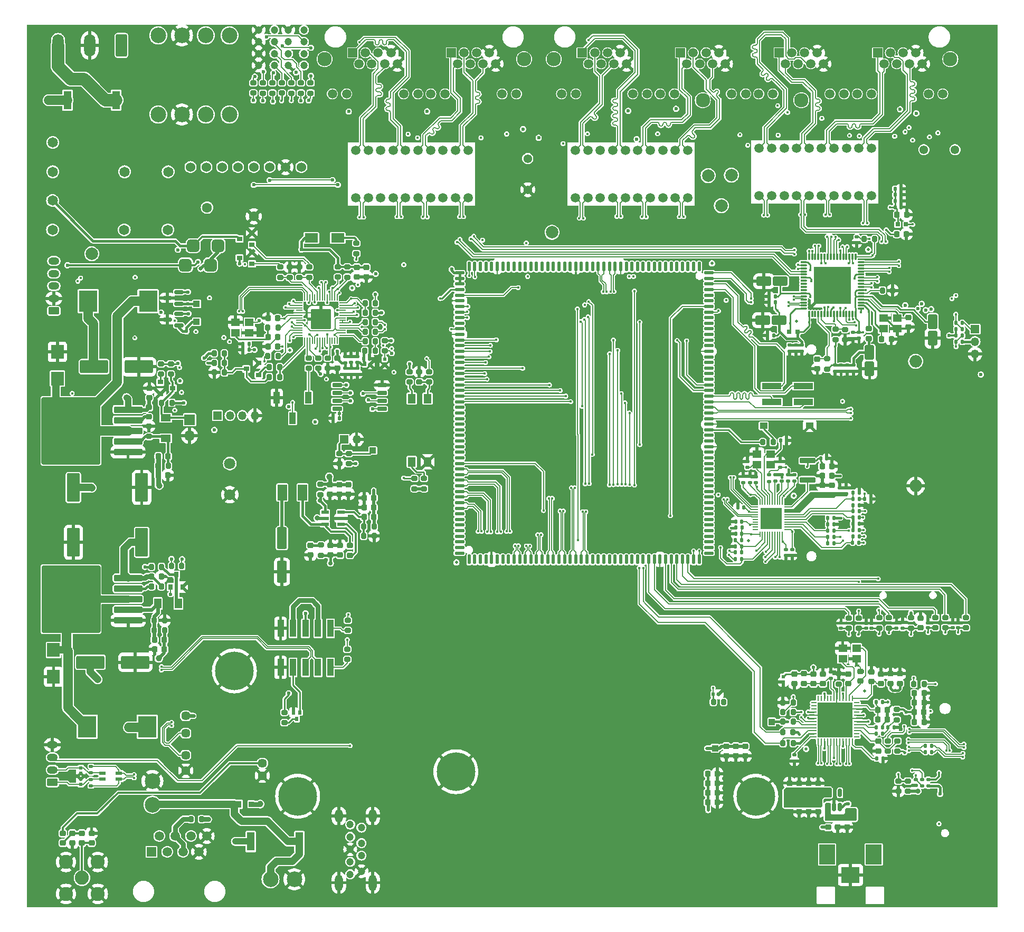
<source format=gtl>
G04 #@! TF.GenerationSoftware,KiCad,Pcbnew,8.0.0-rc1*
G04 #@! TF.CreationDate,2024-11-18T12:36:53+03:00*
G04 #@! TF.ProjectId,Movita_3566_XV_Router_V3.2,4d6f7669-7461-45f3-9335-36365f58565f,REV1*
G04 #@! TF.SameCoordinates,Original*
G04 #@! TF.FileFunction,Copper,L1,Top*
G04 #@! TF.FilePolarity,Positive*
%FSLAX46Y46*%
G04 Gerber Fmt 4.6, Leading zero omitted, Abs format (unit mm)*
G04 Created by KiCad (PCBNEW 8.0.0-rc1) date 2024-11-18 12:36:53*
%MOMM*%
%LPD*%
G01*
G04 APERTURE LIST*
G04 Aperture macros list*
%AMRoundRect*
0 Rectangle with rounded corners*
0 $1 Rounding radius*
0 $2 $3 $4 $5 $6 $7 $8 $9 X,Y pos of 4 corners*
0 Add a 4 corners polygon primitive as box body*
4,1,4,$2,$3,$4,$5,$6,$7,$8,$9,$2,$3,0*
0 Add four circle primitives for the rounded corners*
1,1,$1+$1,$2,$3*
1,1,$1+$1,$4,$5*
1,1,$1+$1,$6,$7*
1,1,$1+$1,$8,$9*
0 Add four rect primitives between the rounded corners*
20,1,$1+$1,$2,$3,$4,$5,0*
20,1,$1+$1,$4,$5,$6,$7,0*
20,1,$1+$1,$6,$7,$8,$9,0*
20,1,$1+$1,$8,$9,$2,$3,0*%
%AMFreePoly0*
4,1,12,-0.100000,0.450000,0.100000,0.450000,0.100000,-0.350000,0.092388,-0.388268,0.070711,-0.420711,0.038268,-0.442388,0.000000,-0.450000,-0.038268,-0.442388,-0.070711,-0.420711,-0.092388,-0.388268,-0.100000,-0.350000,-0.100000,0.450000,-0.100000,0.450000,$1*%
%AMFreePoly1*
4,1,12,-0.100000,0.350000,-0.092388,0.388268,-0.070711,0.420711,-0.038268,0.442388,0.000000,0.450000,0.038268,0.442388,0.070711,0.420711,0.092388,0.388268,0.100000,0.350000,0.100000,-0.450000,-0.100000,-0.450000,-0.100000,0.350000,-0.100000,0.350000,$1*%
%AMFreePoly2*
4,1,12,-0.135000,0.500000,0.135000,0.500000,0.135000,-0.365000,0.124724,-0.416662,0.095459,-0.460459,0.051662,-0.489724,0.000000,-0.500000,-0.051662,-0.489724,-0.095459,-0.460459,-0.124724,-0.416662,-0.135000,-0.365000,-0.135000,0.500000,-0.135000,0.500000,$1*%
%AMFreePoly3*
4,1,5,3.000000,-3.000000,-3.000000,-3.000000,-3.000000,3.000000,3.000000,3.000000,3.000000,-3.000000,3.000000,-3.000000,$1*%
G04 Aperture macros list end*
G04 #@! TA.AperFunction,SMDPad,CuDef*
%ADD10RoundRect,0.135000X0.135000X0.185000X-0.135000X0.185000X-0.135000X-0.185000X0.135000X-0.185000X0*%
G04 #@! TD*
G04 #@! TA.AperFunction,ComponentPad*
%ADD11R,1.350000X1.350000*%
G04 #@! TD*
G04 #@! TA.AperFunction,ComponentPad*
%ADD12O,1.350000X1.350000*%
G04 #@! TD*
G04 #@! TA.AperFunction,SMDPad,CuDef*
%ADD13RoundRect,0.200000X0.200000X0.275000X-0.200000X0.275000X-0.200000X-0.275000X0.200000X-0.275000X0*%
G04 #@! TD*
G04 #@! TA.AperFunction,SMDPad,CuDef*
%ADD14RoundRect,0.140000X0.140000X0.170000X-0.140000X0.170000X-0.140000X-0.170000X0.140000X-0.170000X0*%
G04 #@! TD*
G04 #@! TA.AperFunction,SMDPad,CuDef*
%ADD15RoundRect,0.135000X0.185000X-0.135000X0.185000X0.135000X-0.185000X0.135000X-0.185000X-0.135000X0*%
G04 #@! TD*
G04 #@! TA.AperFunction,SMDPad,CuDef*
%ADD16RoundRect,0.200000X0.275000X-0.200000X0.275000X0.200000X-0.275000X0.200000X-0.275000X-0.200000X0*%
G04 #@! TD*
G04 #@! TA.AperFunction,ComponentPad*
%ADD17C,1.600000*%
G04 #@! TD*
G04 #@! TA.AperFunction,SMDPad,CuDef*
%ADD18RoundRect,0.250001X-0.499999X0.924999X-0.499999X-0.924999X0.499999X-0.924999X0.499999X0.924999X0*%
G04 #@! TD*
G04 #@! TA.AperFunction,ComponentPad*
%ADD19C,1.500000*%
G04 #@! TD*
G04 #@! TA.AperFunction,SMDPad,CuDef*
%ADD20RoundRect,0.225000X-0.250000X0.225000X-0.250000X-0.225000X0.250000X-0.225000X0.250000X0.225000X0*%
G04 #@! TD*
G04 #@! TA.AperFunction,SMDPad,CuDef*
%ADD21R,1.000000X1.000000*%
G04 #@! TD*
G04 #@! TA.AperFunction,SMDPad,CuDef*
%ADD22RoundRect,0.200000X-0.275000X0.200000X-0.275000X-0.200000X0.275000X-0.200000X0.275000X0.200000X0*%
G04 #@! TD*
G04 #@! TA.AperFunction,ComponentPad*
%ADD23C,1.381000*%
G04 #@! TD*
G04 #@! TA.AperFunction,SMDPad,CuDef*
%ADD24RoundRect,0.225000X-0.225000X-0.250000X0.225000X-0.250000X0.225000X0.250000X-0.225000X0.250000X0*%
G04 #@! TD*
G04 #@! TA.AperFunction,SMDPad,CuDef*
%ADD25R,1.150000X1.650000*%
G04 #@! TD*
G04 #@! TA.AperFunction,SMDPad,CuDef*
%ADD26RoundRect,0.140000X-0.170000X0.140000X-0.170000X-0.140000X0.170000X-0.140000X0.170000X0.140000X0*%
G04 #@! TD*
G04 #@! TA.AperFunction,SMDPad,CuDef*
%ADD27RoundRect,0.062500X0.062500X-0.375000X0.062500X0.375000X-0.062500X0.375000X-0.062500X-0.375000X0*%
G04 #@! TD*
G04 #@! TA.AperFunction,SMDPad,CuDef*
%ADD28RoundRect,0.062500X0.375000X-0.062500X0.375000X0.062500X-0.375000X0.062500X-0.375000X-0.062500X0*%
G04 #@! TD*
G04 #@! TA.AperFunction,ComponentPad*
%ADD29C,0.600000*%
G04 #@! TD*
G04 #@! TA.AperFunction,SMDPad,CuDef*
%ADD30R,5.600000X5.600000*%
G04 #@! TD*
G04 #@! TA.AperFunction,SMDPad,CuDef*
%ADD31R,1.300000X3.000000*%
G04 #@! TD*
G04 #@! TA.AperFunction,SMDPad,CuDef*
%ADD32R,0.650000X0.700000*%
G04 #@! TD*
G04 #@! TA.AperFunction,SMDPad,CuDef*
%ADD33RoundRect,0.135000X-0.135000X-0.185000X0.135000X-0.185000X0.135000X0.185000X-0.135000X0.185000X0*%
G04 #@! TD*
G04 #@! TA.AperFunction,SMDPad,CuDef*
%ADD34RoundRect,0.225000X0.225000X0.250000X-0.225000X0.250000X-0.225000X-0.250000X0.225000X-0.250000X0*%
G04 #@! TD*
G04 #@! TA.AperFunction,ComponentPad*
%ADD35C,1.200000*%
G04 #@! TD*
G04 #@! TA.AperFunction,SMDPad,CuDef*
%ADD36R,1.400000X1.200000*%
G04 #@! TD*
G04 #@! TA.AperFunction,ComponentPad*
%ADD37RoundRect,0.250000X0.625000X-0.350000X0.625000X0.350000X-0.625000X0.350000X-0.625000X-0.350000X0*%
G04 #@! TD*
G04 #@! TA.AperFunction,ComponentPad*
%ADD38O,1.750000X1.200000*%
G04 #@! TD*
G04 #@! TA.AperFunction,SMDPad,CuDef*
%ADD39RoundRect,0.200000X-0.200000X-0.275000X0.200000X-0.275000X0.200000X0.275000X-0.200000X0.275000X0*%
G04 #@! TD*
G04 #@! TA.AperFunction,SMDPad,CuDef*
%ADD40RoundRect,0.140000X0.170000X-0.140000X0.170000X0.140000X-0.170000X0.140000X-0.170000X-0.140000X0*%
G04 #@! TD*
G04 #@! TA.AperFunction,SMDPad,CuDef*
%ADD41RoundRect,0.225000X0.250000X-0.225000X0.250000X0.225000X-0.250000X0.225000X-0.250000X-0.225000X0*%
G04 #@! TD*
G04 #@! TA.AperFunction,SMDPad,CuDef*
%ADD42R,0.900000X0.800000*%
G04 #@! TD*
G04 #@! TA.AperFunction,SMDPad,CuDef*
%ADD43C,0.500000*%
G04 #@! TD*
G04 #@! TA.AperFunction,SMDPad,CuDef*
%ADD44R,0.800000X0.900000*%
G04 #@! TD*
G04 #@! TA.AperFunction,SMDPad,CuDef*
%ADD45RoundRect,0.135000X-0.185000X0.135000X-0.185000X-0.135000X0.185000X-0.135000X0.185000X0.135000X0*%
G04 #@! TD*
G04 #@! TA.AperFunction,SMDPad,CuDef*
%ADD46FreePoly0,90.000000*%
G04 #@! TD*
G04 #@! TA.AperFunction,SMDPad,CuDef*
%ADD47FreePoly1,0.000000*%
G04 #@! TD*
G04 #@! TA.AperFunction,SMDPad,CuDef*
%ADD48FreePoly0,180.000000*%
G04 #@! TD*
G04 #@! TA.AperFunction,SMDPad,CuDef*
%ADD49FreePoly1,90.000000*%
G04 #@! TD*
G04 #@! TA.AperFunction,SMDPad,CuDef*
%ADD50FreePoly0,270.000000*%
G04 #@! TD*
G04 #@! TA.AperFunction,SMDPad,CuDef*
%ADD51FreePoly0,0.000000*%
G04 #@! TD*
G04 #@! TA.AperFunction,SMDPad,CuDef*
%ADD52R,3.450000X3.450000*%
G04 #@! TD*
G04 #@! TA.AperFunction,SMDPad,CuDef*
%ADD53RoundRect,0.140000X-0.140000X-0.170000X0.140000X-0.170000X0.140000X0.170000X-0.140000X0.170000X0*%
G04 #@! TD*
G04 #@! TA.AperFunction,ComponentPad*
%ADD54R,1.500000X1.500000*%
G04 #@! TD*
G04 #@! TA.AperFunction,ComponentPad*
%ADD55C,2.300000*%
G04 #@! TD*
G04 #@! TA.AperFunction,ComponentPad*
%ADD56C,2.000000*%
G04 #@! TD*
G04 #@! TA.AperFunction,SMDPad,CuDef*
%ADD57RoundRect,0.150000X0.587500X0.150000X-0.587500X0.150000X-0.587500X-0.150000X0.587500X-0.150000X0*%
G04 #@! TD*
G04 #@! TA.AperFunction,SMDPad,CuDef*
%ADD58R,0.600000X0.550000*%
G04 #@! TD*
G04 #@! TA.AperFunction,ComponentPad*
%ADD59R,2.500000X3.200000*%
G04 #@! TD*
G04 #@! TA.AperFunction,ComponentPad*
%ADD60R,3.000000X2.500000*%
G04 #@! TD*
G04 #@! TA.AperFunction,SMDPad,CuDef*
%ADD61RoundRect,0.218750X0.256250X-0.218750X0.256250X0.218750X-0.256250X0.218750X-0.256250X-0.218750X0*%
G04 #@! TD*
G04 #@! TA.AperFunction,SMDPad,CuDef*
%ADD62RoundRect,0.125000X0.175000X-0.125000X0.175000X0.125000X-0.175000X0.125000X-0.175000X-0.125000X0*%
G04 #@! TD*
G04 #@! TA.AperFunction,SMDPad,CuDef*
%ADD63RoundRect,0.050000X-0.050000X0.425000X-0.050000X-0.425000X0.050000X-0.425000X0.050000X0.425000X0*%
G04 #@! TD*
G04 #@! TA.AperFunction,SMDPad,CuDef*
%ADD64RoundRect,0.050000X-0.425000X0.050000X-0.425000X-0.050000X0.425000X-0.050000X0.425000X0.050000X0*%
G04 #@! TD*
G04 #@! TA.AperFunction,SMDPad,CuDef*
%ADD65RoundRect,0.144000X-1.456000X1.456000X-1.456000X-1.456000X1.456000X-1.456000X1.456000X1.456000X0*%
G04 #@! TD*
G04 #@! TA.AperFunction,SMDPad,CuDef*
%ADD66RoundRect,0.500000X-0.500000X-0.500000X0.500000X-0.500000X0.500000X0.500000X-0.500000X0.500000X0*%
G04 #@! TD*
G04 #@! TA.AperFunction,SMDPad,CuDef*
%ADD67RoundRect,0.500000X0.500000X0.500000X-0.500000X0.500000X-0.500000X-0.500000X0.500000X-0.500000X0*%
G04 #@! TD*
G04 #@! TA.AperFunction,SMDPad,CuDef*
%ADD68R,2.170000X1.120000*%
G04 #@! TD*
G04 #@! TA.AperFunction,SMDPad,CuDef*
%ADD69R,0.850000X0.850000*%
G04 #@! TD*
G04 #@! TA.AperFunction,SMDPad,CuDef*
%ADD70RoundRect,0.218750X-0.256250X0.218750X-0.256250X-0.218750X0.256250X-0.218750X0.256250X0.218750X0*%
G04 #@! TD*
G04 #@! TA.AperFunction,ComponentPad*
%ADD71C,1.650000*%
G04 #@! TD*
G04 #@! TA.AperFunction,SMDPad,CuDef*
%ADD72FreePoly2,0.000000*%
G04 #@! TD*
G04 #@! TA.AperFunction,SMDPad,CuDef*
%ADD73FreePoly2,90.000000*%
G04 #@! TD*
G04 #@! TA.AperFunction,SMDPad,CuDef*
%ADD74FreePoly2,180.000000*%
G04 #@! TD*
G04 #@! TA.AperFunction,SMDPad,CuDef*
%ADD75FreePoly2,270.000000*%
G04 #@! TD*
G04 #@! TA.AperFunction,ComponentPad*
%ADD76C,0.800000*%
G04 #@! TD*
G04 #@! TA.AperFunction,SMDPad,CuDef*
%ADD77FreePoly3,0.000000*%
G04 #@! TD*
G04 #@! TA.AperFunction,ComponentPad*
%ADD78R,1.700000X1.700000*%
G04 #@! TD*
G04 #@! TA.AperFunction,ComponentPad*
%ADD79O,1.700000X1.700000*%
G04 #@! TD*
G04 #@! TA.AperFunction,SMDPad,CuDef*
%ADD80R,0.500000X0.700000*%
G04 #@! TD*
G04 #@! TA.AperFunction,SMDPad,CuDef*
%ADD81RoundRect,0.250001X0.799999X-2.049999X0.799999X2.049999X-0.799999X2.049999X-0.799999X-2.049999X0*%
G04 #@! TD*
G04 #@! TA.AperFunction,ComponentPad*
%ADD82C,2.250000*%
G04 #@! TD*
G04 #@! TA.AperFunction,SMDPad,CuDef*
%ADD83R,1.000000X2.750000*%
G04 #@! TD*
G04 #@! TA.AperFunction,SMDPad,CuDef*
%ADD84RoundRect,0.250001X-1.999999X-0.799999X1.999999X-0.799999X1.999999X0.799999X-1.999999X0.799999X0*%
G04 #@! TD*
G04 #@! TA.AperFunction,SMDPad,CuDef*
%ADD85R,0.550000X0.600000*%
G04 #@! TD*
G04 #@! TA.AperFunction,SMDPad,CuDef*
%ADD86RoundRect,0.250001X-0.799999X2.049999X-0.799999X-2.049999X0.799999X-2.049999X0.799999X2.049999X0*%
G04 #@! TD*
G04 #@! TA.AperFunction,SMDPad,CuDef*
%ADD87RoundRect,0.250001X0.924999X0.499999X-0.924999X0.499999X-0.924999X-0.499999X0.924999X-0.499999X0*%
G04 #@! TD*
G04 #@! TA.AperFunction,SMDPad,CuDef*
%ADD88R,1.250000X1.500000*%
G04 #@! TD*
G04 #@! TA.AperFunction,SMDPad,CuDef*
%ADD89RoundRect,0.250000X-0.550000X1.500000X-0.550000X-1.500000X0.550000X-1.500000X0.550000X1.500000X0*%
G04 #@! TD*
G04 #@! TA.AperFunction,SMDPad,CuDef*
%ADD90RoundRect,0.250000X2.050000X0.300000X-2.050000X0.300000X-2.050000X-0.300000X2.050000X-0.300000X0*%
G04 #@! TD*
G04 #@! TA.AperFunction,SMDPad,CuDef*
%ADD91RoundRect,0.250000X2.025000X2.375000X-2.025000X2.375000X-2.025000X-2.375000X2.025000X-2.375000X0*%
G04 #@! TD*
G04 #@! TA.AperFunction,SMDPad,CuDef*
%ADD92RoundRect,0.250002X4.449998X5.149998X-4.449998X5.149998X-4.449998X-5.149998X4.449998X-5.149998X0*%
G04 #@! TD*
G04 #@! TA.AperFunction,SMDPad,CuDef*
%ADD93RoundRect,0.180000X1.070000X-0.270000X1.070000X0.270000X-1.070000X0.270000X-1.070000X-0.270000X0*%
G04 #@! TD*
G04 #@! TA.AperFunction,ComponentPad*
%ADD94C,2.500000*%
G04 #@! TD*
G04 #@! TA.AperFunction,SMDPad,CuDef*
%ADD95R,1.050000X0.600000*%
G04 #@! TD*
G04 #@! TA.AperFunction,ComponentPad*
%ADD96O,2.000000X2.000000*%
G04 #@! TD*
G04 #@! TA.AperFunction,ComponentPad*
%ADD97C,0.900000*%
G04 #@! TD*
G04 #@! TA.AperFunction,ComponentPad*
%ADD98C,6.200000*%
G04 #@! TD*
G04 #@! TA.AperFunction,SMDPad,CuDef*
%ADD99RoundRect,0.150000X0.150000X-0.512500X0.150000X0.512500X-0.150000X0.512500X-0.150000X-0.512500X0*%
G04 #@! TD*
G04 #@! TA.AperFunction,SMDPad,CuDef*
%ADD100R,3.000000X3.500000*%
G04 #@! TD*
G04 #@! TA.AperFunction,SMDPad,CuDef*
%ADD101RoundRect,0.150000X0.650000X0.150000X-0.650000X0.150000X-0.650000X-0.150000X0.650000X-0.150000X0*%
G04 #@! TD*
G04 #@! TA.AperFunction,ComponentPad*
%ADD102RoundRect,0.250000X0.650000X1.550000X-0.650000X1.550000X-0.650000X-1.550000X0.650000X-1.550000X0*%
G04 #@! TD*
G04 #@! TA.AperFunction,ComponentPad*
%ADD103O,1.800000X3.600000*%
G04 #@! TD*
G04 #@! TA.AperFunction,SMDPad,CuDef*
%ADD104R,1.500000X2.500000*%
G04 #@! TD*
G04 #@! TA.AperFunction,SMDPad,CuDef*
%ADD105RoundRect,0.125000X-0.625000X-0.125000X0.625000X-0.125000X0.625000X0.125000X-0.625000X0.125000X0*%
G04 #@! TD*
G04 #@! TA.AperFunction,SMDPad,CuDef*
%ADD106RoundRect,0.125000X0.125000X-0.625000X0.125000X0.625000X-0.125000X0.625000X-0.125000X-0.625000X0*%
G04 #@! TD*
G04 #@! TA.AperFunction,SMDPad,CuDef*
%ADD107RoundRect,0.125000X0.625000X0.125000X-0.625000X0.125000X-0.625000X-0.125000X0.625000X-0.125000X0*%
G04 #@! TD*
G04 #@! TA.AperFunction,SMDPad,CuDef*
%ADD108RoundRect,0.125000X-0.125000X0.625000X-0.125000X-0.625000X0.125000X-0.625000X0.125000X0.625000X0*%
G04 #@! TD*
G04 #@! TA.AperFunction,SMDPad,CuDef*
%ADD109R,1.000000X1.900000*%
G04 #@! TD*
G04 #@! TA.AperFunction,SMDPad,CuDef*
%ADD110R,1.200000X1.000000*%
G04 #@! TD*
G04 #@! TA.AperFunction,SMDPad,CuDef*
%ADD111R,3.150000X1.000000*%
G04 #@! TD*
G04 #@! TA.AperFunction,SMDPad,CuDef*
%ADD112R,1.200000X0.600000*%
G04 #@! TD*
G04 #@! TA.AperFunction,SMDPad,CuDef*
%ADD113RoundRect,0.500000X-0.200000X-0.150000X0.200000X-0.150000X0.200000X0.150000X-0.200000X0.150000X0*%
G04 #@! TD*
G04 #@! TA.AperFunction,SMDPad,CuDef*
%ADD114R,2.050000X2.250000*%
G04 #@! TD*
G04 #@! TA.AperFunction,SMDPad,CuDef*
%ADD115R,2.120000X1.500000*%
G04 #@! TD*
G04 #@! TA.AperFunction,ComponentPad*
%ADD116C,1.800000*%
G04 #@! TD*
G04 #@! TA.AperFunction,SMDPad,CuDef*
%ADD117R,1.650000X1.150000*%
G04 #@! TD*
G04 #@! TA.AperFunction,ComponentPad*
%ADD118O,3.200000X2.000000*%
G04 #@! TD*
G04 #@! TA.AperFunction,ComponentPad*
%ADD119O,1.300000X2.100000*%
G04 #@! TD*
G04 #@! TA.AperFunction,ComponentPad*
%ADD120O,1.300000X2.600000*%
G04 #@! TD*
G04 #@! TA.AperFunction,ComponentPad*
%ADD121C,1.524000*%
G04 #@! TD*
G04 #@! TA.AperFunction,ViaPad*
%ADD122C,0.400000*%
G04 #@! TD*
G04 #@! TA.AperFunction,ViaPad*
%ADD123C,0.800000*%
G04 #@! TD*
G04 #@! TA.AperFunction,ViaPad*
%ADD124C,0.600000*%
G04 #@! TD*
G04 #@! TA.AperFunction,ViaPad*
%ADD125C,1.500000*%
G04 #@! TD*
G04 #@! TA.AperFunction,ViaPad*
%ADD126C,1.200000*%
G04 #@! TD*
G04 #@! TA.AperFunction,ViaPad*
%ADD127C,1.000000*%
G04 #@! TD*
G04 #@! TA.AperFunction,ViaPad*
%ADD128C,0.500000*%
G04 #@! TD*
G04 #@! TA.AperFunction,ViaPad*
%ADD129C,0.700000*%
G04 #@! TD*
G04 #@! TA.AperFunction,ViaPad*
%ADD130C,0.650000*%
G04 #@! TD*
G04 #@! TA.AperFunction,Conductor*
%ADD131C,0.300000*%
G04 #@! TD*
G04 #@! TA.AperFunction,Conductor*
%ADD132C,0.500000*%
G04 #@! TD*
G04 #@! TA.AperFunction,Conductor*
%ADD133C,0.200000*%
G04 #@! TD*
G04 #@! TA.AperFunction,Conductor*
%ADD134C,0.381000*%
G04 #@! TD*
G04 #@! TA.AperFunction,Conductor*
%ADD135C,0.350000*%
G04 #@! TD*
G04 #@! TA.AperFunction,Conductor*
%ADD136C,0.254000*%
G04 #@! TD*
G04 #@! TA.AperFunction,Conductor*
%ADD137C,0.150000*%
G04 #@! TD*
G04 #@! TA.AperFunction,Conductor*
%ADD138C,1.000000*%
G04 #@! TD*
G04 #@! TA.AperFunction,Conductor*
%ADD139C,0.762000*%
G04 #@! TD*
G04 #@! TA.AperFunction,Conductor*
%ADD140C,1.200000*%
G04 #@! TD*
G04 #@! TA.AperFunction,Conductor*
%ADD141C,0.800000*%
G04 #@! TD*
G04 #@! TA.AperFunction,Conductor*
%ADD142C,0.400000*%
G04 #@! TD*
G04 #@! TA.AperFunction,Conductor*
%ADD143C,0.600000*%
G04 #@! TD*
G04 #@! TA.AperFunction,Conductor*
%ADD144C,1.500000*%
G04 #@! TD*
G04 #@! TA.AperFunction,Conductor*
%ADD145C,2.000000*%
G04 #@! TD*
G04 #@! TA.AperFunction,Conductor*
%ADD146C,0.168300*%
G04 #@! TD*
G04 #@! TA.AperFunction,Conductor*
%ADD147C,0.127000*%
G04 #@! TD*
G04 #@! TA.AperFunction,Conductor*
%ADD148C,0.450000*%
G04 #@! TD*
G04 #@! TA.AperFunction,Conductor*
%ADD149C,0.508000*%
G04 #@! TD*
G04 #@! TA.AperFunction,Conductor*
%ADD150C,0.440000*%
G04 #@! TD*
G04 #@! TA.AperFunction,Conductor*
%ADD151C,0.180000*%
G04 #@! TD*
G04 #@! TA.AperFunction,Conductor*
%ADD152C,0.152400*%
G04 #@! TD*
G04 #@! TA.AperFunction,Conductor*
%ADD153C,0.182770*%
G04 #@! TD*
G04 #@! TA.AperFunction,Conductor*
%ADD154C,0.135500*%
G04 #@! TD*
G04 #@! TA.AperFunction,Conductor*
%ADD155C,0.145600*%
G04 #@! TD*
G04 APERTURE END LIST*
D10*
X181130000Y-104810000D03*
X180110000Y-104810000D03*
D11*
X199730000Y-74560000D03*
D12*
X199730000Y-76560000D03*
X199730000Y-78560000D03*
D13*
X103535000Y-76515000D03*
X101885000Y-76515000D03*
D14*
X83260000Y-77900000D03*
X82300000Y-77900000D03*
D15*
X170730000Y-143930000D03*
X170730000Y-142910000D03*
X170730000Y-98980000D03*
X170730000Y-97960000D03*
D14*
X83260000Y-76910000D03*
X82300000Y-76910000D03*
D16*
X89810000Y-66250000D03*
X89810000Y-64600000D03*
D17*
X76540000Y-55060000D03*
X84040000Y-56460000D03*
D18*
X182815000Y-78295000D03*
X182815000Y-80945000D03*
D19*
X100390000Y-53470000D03*
X102390000Y-53470000D03*
X104390000Y-53470000D03*
X106390000Y-53470000D03*
X108390000Y-53470000D03*
X110390000Y-53470000D03*
X112390000Y-53470000D03*
X114390000Y-53470000D03*
X116390000Y-53470000D03*
X118390000Y-53470000D03*
X118390000Y-45850000D03*
X116390000Y-45850000D03*
X114390000Y-45850000D03*
X112390000Y-45850000D03*
X110390000Y-45850000D03*
X108390000Y-45850000D03*
X106390000Y-45850000D03*
X104390000Y-45850000D03*
X102390000Y-45850000D03*
X100390000Y-45850000D03*
D10*
X177120000Y-105920000D03*
X176100000Y-105920000D03*
D20*
X159820000Y-141535000D03*
X159820000Y-143085000D03*
D10*
X184855000Y-138475000D03*
X183835000Y-138475000D03*
D21*
X74850000Y-73390000D03*
D16*
X91345000Y-66250000D03*
X91345000Y-64600000D03*
D22*
X97730000Y-94517500D03*
X97730000Y-96167500D03*
D23*
X127980000Y-52180000D03*
X127980000Y-47180000D03*
D10*
X181130000Y-107830000D03*
X180110000Y-107830000D03*
D13*
X72485000Y-112620000D03*
X70835000Y-112620000D03*
D24*
X68130000Y-124420000D03*
X69680000Y-124420000D03*
D16*
X99020000Y-127585000D03*
X99020000Y-125935000D03*
D25*
X68617500Y-118625000D03*
X71917500Y-118625000D03*
D26*
X169370000Y-109920000D03*
X169370000Y-110880000D03*
D27*
X174560000Y-140722500D03*
X175060000Y-140722500D03*
X175560000Y-140722500D03*
X176060000Y-140722500D03*
X176560000Y-140722500D03*
X177060000Y-140722500D03*
X177560000Y-140722500D03*
X178060000Y-140722500D03*
X178560000Y-140722500D03*
X179060000Y-140722500D03*
X179560000Y-140722500D03*
X180060000Y-140722500D03*
D28*
X180747500Y-140035000D03*
X180747500Y-139535000D03*
X180747500Y-139035000D03*
X180747500Y-138535000D03*
X180747500Y-138035000D03*
X180747500Y-137535000D03*
X180747500Y-137035000D03*
X180747500Y-136535000D03*
X180747500Y-136035000D03*
X180747500Y-135535000D03*
X180747500Y-135035000D03*
X180747500Y-134535000D03*
D27*
X180060000Y-133847500D03*
X179560000Y-133847500D03*
X179060000Y-133847500D03*
X178560000Y-133847500D03*
X178060000Y-133847500D03*
X177560000Y-133847500D03*
X177060000Y-133847500D03*
X176560000Y-133847500D03*
X176060000Y-133847500D03*
X175560000Y-133847500D03*
X175060000Y-133847500D03*
X174560000Y-133847500D03*
D28*
X173872500Y-134535000D03*
X173872500Y-135035000D03*
X173872500Y-135535000D03*
X173872500Y-136035000D03*
X173872500Y-136535000D03*
X173872500Y-137035000D03*
X173872500Y-137535000D03*
X173872500Y-138035000D03*
X173872500Y-138535000D03*
X173872500Y-139035000D03*
X173872500Y-139535000D03*
X173872500Y-140035000D03*
D29*
X174810000Y-139785000D03*
X176310000Y-139785000D03*
X178310000Y-139785000D03*
X179810000Y-139785000D03*
X174810000Y-138285000D03*
X176310000Y-138285000D03*
X178310000Y-138285000D03*
X179810000Y-138285000D03*
D30*
X177310000Y-137285000D03*
D29*
X174810000Y-136285000D03*
X176310000Y-136285000D03*
X178310000Y-136285000D03*
X179810000Y-136285000D03*
X174810000Y-134785000D03*
X176310000Y-134785000D03*
X178310000Y-134785000D03*
X179810000Y-134785000D03*
D24*
X68130000Y-125950000D03*
X69680000Y-125950000D03*
D31*
X83540000Y-156820000D03*
X91340000Y-156820000D03*
D32*
X169945000Y-74970000D03*
X171295000Y-74970000D03*
D15*
X57910000Y-147880000D03*
X57910000Y-146860000D03*
D33*
X161330000Y-106440000D03*
X162350000Y-106440000D03*
D16*
X88570000Y-36675000D03*
X88570000Y-35025000D03*
X91610000Y-36685000D03*
X91610000Y-35035000D03*
D34*
X87885000Y-77370000D03*
X86335000Y-77370000D03*
D18*
X192940000Y-73360000D03*
X192940000Y-76010000D03*
D24*
X156840000Y-147465000D03*
X158390000Y-147465000D03*
D26*
X190240000Y-146880000D03*
X190240000Y-147840000D03*
D35*
X89550000Y-26540000D03*
X92090000Y-26540000D03*
X89550000Y-28440000D03*
X92090000Y-28440000D03*
X89550000Y-30340000D03*
X92090000Y-30340000D03*
X89550000Y-32240000D03*
X92090000Y-32240000D03*
D36*
X166960000Y-94650000D03*
X164760000Y-94650000D03*
X164760000Y-96350000D03*
X166960000Y-96350000D03*
D15*
X169730000Y-98990000D03*
X169730000Y-97970000D03*
D37*
X51740000Y-147310000D03*
D38*
X51740000Y-145310000D03*
X51740000Y-143310000D03*
X51740000Y-141310000D03*
D20*
X189050000Y-72680000D03*
X189050000Y-74230000D03*
D39*
X101885000Y-70415000D03*
X103535000Y-70415000D03*
D10*
X197700000Y-76610000D03*
X196680000Y-76610000D03*
D16*
X112130000Y-83060000D03*
X112130000Y-81410000D03*
D34*
X70280000Y-94985000D03*
X68730000Y-94985000D03*
D40*
X162540000Y-99190000D03*
X162540000Y-98230000D03*
D41*
X171520000Y-149002500D03*
X171520000Y-147452500D03*
D14*
X162290000Y-107440000D03*
X161330000Y-107440000D03*
D41*
X179387500Y-131480000D03*
X179387500Y-129930000D03*
D42*
X83750000Y-64090000D03*
X83750000Y-62190000D03*
X81750000Y-63140000D03*
D43*
X182590000Y-61800000D03*
D33*
X176110000Y-107935000D03*
X177130000Y-107935000D03*
D35*
X84810000Y-26540000D03*
X87350000Y-26540000D03*
X84810000Y-28440000D03*
X87350000Y-28440000D03*
X84810000Y-30340000D03*
X87350000Y-30340000D03*
X84810000Y-32240000D03*
X87350000Y-32240000D03*
D44*
X70680000Y-115970000D03*
X72580000Y-115970000D03*
X71630000Y-113970000D03*
D22*
X185913489Y-120915000D03*
X185913489Y-122565000D03*
X181038489Y-120925000D03*
X181038489Y-122575000D03*
D13*
X103535000Y-71910000D03*
X101885000Y-71910000D03*
D10*
X181130000Y-102810000D03*
X180110000Y-102810000D03*
D24*
X101722500Y-103208750D03*
X103272500Y-103208750D03*
D41*
X174570000Y-149007500D03*
X174570000Y-147457500D03*
D40*
X179020000Y-100990000D03*
X179020000Y-100030000D03*
D20*
X171520000Y-150477500D03*
X171520000Y-152027500D03*
D10*
X181130000Y-100800000D03*
X180110000Y-100800000D03*
D24*
X67650000Y-115850000D03*
X69200000Y-115850000D03*
D14*
X167670000Y-70280000D03*
X166710000Y-70280000D03*
D13*
X103535000Y-74965000D03*
X101885000Y-74965000D03*
D22*
X109820000Y-98535000D03*
X109820000Y-100185000D03*
D45*
X176595000Y-129640000D03*
X176595000Y-130660000D03*
D41*
X173815000Y-131470000D03*
X173815000Y-129920000D03*
D22*
X95890000Y-79210000D03*
X95890000Y-80860000D03*
D33*
X180100000Y-108840000D03*
X181120000Y-108840000D03*
D24*
X190010000Y-137620000D03*
X191560000Y-137620000D03*
D46*
X164460000Y-103130000D03*
X164460000Y-103530000D03*
X164460000Y-103930000D03*
X164460000Y-104330000D03*
X164460000Y-104730000D03*
X164460000Y-105130000D03*
X164460000Y-105530000D03*
X164460000Y-105930000D03*
X164460000Y-106330000D03*
X164460000Y-106730000D03*
D47*
X165210000Y-107480000D03*
X165610000Y-107480000D03*
X166010000Y-107480000D03*
X166410000Y-107480000D03*
X166810000Y-107480000D03*
X167210000Y-107480000D03*
X167610000Y-107480000D03*
X168010000Y-107480000D03*
X168410000Y-107480000D03*
D48*
X168810000Y-107480000D03*
D49*
X169560000Y-106730000D03*
X169560000Y-106330000D03*
X169560000Y-105930000D03*
X169560000Y-105530000D03*
X169560000Y-105130000D03*
X169560000Y-104730000D03*
X169560000Y-104330000D03*
X169560000Y-103930000D03*
X169560000Y-103530000D03*
D50*
X169560000Y-103130000D03*
D51*
X168810000Y-102380000D03*
X168410000Y-102380000D03*
X168010000Y-102380000D03*
X167610000Y-102380000D03*
X167210000Y-102380000D03*
X166810000Y-102380000D03*
X166410000Y-102380000D03*
X166010000Y-102380000D03*
X165610000Y-102380000D03*
X165210000Y-102380000D03*
D29*
X165910000Y-103830000D03*
X165960000Y-104530000D03*
X165960000Y-105230000D03*
X165960000Y-105930000D03*
X166610000Y-103830000D03*
X166660000Y-104530000D03*
X166660000Y-105230000D03*
X166660000Y-105930000D03*
D52*
X167010000Y-104930000D03*
D29*
X167360000Y-103830000D03*
X167410000Y-104530000D03*
X167410000Y-105230000D03*
X167410000Y-105930000D03*
X168060000Y-103830000D03*
X168110000Y-104530000D03*
X168110000Y-105230000D03*
X168110000Y-105930000D03*
D24*
X156835000Y-149005000D03*
X158385000Y-149005000D03*
D53*
X186890000Y-52010000D03*
X187850000Y-52010000D03*
D54*
X99910000Y-30210000D03*
X115710000Y-30210000D03*
D19*
X100930000Y-31990000D03*
X116730000Y-31990000D03*
X101950000Y-30210000D03*
X117750000Y-30210000D03*
X102970000Y-31990000D03*
X118770000Y-31990000D03*
X103990000Y-30210000D03*
X119790000Y-30210000D03*
X105010000Y-31990000D03*
X120810000Y-31990000D03*
X106030000Y-30210000D03*
X121830000Y-30210000D03*
X107050000Y-31990000D03*
X122850000Y-31990000D03*
X98920000Y-36800000D03*
X96630000Y-36800000D03*
X110350000Y-36800000D03*
X108060000Y-36800000D03*
X114730000Y-36800000D03*
X112440000Y-36800000D03*
X126160000Y-36800000D03*
X123870000Y-36800000D03*
D55*
X127380000Y-31230000D03*
X95380000Y-31230000D03*
D20*
X100575000Y-64640000D03*
X100575000Y-66190000D03*
D26*
X181120000Y-75090000D03*
X181120000Y-76050000D03*
D56*
X156910000Y-49920000D03*
D14*
X167670000Y-69300000D03*
X166710000Y-69300000D03*
D13*
X79335000Y-79990000D03*
X77685000Y-79990000D03*
D57*
X72027500Y-73990000D03*
X72027500Y-72090000D03*
X70152500Y-73040000D03*
D16*
X85520000Y-36695000D03*
X85520000Y-35045000D03*
D22*
X70720000Y-80145000D03*
X70720000Y-81795000D03*
D14*
X162260000Y-109420000D03*
X161300000Y-109420000D03*
D26*
X180130000Y-75100000D03*
X180130000Y-76060000D03*
D58*
X105020000Y-79392500D03*
X105020000Y-80242500D03*
D59*
X175990000Y-158890000D03*
X183490000Y-158890000D03*
D60*
X179740000Y-162190000D03*
D26*
X178240000Y-80350000D03*
X178240000Y-81310000D03*
D16*
X67240000Y-91795000D03*
X67240000Y-90145000D03*
D26*
X98695000Y-80860000D03*
X98695000Y-81820000D03*
D58*
X168952500Y-130325000D03*
X168952500Y-131175000D03*
D41*
X67230000Y-88660000D03*
X67230000Y-87110000D03*
D24*
X101735000Y-104738750D03*
X103285000Y-104738750D03*
D22*
X177867500Y-129885000D03*
X177867500Y-131535000D03*
D61*
X176140000Y-154527500D03*
X176140000Y-152952500D03*
D58*
X56280000Y-144972500D03*
X56280000Y-145822500D03*
D22*
X110590000Y-81410000D03*
X110590000Y-83060000D03*
D62*
X187133489Y-122570000D03*
X187133489Y-121770000D03*
D26*
X169970000Y-77150000D03*
X169970000Y-78110000D03*
D39*
X86525000Y-82240000D03*
X88175000Y-82240000D03*
D63*
X97420000Y-69485500D03*
X97020000Y-69485500D03*
X96620000Y-69485500D03*
X96220000Y-69485500D03*
X95820000Y-69485500D03*
X95420000Y-69485500D03*
X95020000Y-69485500D03*
X94620000Y-69485500D03*
X94220000Y-69485500D03*
X93820000Y-69485500D03*
X93420000Y-69485500D03*
X93020000Y-69485500D03*
X92620000Y-69485500D03*
X92220000Y-69485500D03*
D64*
X91345500Y-70360000D03*
X91345500Y-70760000D03*
X91345500Y-71160000D03*
X91345500Y-71560000D03*
X91345500Y-71960000D03*
X91345500Y-72360000D03*
X91345500Y-72760000D03*
X91345500Y-73160000D03*
X91345500Y-73560000D03*
X91345500Y-73960000D03*
X91345500Y-74360000D03*
X91345500Y-74760000D03*
X91345500Y-75160000D03*
X91345500Y-75560000D03*
D63*
X92220000Y-76434500D03*
X92620000Y-76434500D03*
X93020000Y-76434500D03*
X93420000Y-76434500D03*
X93820000Y-76434500D03*
X94220000Y-76434500D03*
X94620000Y-76434500D03*
X95020000Y-76434500D03*
X95420000Y-76434500D03*
X95820000Y-76434500D03*
X96220000Y-76434500D03*
X96620000Y-76434500D03*
X97020000Y-76434500D03*
X97420000Y-76434500D03*
D64*
X98294500Y-75560000D03*
X98294500Y-75160000D03*
X98294500Y-74760000D03*
X98294500Y-74360000D03*
X98294500Y-73960000D03*
X98294500Y-73560000D03*
X98294500Y-73160000D03*
X98294500Y-72760000D03*
X98294500Y-72360000D03*
X98294500Y-71960000D03*
X98294500Y-71560000D03*
X98294500Y-71160000D03*
X98294500Y-70760000D03*
X98294500Y-70360000D03*
D29*
X96095000Y-71685000D03*
X94820000Y-71685000D03*
X93545000Y-71685000D03*
X96095000Y-72960000D03*
X94820000Y-72960000D03*
D65*
X94820000Y-72960000D03*
D29*
X93545000Y-72960000D03*
X96095000Y-74235000D03*
X94820000Y-74235000D03*
X93545000Y-74235000D03*
D62*
X182273489Y-122573489D03*
X182273489Y-121773489D03*
D56*
X159040000Y-54750000D03*
D66*
X77084290Y-64290000D03*
D67*
X73084290Y-64290000D03*
D10*
X197690000Y-73580000D03*
X196670000Y-73580000D03*
D13*
X87935000Y-78900000D03*
X86285000Y-78900000D03*
D68*
X80960000Y-150830000D03*
D69*
X83640000Y-150830000D03*
D41*
X181330000Y-131075000D03*
X181330000Y-129525000D03*
D70*
X182670000Y-74492500D03*
X182670000Y-76067500D03*
D39*
X101865000Y-78035000D03*
X103515000Y-78035000D03*
X189915000Y-131510000D03*
X191565000Y-131510000D03*
D16*
X90090000Y-36685000D03*
X90090000Y-35035000D03*
D22*
X194930000Y-120850000D03*
X194930000Y-122500000D03*
D40*
X164600000Y-99210000D03*
X164600000Y-98250000D03*
D71*
X51800000Y-44610000D03*
X51800000Y-49310000D03*
X63300000Y-49310000D03*
X70300000Y-49310000D03*
D13*
X87935000Y-74340000D03*
X86285000Y-74340000D03*
D72*
X180590000Y-62950000D03*
X180090000Y-62950000D03*
X179590000Y-62950000D03*
X179090000Y-62950000D03*
X178590000Y-62950000D03*
X178090000Y-62950000D03*
X177590000Y-62950000D03*
X177090000Y-62950000D03*
X176590000Y-62950000D03*
X176090000Y-62950000D03*
X175590000Y-62950000D03*
X175090000Y-62950000D03*
X174590000Y-62950000D03*
X174090000Y-62950000D03*
X173590000Y-62950000D03*
X173090000Y-62950000D03*
D73*
X172240000Y-63800000D03*
X172240000Y-64300000D03*
X172240000Y-64800000D03*
X172240000Y-65300000D03*
X172240000Y-65800000D03*
X172240000Y-66300000D03*
X172240000Y-66800000D03*
X172240000Y-67300000D03*
X172240000Y-67800000D03*
X172240000Y-68300000D03*
X172240000Y-68800000D03*
X172240000Y-69300000D03*
X172240000Y-69800000D03*
X172240000Y-70300000D03*
X172240000Y-70800000D03*
X172240000Y-71300000D03*
D74*
X173090000Y-72150000D03*
X173590000Y-72150000D03*
X174090000Y-72150000D03*
X174590000Y-72150000D03*
X175090000Y-72150000D03*
X175590000Y-72150000D03*
X176090000Y-72150000D03*
X176590000Y-72150000D03*
X177090000Y-72150000D03*
X177590000Y-72150000D03*
X178090000Y-72150000D03*
X178590000Y-72150000D03*
X179090000Y-72150000D03*
X179590000Y-72150000D03*
X180090000Y-72150000D03*
X180590000Y-72150000D03*
D75*
X181440000Y-71300000D03*
X181440000Y-70800000D03*
X181440000Y-70300000D03*
X181440000Y-69800000D03*
X181440000Y-69300000D03*
X181440000Y-68800000D03*
X181440000Y-68300000D03*
X181440000Y-67800000D03*
X181440000Y-67300000D03*
X181440000Y-66800000D03*
X181440000Y-66300000D03*
X181440000Y-65800000D03*
X181440000Y-65300000D03*
X181440000Y-64800000D03*
X181440000Y-64300000D03*
X181440000Y-63800000D03*
D76*
X178890000Y-68440000D03*
X178840000Y-66650000D03*
X177840000Y-68440000D03*
X177840000Y-66650000D03*
X176840000Y-68440000D03*
D77*
X176840000Y-67550000D03*
D76*
X176840000Y-66650000D03*
X175840000Y-68440000D03*
X175840000Y-66650000D03*
X174840000Y-68440000D03*
X174840000Y-66650000D03*
D78*
X73735000Y-89120000D03*
D79*
X73735000Y-91660000D03*
D41*
X58020000Y-157037500D03*
X58020000Y-155487500D03*
D13*
X159405000Y-134410000D03*
X157755000Y-134410000D03*
D11*
X78220000Y-88430000D03*
D12*
X80220000Y-88430000D03*
X82220000Y-88430000D03*
X84220000Y-88430000D03*
D33*
X161280000Y-108430000D03*
X162300000Y-108430000D03*
D16*
X111350000Y-100185000D03*
X111350000Y-98535000D03*
D45*
X57920000Y-144780000D03*
X57920000Y-145800000D03*
D41*
X183100000Y-131125000D03*
X183100000Y-129575000D03*
D20*
X174432500Y-79375000D03*
X174432500Y-80925000D03*
D22*
X92820000Y-79200000D03*
X92820000Y-80850000D03*
D20*
X97880000Y-109273750D03*
X97880000Y-110823750D03*
D10*
X181130000Y-105820000D03*
X180110000Y-105820000D03*
D20*
X161350000Y-141535000D03*
X161350000Y-143085000D03*
D80*
X91440000Y-136100000D03*
X90440000Y-136100000D03*
X90940000Y-137150000D03*
D40*
X163220000Y-96780000D03*
X163220000Y-95820000D03*
D81*
X66060000Y-108800000D03*
X66060000Y-100000000D03*
D20*
X173060000Y-150472500D03*
X173060000Y-152022500D03*
D26*
X180770000Y-59760000D03*
X180770000Y-60720000D03*
D41*
X99245000Y-101055000D03*
X99245000Y-99505000D03*
D22*
X109050000Y-81410000D03*
X109050000Y-83060000D03*
D82*
X56470000Y-162660000D03*
X53920000Y-165210000D03*
X59020000Y-165210000D03*
X59020000Y-160110000D03*
X53920000Y-160110000D03*
D83*
X88330000Y-122605000D03*
X88330000Y-128855000D03*
X90330000Y-122605000D03*
X90330000Y-128855000D03*
X92330000Y-122605000D03*
X92330000Y-128855000D03*
X94330000Y-122605000D03*
X94330000Y-128855000D03*
X96330000Y-122605000D03*
X96330000Y-128855000D03*
D84*
X58420000Y-80600000D03*
X65620000Y-80600000D03*
D40*
X178010000Y-100990000D03*
X178010000Y-100030000D03*
D43*
X172640000Y-141955000D03*
D24*
X189995000Y-134550000D03*
X191545000Y-134550000D03*
D16*
X94792500Y-110878750D03*
X94792500Y-109228750D03*
D41*
X175330000Y-131470000D03*
X175330000Y-129920000D03*
D20*
X184230000Y-140715000D03*
X184230000Y-142265000D03*
D16*
X189443489Y-122570000D03*
X189443489Y-120920000D03*
D24*
X101725000Y-101653750D03*
X103275000Y-101653750D03*
D16*
X175972500Y-80970000D03*
X175972500Y-79320000D03*
D26*
X179220000Y-80340000D03*
X179220000Y-81300000D03*
D85*
X157742500Y-133190000D03*
X158592500Y-133190000D03*
D84*
X57820000Y-128050000D03*
X65020000Y-128050000D03*
D20*
X179180000Y-152955000D03*
X179180000Y-154505000D03*
D26*
X180220000Y-80350000D03*
X180220000Y-81310000D03*
D39*
X67605000Y-112720000D03*
X69255000Y-112720000D03*
D33*
X196670000Y-75590000D03*
X197690000Y-75590000D03*
D39*
X184865000Y-68350000D03*
X186515000Y-68350000D03*
D26*
X171950000Y-77140000D03*
X171950000Y-78100000D03*
D41*
X186155000Y-131435000D03*
X186155000Y-129885000D03*
D32*
X188655000Y-57760000D03*
X187305000Y-57760000D03*
D86*
X55110000Y-100000000D03*
X55110000Y-108800000D03*
D40*
X98690000Y-79945000D03*
X98690000Y-78985000D03*
D85*
X101830000Y-80210000D03*
X102680000Y-80210000D03*
D14*
X167420000Y-75620000D03*
X166460000Y-75620000D03*
D33*
X176110000Y-104920000D03*
X177130000Y-104920000D03*
D53*
X191780000Y-142450000D03*
X192740000Y-142450000D03*
D41*
X187675000Y-131440000D03*
X187675000Y-129890000D03*
D54*
X136695000Y-30210000D03*
X152495000Y-30210000D03*
X168295000Y-30210000D03*
X184095000Y-30210000D03*
D19*
X137715000Y-31990000D03*
X153515000Y-31990000D03*
X169315000Y-31990000D03*
X185115000Y-31990000D03*
X138735000Y-30210000D03*
X154535000Y-30210000D03*
X170335000Y-30210000D03*
X186135000Y-30210000D03*
X139755000Y-31990000D03*
X155555000Y-31990000D03*
X171355000Y-31990000D03*
X187155000Y-31990000D03*
X140775000Y-30210000D03*
X156575000Y-30210000D03*
X172375000Y-30210000D03*
X188175000Y-30210000D03*
X141795000Y-31990000D03*
X157595000Y-31990000D03*
X173395000Y-31990000D03*
X189195000Y-31990000D03*
X142815000Y-30210000D03*
X158615000Y-30210000D03*
X174415000Y-30210000D03*
X190215000Y-30210000D03*
X143835000Y-31990000D03*
X159635000Y-31990000D03*
X175435000Y-31990000D03*
X191235000Y-31990000D03*
X135695000Y-36800000D03*
X133405000Y-36800000D03*
X147125000Y-36800000D03*
X144835000Y-36800000D03*
X151505000Y-36800000D03*
X149215000Y-36800000D03*
X162935000Y-36800000D03*
X160645000Y-36800000D03*
X167315000Y-36800000D03*
X165025000Y-36800000D03*
X178745000Y-36800000D03*
X176455000Y-36800000D03*
X183125000Y-36800000D03*
X180835000Y-36800000D03*
X194555000Y-36800000D03*
X192265000Y-36800000D03*
D55*
X195765000Y-31230000D03*
X171865000Y-37820000D03*
X156065000Y-37820000D03*
X132165000Y-31230000D03*
D87*
X168495000Y-66880000D03*
X165845000Y-66880000D03*
D14*
X162310000Y-105440000D03*
X161350000Y-105440000D03*
D88*
X109370000Y-95865000D03*
X111910000Y-95865000D03*
X111910000Y-85705000D03*
X109370000Y-85705000D03*
D36*
X178500000Y-127480000D03*
X180700000Y-127480000D03*
X180700000Y-125780000D03*
X178500000Y-125780000D03*
D45*
X166700000Y-97977500D03*
X166700000Y-98997500D03*
D26*
X100665000Y-80855000D03*
X100665000Y-81815000D03*
D41*
X99432500Y-110853750D03*
X99432500Y-109303750D03*
D62*
X178243489Y-122570000D03*
X178243489Y-121770000D03*
D37*
X51970000Y-71640000D03*
D38*
X51970000Y-69640000D03*
X51970000Y-67640000D03*
X51970000Y-65640000D03*
X51970000Y-63640000D03*
D24*
X184127500Y-135685000D03*
X185677500Y-135685000D03*
D41*
X173050000Y-148997500D03*
X173050000Y-147447500D03*
D33*
X180110000Y-106820000D03*
X181130000Y-106820000D03*
D61*
X172295000Y-131467500D03*
X172295000Y-129892500D03*
D39*
X101685000Y-107768750D03*
X103335000Y-107768750D03*
D13*
X103535000Y-73430000D03*
X101885000Y-73430000D03*
D24*
X189960000Y-136070000D03*
X191510000Y-136070000D03*
D33*
X185767500Y-138475000D03*
X186787500Y-138475000D03*
D71*
X51760000Y-53930000D03*
X51760000Y-58630000D03*
X63260000Y-58630000D03*
X70260000Y-58630000D03*
D22*
X100500000Y-60785000D03*
X100500000Y-62435000D03*
D13*
X170552500Y-134515000D03*
X168902500Y-134515000D03*
D34*
X70275000Y-98030000D03*
X68725000Y-98030000D03*
D13*
X79345000Y-81520000D03*
X77695000Y-81520000D03*
D89*
X88550000Y-108120000D03*
X88550000Y-113520000D03*
D15*
X179340000Y-151770000D03*
X179340000Y-150750000D03*
D22*
X187420000Y-147115000D03*
X187420000Y-148765000D03*
D16*
X83970000Y-36675000D03*
X83970000Y-35025000D03*
D90*
X63867500Y-121320000D03*
X63867500Y-119620000D03*
X63867500Y-117920000D03*
D91*
X57142500Y-120695000D03*
X57142500Y-115145000D03*
D92*
X54717500Y-117920000D03*
D91*
X52292500Y-120695000D03*
X52292500Y-115145000D03*
D90*
X63867500Y-116220000D03*
X63867500Y-114520000D03*
D34*
X69200000Y-114310000D03*
X67650000Y-114310000D03*
D20*
X162900000Y-141525000D03*
X162900000Y-143075000D03*
D40*
X99665000Y-79940000D03*
X99665000Y-78980000D03*
D22*
X99035000Y-64585000D03*
X99035000Y-66235000D03*
X94700000Y-99465000D03*
X94700000Y-101115000D03*
D93*
X172840000Y-98790000D03*
X172840000Y-95690000D03*
D53*
X174965000Y-95350000D03*
X175925000Y-95350000D03*
D20*
X96340000Y-109278750D03*
X96340000Y-110828750D03*
D94*
X68715000Y-27420000D03*
X72525000Y-27420000D03*
X76335000Y-27420000D03*
X80145000Y-27420000D03*
X68715000Y-40120000D03*
X72525000Y-40120000D03*
X76335000Y-40120000D03*
X80145000Y-40120000D03*
D10*
X181130000Y-101810000D03*
X180110000Y-101810000D03*
D16*
X93150000Y-36685000D03*
X93150000Y-35035000D03*
D39*
X181965000Y-60060000D03*
X183615000Y-60060000D03*
D20*
X67255000Y-84055000D03*
X67255000Y-85605000D03*
D14*
X97730000Y-88840000D03*
X96770000Y-88840000D03*
D56*
X131870000Y-59020000D03*
D22*
X179503489Y-120925000D03*
X179503489Y-122575000D03*
D33*
X161280000Y-111450000D03*
X162300000Y-111450000D03*
D24*
X187205000Y-56230000D03*
X188755000Y-56230000D03*
D20*
X174590000Y-150487500D03*
X174590000Y-152037500D03*
D34*
X176775000Y-98130000D03*
X175225000Y-98130000D03*
D10*
X184950000Y-143500000D03*
X183930000Y-143500000D03*
D94*
X67780000Y-147090000D03*
X67780000Y-150900000D03*
D43*
X181980000Y-132615000D03*
D40*
X100645000Y-79940000D03*
X100645000Y-78980000D03*
D42*
X83735000Y-61020000D03*
X83735000Y-59120000D03*
X81735000Y-60070000D03*
D24*
X86335000Y-75850000D03*
X87885000Y-75850000D03*
X156840000Y-145930000D03*
X158390000Y-145930000D03*
D95*
X62395000Y-145830000D03*
X59745000Y-145830000D03*
X59745000Y-146830000D03*
X62395000Y-146830000D03*
D20*
X177660000Y-152955000D03*
X177660000Y-154505000D03*
D43*
X116535000Y-112020000D03*
D56*
X58050000Y-62470000D03*
D66*
X78314290Y-61190000D03*
D67*
X74314290Y-61190000D03*
D24*
X189990000Y-133020000D03*
X191540000Y-133020000D03*
D45*
X191240000Y-146870000D03*
X191240000Y-147890000D03*
D16*
X178870000Y-76270000D03*
X178870000Y-74620000D03*
D96*
X190200000Y-79740000D03*
X190200000Y-99740000D03*
D97*
X164570000Y-152150000D03*
X162720000Y-151400000D03*
X166420000Y-151400000D03*
X161970000Y-149550000D03*
D98*
X164570000Y-149550000D03*
D97*
X167170000Y-149550000D03*
X162720000Y-147700000D03*
X166420000Y-147700000D03*
X164570000Y-146950000D03*
D22*
X198250000Y-120840000D03*
X198250000Y-122490000D03*
D41*
X175230000Y-101175000D03*
X175230000Y-99625000D03*
D39*
X68675000Y-96515000D03*
X70325000Y-96515000D03*
D10*
X181140000Y-103810000D03*
X180120000Y-103810000D03*
D45*
X167710000Y-97967500D03*
X167710000Y-98987500D03*
D22*
X187177500Y-135620000D03*
X187177500Y-137270000D03*
D99*
X176160000Y-151277500D03*
X177110000Y-151277500D03*
X178060000Y-151277500D03*
X178060000Y-149002500D03*
X176160000Y-149002500D03*
D24*
X175230000Y-96610000D03*
X176780000Y-96610000D03*
D100*
X67080000Y-70080000D03*
X57480000Y-70080000D03*
D13*
X75645000Y-153250000D03*
X73995000Y-153250000D03*
D26*
X177260000Y-80340000D03*
X177260000Y-81300000D03*
D41*
X176750000Y-101175000D03*
X176750000Y-99625000D03*
D13*
X103325000Y-106258750D03*
X101675000Y-106258750D03*
D16*
X97505000Y-66225000D03*
X97505000Y-64575000D03*
D41*
X97755000Y-101065000D03*
X97755000Y-99515000D03*
D19*
X135630000Y-53450000D03*
X137630000Y-53450000D03*
X139630000Y-53450000D03*
X141630000Y-53450000D03*
X143630000Y-53450000D03*
X145630000Y-53450000D03*
X147630000Y-53450000D03*
X149630000Y-53450000D03*
X151630000Y-53450000D03*
X153630000Y-53450000D03*
X153630000Y-45830000D03*
X151630000Y-45830000D03*
X149630000Y-45830000D03*
X147630000Y-45830000D03*
X145630000Y-45830000D03*
X143630000Y-45830000D03*
X141630000Y-45830000D03*
X139630000Y-45830000D03*
X137630000Y-45830000D03*
X135630000Y-45830000D03*
D62*
X192183489Y-122508489D03*
X192183489Y-121708489D03*
D21*
X158020000Y-141840000D03*
D10*
X184865000Y-139470000D03*
X183845000Y-139470000D03*
D101*
X104590000Y-87370000D03*
X104590000Y-86100000D03*
X104590000Y-84830000D03*
X104590000Y-83560000D03*
X97390000Y-83560000D03*
X97390000Y-84830000D03*
X97390000Y-86100000D03*
X97390000Y-87370000D03*
D61*
X93107500Y-110841250D03*
X93107500Y-109266250D03*
D102*
X62802500Y-29027500D03*
D103*
X57722500Y-29027500D03*
X52642500Y-29027500D03*
D70*
X56480000Y-155475000D03*
X56480000Y-157050000D03*
D62*
X183143489Y-122573489D03*
X183143489Y-121773489D03*
D13*
X70895000Y-86380000D03*
X69245000Y-86380000D03*
X170552500Y-136035000D03*
X168902500Y-136035000D03*
D36*
X187235000Y-72820000D03*
X185035000Y-72820000D03*
X185035000Y-74520000D03*
X187235000Y-74520000D03*
D10*
X177130000Y-108945000D03*
X176110000Y-108945000D03*
D26*
X170970000Y-77140000D03*
X170970000Y-78100000D03*
D13*
X88190000Y-80690000D03*
X86540000Y-80690000D03*
D14*
X162650000Y-103220000D03*
X161690000Y-103220000D03*
D43*
X170635000Y-101305000D03*
D104*
X91850000Y-100775000D03*
X88600000Y-100775000D03*
D39*
X165690000Y-92720000D03*
X167340000Y-92720000D03*
D105*
X117035000Y-65520000D03*
X117035000Y-66420000D03*
X117035000Y-67320000D03*
X117035000Y-68220000D03*
X117035000Y-69120000D03*
X117035000Y-70020000D03*
X117035000Y-70920000D03*
X117035000Y-71820000D03*
X117035000Y-72720000D03*
X117035000Y-73620000D03*
X117035000Y-74520000D03*
X117035000Y-75420000D03*
X117035000Y-76320000D03*
X117035000Y-77220000D03*
X117035000Y-78120000D03*
X117035000Y-79020000D03*
X117035000Y-79920000D03*
X117035000Y-80820000D03*
X117035000Y-81720000D03*
X117035000Y-82620000D03*
X117035000Y-83520000D03*
X117035000Y-84420000D03*
X117035000Y-85320000D03*
X117035000Y-86220000D03*
X117035000Y-87120000D03*
X117035000Y-88020000D03*
X117035000Y-88920000D03*
X117035000Y-89820000D03*
X117035000Y-90720000D03*
X117035000Y-91620000D03*
X117035000Y-92520000D03*
X117035000Y-93420000D03*
X117035000Y-94320000D03*
X117035000Y-95220000D03*
X117035000Y-96120000D03*
X117035000Y-97020000D03*
X117035000Y-97920000D03*
X117035000Y-98820000D03*
X117035000Y-99720000D03*
X117035000Y-100620000D03*
X117035000Y-101520000D03*
X117035000Y-102420000D03*
X117035000Y-103320000D03*
X117035000Y-104220000D03*
X117035000Y-105120000D03*
X117035000Y-106020000D03*
X117035000Y-106920000D03*
X117035000Y-107820000D03*
X117035000Y-108720000D03*
X117035000Y-109620000D03*
X117035000Y-110520000D03*
D106*
X118585000Y-111520000D03*
X119485000Y-111520000D03*
X120385000Y-111520000D03*
X121285000Y-111520000D03*
X122185000Y-111520000D03*
X123085000Y-111520000D03*
X123985000Y-111520000D03*
X124885000Y-111520000D03*
X125785000Y-111520000D03*
X126685000Y-111520000D03*
X127585000Y-111520000D03*
X128485000Y-111520000D03*
X129385000Y-111520000D03*
X130285000Y-111520000D03*
X131185000Y-111520000D03*
X132085000Y-111520000D03*
X132985000Y-111520000D03*
X133885000Y-111520000D03*
X134785000Y-111520000D03*
X135685000Y-111520000D03*
X136585000Y-111520000D03*
X137485000Y-111520000D03*
X138385000Y-111520000D03*
X139285000Y-111520000D03*
X140185000Y-111520000D03*
X141085000Y-111520000D03*
X141985000Y-111520000D03*
X142885000Y-111520000D03*
X143785000Y-111520000D03*
X144685000Y-111520000D03*
X145585000Y-111520000D03*
X146485000Y-111520000D03*
X147385000Y-111520000D03*
X148285000Y-111520000D03*
X149185000Y-111520000D03*
X150085000Y-111520000D03*
X150985000Y-111520000D03*
X151885000Y-111520000D03*
X152785000Y-111520000D03*
X153685000Y-111520000D03*
X154585000Y-111520000D03*
X155485000Y-111520000D03*
D107*
X157035000Y-110520000D03*
X157035000Y-109620000D03*
X157035000Y-108720000D03*
X157035000Y-107820000D03*
X157035000Y-106920000D03*
X157035000Y-106020000D03*
X157035000Y-105120000D03*
X157035000Y-104220000D03*
X157035000Y-103320000D03*
X157035000Y-102420000D03*
X157035000Y-101520000D03*
X157035000Y-100620000D03*
X157035000Y-99720000D03*
X157035000Y-98820000D03*
X157035000Y-97920000D03*
X157035000Y-97020000D03*
X157035000Y-96120000D03*
X157035000Y-95220000D03*
X157035000Y-94320000D03*
X157035000Y-93420000D03*
X157035000Y-92520000D03*
X157035000Y-91620000D03*
X157035000Y-90720000D03*
X157035000Y-89820000D03*
X157035000Y-88920000D03*
X157035000Y-88020000D03*
X157035000Y-87120000D03*
X157035000Y-86220000D03*
X157035000Y-85320000D03*
X157035000Y-84420000D03*
X157035000Y-83520000D03*
X157035000Y-82620000D03*
X157035000Y-81720000D03*
X157035000Y-80820000D03*
X157035000Y-79920000D03*
X157035000Y-79020000D03*
X157035000Y-78120000D03*
X157035000Y-77220000D03*
X157035000Y-76320000D03*
X157035000Y-75420000D03*
X157035000Y-74520000D03*
X157035000Y-73620000D03*
X157035000Y-72720000D03*
X157035000Y-71820000D03*
X157035000Y-70920000D03*
X157035000Y-70020000D03*
X157035000Y-69120000D03*
X157035000Y-68220000D03*
X157035000Y-67320000D03*
X157035000Y-66420000D03*
X157035000Y-65520000D03*
D108*
X155485000Y-64520000D03*
X154585000Y-64520000D03*
X153685000Y-64520000D03*
X152785000Y-64520000D03*
X151885000Y-64520000D03*
X150985000Y-64520000D03*
X150085000Y-64520000D03*
X149185000Y-64520000D03*
X148285000Y-64520000D03*
X147385000Y-64520000D03*
X146485000Y-64520000D03*
X145585000Y-64520000D03*
X144685000Y-64520000D03*
X143785000Y-64520000D03*
X142885000Y-64520000D03*
X141985000Y-64520000D03*
X141085000Y-64520000D03*
X140185000Y-64520000D03*
X139285000Y-64520000D03*
X138385000Y-64520000D03*
X137485000Y-64520000D03*
X136585000Y-64520000D03*
X135685000Y-64520000D03*
X134785000Y-64520000D03*
X133885000Y-64520000D03*
X132985000Y-64520000D03*
X132085000Y-64520000D03*
X131185000Y-64520000D03*
X130285000Y-64520000D03*
X129385000Y-64520000D03*
X128485000Y-64520000D03*
X127585000Y-64520000D03*
X126685000Y-64520000D03*
X125785000Y-64520000D03*
X124885000Y-64520000D03*
X123985000Y-64520000D03*
X123085000Y-64520000D03*
X122185000Y-64520000D03*
X121285000Y-64520000D03*
X120385000Y-64520000D03*
X119485000Y-64520000D03*
X118585000Y-64520000D03*
D90*
X63860000Y-94290000D03*
X63860000Y-92590000D03*
X63860000Y-90890000D03*
D91*
X57135000Y-93665000D03*
X57135000Y-88115000D03*
D92*
X54710000Y-90890000D03*
D91*
X52285000Y-93665000D03*
X52285000Y-88115000D03*
D90*
X63860000Y-89190000D03*
X63860000Y-87490000D03*
D22*
X187280000Y-140665000D03*
X187280000Y-142315000D03*
D16*
X88950000Y-137730000D03*
X88950000Y-136080000D03*
D41*
X53420000Y-157047500D03*
X53420000Y-155497500D03*
D16*
X94370000Y-80845000D03*
X94370000Y-79195000D03*
D109*
X92800000Y-85560000D03*
X90260000Y-88860000D03*
X87720000Y-85560000D03*
D43*
X171090000Y-73300000D03*
D22*
X185750000Y-140665000D03*
X185750000Y-142315000D03*
D34*
X87875000Y-72820000D03*
X86325000Y-72820000D03*
D16*
X99250000Y-96177500D03*
X99250000Y-94527500D03*
D10*
X177130000Y-106930000D03*
X176110000Y-106930000D03*
D40*
X168490000Y-96760000D03*
X168490000Y-95800000D03*
D43*
X157535000Y-64020000D03*
D20*
X170772500Y-129900000D03*
X170772500Y-131450000D03*
D53*
X191780000Y-141460000D03*
X192740000Y-141460000D03*
D22*
X177350000Y-74610000D03*
X177350000Y-76260000D03*
D20*
X54950000Y-155497500D03*
X54950000Y-157047500D03*
D21*
X169690000Y-150800000D03*
D20*
X102100000Y-64625000D03*
X102100000Y-66175000D03*
D43*
X89820000Y-77960000D03*
D54*
X67615000Y-158477500D03*
D19*
X68885000Y-155937500D03*
X70155000Y-158477500D03*
X71425000Y-155937500D03*
X72695000Y-158477500D03*
X73965000Y-155937500D03*
X75235000Y-158477500D03*
X76505000Y-155937500D03*
D42*
X84825000Y-81910000D03*
X84825000Y-80010000D03*
X82825000Y-80960000D03*
D45*
X168710000Y-97960000D03*
X168710000Y-98980000D03*
D41*
X96225000Y-101080000D03*
X96225000Y-99530000D03*
D33*
X196670000Y-74580000D03*
X197690000Y-74580000D03*
D16*
X99140000Y-122935000D03*
X99140000Y-121285000D03*
D21*
X167120000Y-137620000D03*
D62*
X196163489Y-122498489D03*
X196163489Y-121698489D03*
D24*
X184127500Y-137205000D03*
X185677500Y-137205000D03*
D15*
X192240000Y-147890000D03*
X192240000Y-146870000D03*
D43*
X99820000Y-67960000D03*
D110*
X165835000Y-90090000D03*
X173235000Y-90090000D03*
D33*
X183835000Y-134410000D03*
X184855000Y-134410000D03*
D42*
X69035000Y-83070000D03*
X69035000Y-84970000D03*
X71035000Y-84020000D03*
D53*
X186910000Y-53990000D03*
X187870000Y-53990000D03*
D111*
X167100000Y-83710000D03*
X172150000Y-83710000D03*
X167100000Y-86250000D03*
X172150000Y-86250000D03*
D53*
X168530000Y-92440000D03*
X169490000Y-92440000D03*
D112*
X98060000Y-105880000D03*
X98060000Y-104930000D03*
X98060000Y-103980000D03*
X95460000Y-103980000D03*
X95460000Y-104930000D03*
X95460000Y-105880000D03*
D41*
X184625000Y-131455000D03*
X184625000Y-129905000D03*
D39*
X68090000Y-121340000D03*
X69740000Y-121340000D03*
D53*
X101640000Y-79285000D03*
X102600000Y-79285000D03*
D97*
X91070000Y-152150000D03*
X89220000Y-151400000D03*
X92920000Y-151400000D03*
X88470000Y-149550000D03*
D98*
X91070000Y-149550000D03*
D97*
X93670000Y-149550000D03*
X89220000Y-147700000D03*
X92920000Y-147700000D03*
X91070000Y-146950000D03*
D33*
X161290000Y-110410000D03*
X162310000Y-110410000D03*
D62*
X197030000Y-122495000D03*
X197030000Y-121695000D03*
D53*
X186900000Y-53010000D03*
X187860000Y-53010000D03*
D113*
X73110000Y-136650000D03*
X73110000Y-139450000D03*
X73110000Y-142950000D03*
X73110000Y-145450000D03*
X85410000Y-146250000D03*
X85410000Y-144250000D03*
D11*
X98520000Y-92270000D03*
D12*
X100520000Y-92270000D03*
D24*
X187185000Y-59300000D03*
X188735000Y-59300000D03*
X184740000Y-76160000D03*
X186290000Y-76160000D03*
D20*
X97435000Y-79260000D03*
X97435000Y-80810000D03*
D31*
X54150000Y-37820000D03*
X61950000Y-37820000D03*
D39*
X168925000Y-141060000D03*
X170575000Y-141060000D03*
D53*
X182050000Y-101810000D03*
X183010000Y-101810000D03*
D22*
X193390000Y-120850000D03*
X193390000Y-122500000D03*
D16*
X88260000Y-66250000D03*
X88260000Y-64600000D03*
D45*
X163610000Y-98210000D03*
X163610000Y-99230000D03*
D39*
X168885000Y-139290000D03*
X170535000Y-139290000D03*
D114*
X52530000Y-82510000D03*
X52530000Y-78210000D03*
D115*
X93255000Y-59940000D03*
X97485000Y-59940000D03*
D41*
X169970000Y-148977500D03*
X169970000Y-147427500D03*
X190963489Y-122520000D03*
X190963489Y-120970000D03*
D22*
X69180000Y-80145000D03*
X69180000Y-81795000D03*
D24*
X156835000Y-150535000D03*
X158385000Y-150535000D03*
D16*
X92905000Y-66240000D03*
X92905000Y-64590000D03*
D21*
X103130000Y-94060000D03*
D22*
X184353489Y-120918489D03*
X184353489Y-122568489D03*
D53*
X186910000Y-54970000D03*
X187870000Y-54970000D03*
D16*
X188980000Y-148755000D03*
X188980000Y-147105000D03*
D58*
X56280000Y-147670000D03*
X56280000Y-146820000D03*
D39*
X168912500Y-137565000D03*
X170562500Y-137565000D03*
D13*
X69730000Y-122890000D03*
X68080000Y-122890000D03*
D36*
X81115000Y-75170000D03*
X83315000Y-75170000D03*
X83315000Y-73470000D03*
X81115000Y-73470000D03*
D26*
X99675000Y-80860000D03*
X99675000Y-81820000D03*
D13*
X79315000Y-78470000D03*
X77665000Y-78470000D03*
D116*
X80190000Y-96140000D03*
X80190000Y-101140000D03*
D22*
X105030000Y-76415000D03*
X105030000Y-78065000D03*
D57*
X72030000Y-70510000D03*
X72030000Y-68610000D03*
X70155000Y-69560000D03*
D19*
X165110000Y-53130000D03*
X167110000Y-53130000D03*
X169110000Y-53130000D03*
X171110000Y-53130000D03*
X173110000Y-53130000D03*
X175110000Y-53130000D03*
X177110000Y-53130000D03*
X179110000Y-53130000D03*
X181110000Y-53130000D03*
X183110000Y-53130000D03*
X183110000Y-45510000D03*
X181110000Y-45510000D03*
X179110000Y-45510000D03*
X177110000Y-45510000D03*
X175110000Y-45510000D03*
X173110000Y-45510000D03*
X171110000Y-45510000D03*
X169110000Y-45510000D03*
X167110000Y-45510000D03*
X165110000Y-45510000D03*
D40*
X188123489Y-122615000D03*
X188123489Y-121655000D03*
D43*
X163385000Y-108555000D03*
D26*
X170380000Y-109920000D03*
X170380000Y-110880000D03*
D16*
X87040000Y-36685000D03*
X87040000Y-35035000D03*
D87*
X168315000Y-73140000D03*
X165665000Y-73140000D03*
D56*
X160650000Y-49850000D03*
D21*
X74860000Y-70520000D03*
D114*
X51920000Y-126065000D03*
X51920000Y-130365000D03*
D117*
X69885000Y-92105000D03*
X69885000Y-88805000D03*
D100*
X57330000Y-138370000D03*
X66930000Y-138370000D03*
D23*
X196510000Y-45760000D03*
X191510000Y-45760000D03*
D97*
X83520000Y-129430000D03*
X82770000Y-131280000D03*
X82770000Y-127580000D03*
X80920000Y-132030000D03*
D98*
X80920000Y-129430000D03*
D97*
X80920000Y-126830000D03*
X79070000Y-131280000D03*
X79070000Y-127580000D03*
X78320000Y-129430000D03*
X119065014Y-145615000D03*
X118315014Y-147465000D03*
X118315014Y-143765000D03*
X116465014Y-148215000D03*
D98*
X116465014Y-145615000D03*
D97*
X116465014Y-143015000D03*
X114615014Y-147465000D03*
X114615014Y-143765000D03*
X113865014Y-145615000D03*
D118*
X174240000Y-113135000D03*
X174240000Y-75715000D03*
D35*
X101300000Y-154580000D03*
X101300000Y-157080000D03*
X101300000Y-159080000D03*
X101300000Y-161580000D03*
X99500000Y-162080000D03*
X99500000Y-160080000D03*
X99500000Y-158080000D03*
X99500000Y-156080000D03*
X99500000Y-154080000D03*
D119*
X97690000Y-152730000D03*
D120*
X97690000Y-163430000D03*
D119*
X103110000Y-152730000D03*
D120*
X103110000Y-163430000D03*
D94*
X90530000Y-162870000D03*
X86720000Y-162870000D03*
D121*
X91670000Y-48560000D03*
X89130000Y-48560000D03*
X86590000Y-48560000D03*
X84050000Y-48560000D03*
X81510000Y-48560000D03*
X78970000Y-48560000D03*
X76430000Y-48560000D03*
X73890000Y-48560000D03*
D122*
X107470000Y-114930000D03*
X110960000Y-107260000D03*
X130020000Y-123570000D03*
X141160000Y-165770000D03*
X174570000Y-153130000D03*
X148850000Y-99120000D03*
X186810000Y-159230000D03*
X110560000Y-33850000D03*
X109630000Y-75490000D03*
X188540000Y-133490000D03*
X115770000Y-70020000D03*
X186860000Y-162010000D03*
X173000000Y-153120000D03*
X190250000Y-55330000D03*
X86530000Y-46020000D03*
X198280000Y-40520000D03*
X128390000Y-140170000D03*
X107530000Y-131490000D03*
X142885000Y-66010000D03*
X139910000Y-137580000D03*
X178390000Y-91210000D03*
X148330000Y-73400000D03*
X98870000Y-33940000D03*
X107050000Y-166070000D03*
X146430000Y-155570000D03*
X107500000Y-120430000D03*
X193890000Y-105950000D03*
X131760000Y-137330000D03*
X162330000Y-132810000D03*
X109260000Y-119180000D03*
X121930000Y-151970000D03*
X152600000Y-157180000D03*
X189500000Y-152920000D03*
X98360000Y-39930000D03*
X50750000Y-153940000D03*
X153380000Y-143430000D03*
X197340000Y-63580000D03*
X154220000Y-130780000D03*
X75480000Y-115730000D03*
X186850000Y-47470000D03*
X123090000Y-66080000D03*
X167560000Y-33130000D03*
X122940000Y-127840000D03*
X125500000Y-125770000D03*
X194710000Y-33520000D03*
X92920000Y-136280000D03*
X113970000Y-105380000D03*
X146390000Y-131270000D03*
X117070000Y-62340000D03*
X110420000Y-163230000D03*
X99600000Y-76340000D03*
X89450000Y-40530000D03*
X89430000Y-42470000D03*
X119490000Y-33760000D03*
X107480000Y-109480000D03*
X84990000Y-75340000D03*
X152310000Y-125410000D03*
X142810000Y-156610000D03*
X162710000Y-138540000D03*
X81680000Y-51390000D03*
X131770000Y-134340000D03*
X178210000Y-105910000D03*
X101180000Y-125330000D03*
X124570000Y-127840000D03*
X149550000Y-135820000D03*
X167350000Y-124790000D03*
X68220000Y-135020000D03*
X68190000Y-133080000D03*
X93560000Y-107090000D03*
X155270000Y-99120000D03*
X189860000Y-159230000D03*
X80660000Y-106860000D03*
X137000000Y-140090000D03*
X122850000Y-89460000D03*
X115270000Y-105380000D03*
X149910000Y-129280000D03*
X167840000Y-79550000D03*
X131070000Y-113740000D03*
X125330000Y-59920000D03*
X134750000Y-157250000D03*
X128350000Y-151970000D03*
X186450000Y-152920000D03*
X109280000Y-111950000D03*
X152690000Y-122200000D03*
X126270000Y-155120000D03*
X95970000Y-136280000D03*
X119910000Y-117760000D03*
X172830000Y-143550000D03*
X174710000Y-106420000D03*
X200360000Y-44030000D03*
X191780000Y-86290000D03*
X109270000Y-120430000D03*
X160950000Y-131470000D03*
X131090000Y-91810000D03*
X110950000Y-141680000D03*
X157300000Y-45060000D03*
X151790000Y-79450000D03*
X89410000Y-43820000D03*
X140840000Y-133043000D03*
X111790000Y-110840000D03*
X138120000Y-156060000D03*
X78610000Y-57860000D03*
X113600000Y-60820000D03*
X160610000Y-162820000D03*
X131570000Y-38650000D03*
X187450000Y-108850000D03*
X101110000Y-118620000D03*
X191340000Y-33520000D03*
X124390000Y-156840000D03*
X186590000Y-155820000D03*
X155200000Y-86070000D03*
X141370000Y-130410000D03*
X118450000Y-27260000D03*
X153820000Y-147070000D03*
X142740000Y-151560000D03*
X68160000Y-131180000D03*
X189940000Y-165230000D03*
X194070000Y-44380000D03*
X169280000Y-122340000D03*
X148240000Y-151930000D03*
X176730000Y-33330000D03*
X56810000Y-150570000D03*
X109630000Y-69070000D03*
X108120000Y-105380000D03*
X194700000Y-91470000D03*
X109280000Y-113320000D03*
X107480000Y-149410000D03*
X129500000Y-165850000D03*
X124800000Y-140390000D03*
X134810000Y-137330000D03*
X114350000Y-121670000D03*
X190176827Y-49977842D03*
X164450241Y-142829759D03*
X126130000Y-165850000D03*
X156850000Y-33410000D03*
X107480000Y-110730000D03*
X101110000Y-115250000D03*
X149610000Y-104470000D03*
X124320000Y-116980000D03*
X137860000Y-124660000D03*
X83920000Y-52590000D03*
X103740000Y-113630000D03*
X118090000Y-113060000D03*
X73060000Y-35970000D03*
X159020000Y-36030000D03*
X95120000Y-40590000D03*
X142770000Y-125380000D03*
X53440000Y-151760000D03*
X162720000Y-134110000D03*
X125330000Y-56300000D03*
X144720000Y-60660000D03*
X168223199Y-97956801D03*
X167030000Y-165660000D03*
X165700000Y-146110000D03*
X112270000Y-125090000D03*
X73720000Y-45390000D03*
X139250000Y-130410000D03*
X104680000Y-136350000D03*
X111030000Y-151460000D03*
X138080000Y-129330000D03*
X113750000Y-59060000D03*
X73780000Y-43180000D03*
X142940000Y-129460000D03*
X109260000Y-116290000D03*
X164020000Y-144410000D03*
X128010000Y-117080000D03*
X138120000Y-157250000D03*
X115260000Y-107240000D03*
X117570000Y-156680000D03*
X112520000Y-107260000D03*
X152340000Y-123750000D03*
X167040000Y-159830000D03*
X134820000Y-134340000D03*
X160350000Y-73620000D03*
X132010000Y-121160000D03*
X152290000Y-90700000D03*
X110430000Y-157550000D03*
X196690000Y-165140000D03*
X114570000Y-116210000D03*
X171720000Y-143580000D03*
X107520000Y-133730000D03*
X112430000Y-66680000D03*
X59740000Y-141940000D03*
X188410000Y-84170000D03*
X108090000Y-62360000D03*
X160670000Y-47460000D03*
X167670000Y-146070000D03*
X139405494Y-149172253D03*
X148920000Y-90700000D03*
X117980000Y-119410000D03*
X111020000Y-105380000D03*
X77090000Y-45390000D03*
X81680000Y-53600000D03*
X147140000Y-156410000D03*
X75710000Y-122610000D03*
X109260000Y-117640000D03*
X193400000Y-162070000D03*
X109270000Y-121840000D03*
X171190000Y-81020000D03*
X200670000Y-56590000D03*
X62260000Y-98660000D03*
X137010000Y-134260000D03*
X118090000Y-117410000D03*
X122950000Y-125070000D03*
X187470000Y-103050000D03*
X172850000Y-144670000D03*
X137780000Y-142890000D03*
X81900000Y-115730000D03*
X163240000Y-139780000D03*
X125900000Y-93970000D03*
X60200000Y-149230000D03*
X134820000Y-131650000D03*
X86510000Y-58630000D03*
X151490000Y-143420000D03*
X119430000Y-125070000D03*
X151410000Y-60620000D03*
X107050000Y-163230000D03*
X101110000Y-112200000D03*
X186010000Y-33480000D03*
X174440000Y-27300000D03*
X116120000Y-166070000D03*
X143280000Y-140270000D03*
X193870000Y-111310000D03*
X83010000Y-42470000D03*
X178320000Y-158030000D03*
X180110000Y-145190000D03*
X130060000Y-155930000D03*
X161230000Y-122840000D03*
X170270000Y-127900000D03*
X116980000Y-33920000D03*
X89160000Y-46000000D03*
X170390000Y-68280000D03*
X168170000Y-100310000D03*
X141300000Y-36200000D03*
X171520000Y-146450000D03*
X182640000Y-33480000D03*
X115630000Y-133980000D03*
X131350000Y-148570000D03*
X82990000Y-43820000D03*
X181230000Y-159769990D03*
X170770000Y-33190000D03*
X114570000Y-112940000D03*
X139600000Y-116600000D03*
X158260000Y-27190000D03*
X113610000Y-33920000D03*
X137010000Y-131570000D03*
X151900000Y-27190000D03*
X65350000Y-50090000D03*
X108660000Y-124730000D03*
X122910000Y-116980000D03*
X62930000Y-163710000D03*
X150570000Y-123760000D03*
X149020000Y-27190000D03*
X107190000Y-33850000D03*
X137160000Y-146820000D03*
X142540000Y-119550000D03*
X86610000Y-53920000D03*
X121750000Y-140390000D03*
X175820000Y-150180000D03*
X160020000Y-130550000D03*
X159720000Y-121320000D03*
X189640000Y-155820000D03*
X107060000Y-160240000D03*
X200320000Y-27390000D03*
X158130000Y-60580000D03*
X106630000Y-107660000D03*
X119720000Y-123360000D03*
X171070000Y-27300000D03*
X135510000Y-124640000D03*
X194030000Y-45820000D03*
X135690000Y-65573000D03*
X146390000Y-129280000D03*
X111870000Y-75510000D03*
X155650000Y-157180000D03*
X134810000Y-140170000D03*
X161630000Y-27190000D03*
X143270000Y-143260000D03*
X197400000Y-53220000D03*
X113700000Y-62340000D03*
X199740000Y-165140000D03*
X107530000Y-129620000D03*
X176840000Y-146740000D03*
X193890000Y-103050000D03*
X135080000Y-79720000D03*
X75260000Y-51390000D03*
X62370000Y-100440000D03*
X155510000Y-126080000D03*
X161800241Y-140179759D03*
X73240000Y-34330000D03*
X150860000Y-135660000D03*
X168720000Y-98360000D03*
X107480000Y-146560000D03*
X158670000Y-73960000D03*
X119480000Y-93970000D03*
X98250000Y-38600000D03*
X124610000Y-33650000D03*
X114690000Y-27260000D03*
X127670000Y-121630000D03*
X118390000Y-131870000D03*
X134730000Y-145580000D03*
X114570000Y-119410000D03*
X107480000Y-117700000D03*
X74450000Y-133830000D03*
X87550000Y-136110000D03*
X165220000Y-141790000D03*
X137000000Y-137250000D03*
X148870000Y-100730000D03*
X129540000Y-113730000D03*
X95970000Y-139400000D03*
X174830000Y-77240000D03*
X134730000Y-142890000D03*
X78630000Y-51390000D03*
X76110000Y-35970000D03*
X149620000Y-141760000D03*
X189570000Y-150360000D03*
X149590000Y-138380000D03*
X135480000Y-119720000D03*
X164256877Y-121956427D03*
X175060000Y-145970000D03*
X91660000Y-44160000D03*
X157810000Y-128340000D03*
X86360000Y-43820000D03*
X165980000Y-123640000D03*
X128400000Y-131650000D03*
X122540000Y-119510000D03*
X65100000Y-104190000D03*
X101180000Y-128380000D03*
X153840000Y-122190000D03*
X155210000Y-102880000D03*
X169320000Y-120410000D03*
X117850000Y-151950000D03*
X163990000Y-159830000D03*
X111780000Y-120360000D03*
X155650000Y-36030000D03*
X149190000Y-113110000D03*
X113470000Y-166070000D03*
X164160000Y-140690000D03*
X106900000Y-105380000D03*
X131360000Y-142890000D03*
X174780000Y-83590000D03*
X183590000Y-91470000D03*
X186890000Y-165230000D03*
X111030000Y-148410000D03*
D123*
X107340000Y-91930000D03*
D122*
X53440000Y-150570000D03*
X104160000Y-131750000D03*
X197380000Y-67330000D03*
X91760000Y-42430000D03*
X148840000Y-154780000D03*
X171480000Y-153080000D03*
X179750000Y-60620000D03*
X95500000Y-33940000D03*
X132030000Y-79720000D03*
X51690000Y-106420000D03*
X191780000Y-84170000D03*
X156750000Y-127230000D03*
X69870000Y-34330000D03*
X167040000Y-157140000D03*
X188450000Y-137220000D03*
X125300000Y-151970000D03*
X111460000Y-62360000D03*
X98260000Y-136350000D03*
X115030000Y-109160000D03*
X118090000Y-115880000D03*
X193970000Y-50120000D03*
X154780000Y-60620000D03*
X194010000Y-67330000D03*
X107440000Y-154850000D03*
X134720000Y-148570000D03*
X125300000Y-149130000D03*
X110420000Y-166070000D03*
X74450000Y-131910000D03*
X110430000Y-160240000D03*
X122110000Y-70380000D03*
X142770000Y-123700000D03*
X118380000Y-137550000D03*
X137770000Y-151410000D03*
X158730000Y-93420000D03*
X128360000Y-146140000D03*
X86400000Y-40530000D03*
X50770000Y-156040000D03*
X109550000Y-105380000D03*
X127120000Y-113890000D03*
X94600000Y-53290000D03*
X152460000Y-136330000D03*
X82210000Y-103790000D03*
X191330000Y-91470000D03*
X101180000Y-131750000D03*
X149180000Y-114540000D03*
X172500000Y-154740000D03*
X200630000Y-50150000D03*
X197400000Y-56590000D03*
X60620000Y-109860000D03*
X191400000Y-94860000D03*
X122950000Y-126460000D03*
X132530000Y-129370000D03*
X111780000Y-119070000D03*
X62950000Y-153050000D03*
X146330000Y-140270000D03*
X107470000Y-113520000D03*
X151710000Y-134270000D03*
X151700000Y-73400000D03*
X190160000Y-52950000D03*
X152180000Y-102940000D03*
X89410000Y-39100000D03*
X81660000Y-57860000D03*
X161940000Y-81410000D03*
X187470000Y-105950000D03*
X75150000Y-56420000D03*
X146710000Y-125380000D03*
X190840000Y-105950000D03*
X148750000Y-122290000D03*
X84230000Y-93560000D03*
X146700000Y-120820000D03*
X190840000Y-103050000D03*
X186650000Y-134550000D03*
X162720000Y-124310000D03*
X89100000Y-52380000D03*
X196950000Y-27390000D03*
X200360000Y-47400000D03*
X152590000Y-165700000D03*
X186230000Y-27260000D03*
X133510000Y-113630000D03*
X162710000Y-135540000D03*
X114140000Y-136050000D03*
X94760000Y-42650000D03*
X194000000Y-53220000D03*
X86530000Y-60360000D03*
X200320000Y-30740000D03*
X121760000Y-131870000D03*
X153850000Y-123750000D03*
X115790000Y-42210000D03*
X114430000Y-125090000D03*
X130170000Y-116990000D03*
X78610000Y-55690000D03*
X152220000Y-99120000D03*
X119480000Y-91510000D03*
X74240000Y-106860000D03*
X121420000Y-117770000D03*
X156130000Y-132630000D03*
X130460000Y-129370000D03*
X59580000Y-156400000D03*
X62930000Y-158100000D03*
X95260000Y-115180000D03*
X128400000Y-134340000D03*
X168650000Y-117280000D03*
X83030000Y-40530000D03*
X193870000Y-108850000D03*
X75790000Y-103790000D03*
X183110000Y-148440000D03*
X140610000Y-155830000D03*
X110800000Y-132540000D03*
X155290000Y-100730000D03*
X152240000Y-100730000D03*
X137860000Y-122130000D03*
X189600000Y-27260000D03*
X166110000Y-127700000D03*
X200320000Y-34110000D03*
X110950000Y-145050000D03*
X119490000Y-166070000D03*
X152020000Y-147070000D03*
X80140000Y-45390000D03*
X112470000Y-121490000D03*
X151700000Y-149300000D03*
X171720000Y-144610000D03*
X180230000Y-150280000D03*
X74530000Y-129940000D03*
X91890000Y-115180000D03*
X81180000Y-93560000D03*
X77810000Y-93560000D03*
X69640000Y-30960000D03*
X102390000Y-61300000D03*
X137760000Y-130410000D03*
X161500000Y-60580000D03*
X141712881Y-149097076D03*
X137920000Y-33680000D03*
X110950000Y-138630000D03*
X178550000Y-146520000D03*
X131120000Y-152790000D03*
X151640000Y-129280000D03*
X123370000Y-51220000D03*
X121750000Y-137550000D03*
X125810000Y-155990000D03*
X97850000Y-139420000D03*
X97520000Y-49060000D03*
X135710000Y-156540000D03*
X157300000Y-47460000D03*
X200720000Y-67350000D03*
X127730000Y-124740000D03*
X130280000Y-125900000D03*
X194000000Y-99180000D03*
X115480000Y-66680000D03*
X142990000Y-122280000D03*
X75240000Y-57860000D03*
X132870000Y-116940000D03*
X138110000Y-165770000D03*
X117100000Y-117780000D03*
X81660000Y-55690000D03*
X51240000Y-133970000D03*
X197410000Y-109000000D03*
X155260000Y-154780000D03*
X122540000Y-166070000D03*
X78850000Y-115730000D03*
X91750000Y-40590000D03*
X121970000Y-155750000D03*
X167820000Y-81020000D03*
X103000000Y-59110000D03*
X151610000Y-151930000D03*
X109270000Y-114920000D03*
X71080000Y-133830000D03*
X173360000Y-33330000D03*
X121940000Y-143450000D03*
X71080000Y-131910000D03*
X153810000Y-125450000D03*
X163980000Y-165660000D03*
X148130000Y-131270000D03*
X146310000Y-153970000D03*
X111320000Y-27260000D03*
X119170000Y-155380000D03*
X109050000Y-65050000D03*
X153570000Y-33430000D03*
X86550000Y-52330000D03*
X101630000Y-136350000D03*
X143280000Y-137580000D03*
X63490000Y-102890000D03*
X183080000Y-152920000D03*
X152660000Y-134840000D03*
X123370000Y-47850000D03*
X187450000Y-111310000D03*
X125900000Y-91510000D03*
X111760000Y-70500000D03*
X107520000Y-141410000D03*
X158740000Y-89770000D03*
X139770000Y-123100000D03*
X181140000Y-158040000D03*
X132090000Y-155950000D03*
X121960000Y-56300000D03*
X151500000Y-106540000D03*
X131770000Y-131650000D03*
X94760000Y-49070000D03*
X118390000Y-134560000D03*
X200650000Y-63580000D03*
X122850000Y-91510000D03*
X197430000Y-111420000D03*
X172720000Y-127750000D03*
X148140000Y-129280000D03*
X117120000Y-59060000D03*
X138990000Y-155820000D03*
X111730000Y-116120000D03*
X173790000Y-155520000D03*
X148910000Y-93820000D03*
X77610000Y-106860000D03*
X107440000Y-151970000D03*
X161880000Y-75690000D03*
X109290000Y-110800000D03*
X178090000Y-27300000D03*
X76290000Y-34330000D03*
X176060000Y-147380000D03*
X166320000Y-142880000D03*
X148090000Y-60660000D03*
X188410000Y-86290000D03*
X87550000Y-139400000D03*
X113030000Y-109090000D03*
X150750000Y-132020000D03*
X155640000Y-165700000D03*
X182210000Y-141339100D03*
X121760000Y-134560000D03*
X151530000Y-133030000D03*
X50750000Y-162550000D03*
X107310000Y-66990000D03*
X80200000Y-43180000D03*
X160620000Y-159830000D03*
X137780000Y-145580000D03*
X136190000Y-155440000D03*
X58180000Y-53430000D03*
X114110000Y-123370000D03*
X155480000Y-77920000D03*
X146100000Y-148000000D03*
X130280000Y-124670000D03*
X183620000Y-98100000D03*
X89180000Y-58160000D03*
X106120000Y-106490000D03*
X104160000Y-125330000D03*
X114150000Y-133930000D03*
X155340000Y-90700000D03*
X183110000Y-145390000D03*
X186960000Y-91470000D03*
X195870000Y-47460000D03*
X155190000Y-131740000D03*
X119840000Y-114430000D03*
X138060000Y-118250000D03*
X197370000Y-99180000D03*
X116730000Y-136930000D03*
X122850000Y-93970000D03*
X124810000Y-131870000D03*
X111790000Y-109580000D03*
X79160000Y-103790000D03*
X149690000Y-76620000D03*
X175580000Y-143380000D03*
X139900000Y-143260000D03*
X139738299Y-133064532D03*
X183220000Y-155820000D03*
X50750000Y-165920000D03*
X139910000Y-140270000D03*
X135640000Y-148580000D03*
X190820000Y-111310000D03*
X173030000Y-146440000D03*
X148790000Y-125380000D03*
X74410000Y-110360000D03*
X149400000Y-131270000D03*
X141170000Y-157250000D03*
X148780000Y-86070000D03*
X154750000Y-73400000D03*
X194000000Y-56590000D03*
X200650000Y-60210000D03*
X174930000Y-124310000D03*
X152150000Y-86070000D03*
X62950000Y-156400000D03*
X102520000Y-27190000D03*
X152280000Y-93820000D03*
X127980000Y-33650000D03*
X112420000Y-65050000D03*
X50750000Y-150570000D03*
X82990000Y-39100000D03*
X122860000Y-33760000D03*
X60600000Y-107560000D03*
X126110000Y-120060000D03*
X86360000Y-39100000D03*
X111090000Y-136050000D03*
X165585241Y-143964759D03*
X56810000Y-151760000D03*
X135460000Y-130630000D03*
X148610000Y-123760000D03*
X200350000Y-40540000D03*
X165950000Y-120410000D03*
X107620000Y-123720000D03*
X98310000Y-115180000D03*
X104270000Y-139420000D03*
X97520000Y-45690000D03*
X181030000Y-128580000D03*
X62770000Y-101750000D03*
X131360000Y-145580000D03*
X155530000Y-70050000D03*
X107480000Y-116410000D03*
X141840000Y-132940000D03*
X171280000Y-36050000D03*
X128660000Y-79720000D03*
X150200000Y-33430000D03*
X104160000Y-128380000D03*
X56830000Y-149230000D03*
X122920000Y-155940000D03*
X150590000Y-125380000D03*
X172650000Y-122340000D03*
X137300000Y-157090000D03*
X186990000Y-94800000D03*
X107060000Y-157550000D03*
X160220000Y-33410000D03*
X101530000Y-33940000D03*
X119850000Y-113290000D03*
X186864147Y-45152083D03*
X136190000Y-60620000D03*
X177080000Y-145410000D03*
X134740000Y-165770000D03*
X89200000Y-60180000D03*
X73010000Y-30960000D03*
X124800000Y-137550000D03*
X149230000Y-157180000D03*
X122590000Y-109680000D03*
X118090000Y-114410000D03*
X131070000Y-93970000D03*
X163990000Y-157140000D03*
X180210000Y-147660000D03*
X105760000Y-61300000D03*
X178920000Y-77930000D03*
X109630000Y-72120000D03*
X141450000Y-151600000D03*
X124810000Y-134560000D03*
X111640000Y-123360000D03*
X145000000Y-148750000D03*
X196770000Y-162070000D03*
X121510000Y-38700000D03*
X180220000Y-146360000D03*
X65350000Y-53460000D03*
X125190000Y-123380000D03*
X89110000Y-55540000D03*
X125310000Y-146140000D03*
X111030000Y-154830000D03*
X144230000Y-156760000D03*
X119910000Y-116680000D03*
X59580000Y-153050000D03*
X149220000Y-165700000D03*
X71160000Y-129940000D03*
X197340000Y-60210000D03*
X59560000Y-158100000D03*
X110050000Y-123070000D03*
X134220000Y-33610000D03*
X170040000Y-146450000D03*
X149540000Y-134490000D03*
X101220000Y-139420000D03*
X107450000Y-108360000D03*
X135480000Y-122230000D03*
X179760000Y-158030000D03*
X178570000Y-145340000D03*
X82130000Y-122610000D03*
X106370000Y-59110000D03*
X112580000Y-105380000D03*
X190820000Y-108850000D03*
X120240000Y-119400000D03*
X134150000Y-116920000D03*
X189910000Y-162010000D03*
X109290000Y-109550000D03*
X162820000Y-120440000D03*
X146330000Y-137580000D03*
X83900000Y-54320000D03*
X137930000Y-36200000D03*
X140310000Y-120340000D03*
X124621919Y-126472053D03*
X143160000Y-109440000D03*
X134990000Y-117950000D03*
X155060000Y-143440000D03*
X160670000Y-45060000D03*
X167380000Y-143880000D03*
X168560000Y-146950000D03*
X171210000Y-79550000D03*
X128130000Y-155930000D03*
X147730000Y-136900000D03*
X62930000Y-160340000D03*
X127970000Y-129370000D03*
X162730000Y-136940000D03*
X96230000Y-107830000D03*
X112070000Y-126960000D03*
X143270000Y-146100000D03*
X141360000Y-156530000D03*
X121940000Y-146140000D03*
X166660000Y-145050000D03*
X77150000Y-43180000D03*
X142180000Y-116450000D03*
X154840000Y-79450000D03*
X107480000Y-143970000D03*
X76060000Y-30960000D03*
X145650000Y-27190000D03*
X172370000Y-120410000D03*
X69690000Y-35970000D03*
X138230000Y-132000000D03*
X109420000Y-59110000D03*
X153150000Y-129700000D03*
X121820000Y-27260000D03*
X193930000Y-47100000D03*
X194000000Y-60190000D03*
X198230000Y-30760000D03*
X136250000Y-151730000D03*
X60620000Y-105610000D03*
X131090000Y-89490000D03*
X194000000Y-63560000D03*
X111790000Y-111960000D03*
X79080000Y-122610000D03*
X181460000Y-27300000D03*
X149980000Y-147080000D03*
X120890000Y-155840000D03*
X115430000Y-75420000D03*
X122970000Y-123380000D03*
X157720000Y-38490000D03*
X199820000Y-162070000D03*
X148420000Y-79450000D03*
X107530000Y-127720000D03*
X130850000Y-33610000D03*
X128360000Y-143450000D03*
X146320000Y-143260000D03*
X160620000Y-157140000D03*
X171780000Y-124260000D03*
X121430000Y-116680000D03*
X147000000Y-33540000D03*
X107500000Y-119190000D03*
X94880000Y-38600000D03*
X194770000Y-94860000D03*
X200350000Y-37170000D03*
X110230000Y-60820000D03*
X114570000Y-117870000D03*
X178560000Y-143380000D03*
X183150000Y-150360000D03*
X200720000Y-70720000D03*
X131120000Y-154680000D03*
X128350000Y-149130000D03*
X148050000Y-102770000D03*
X149620000Y-139920000D03*
X123510000Y-155110000D03*
X105890000Y-27190000D03*
X92920000Y-139400000D03*
X111780000Y-117660000D03*
X132760000Y-125960000D03*
X148820000Y-136900000D03*
X104900000Y-33940000D03*
X119260000Y-70320000D03*
X83630000Y-136360000D03*
X110570000Y-125090000D03*
X155320000Y-147070000D03*
X139560000Y-60620000D03*
X58180000Y-50060000D03*
X140950000Y-131330000D03*
X63110000Y-141940000D03*
X86380000Y-42470000D03*
X132550000Y-165850000D03*
X149110000Y-70050000D03*
X146320000Y-152620000D03*
X78630000Y-53600000D03*
X139900000Y-146100000D03*
X175560000Y-145080000D03*
X152480000Y-70050000D03*
X125900000Y-89460000D03*
X86630000Y-55760000D03*
X171340000Y-43010000D03*
X128900000Y-122370000D03*
X186520000Y-150360000D03*
X120030000Y-156710000D03*
X200670000Y-53220000D03*
X183620000Y-94800000D03*
X178330000Y-159729990D03*
X124570000Y-125070000D03*
X119480000Y-89460000D03*
X155270000Y-27190000D03*
X137960000Y-115060000D03*
X197410000Y-105950000D03*
X197710000Y-47410000D03*
X118330000Y-155920000D03*
X146740000Y-123760000D03*
X197470000Y-50130000D03*
X179780000Y-159749990D03*
X131760000Y-140170000D03*
X175880000Y-127230000D03*
X107520000Y-138530000D03*
X160610000Y-165660000D03*
X112560000Y-132510000D03*
X174650000Y-36050000D03*
X152210000Y-154780000D03*
X125420000Y-70370000D03*
X118380000Y-140390000D03*
X134720000Y-151410000D03*
X51690000Y-103050000D03*
X59580000Y-154730000D03*
X94600000Y-56340000D03*
X109550000Y-107260000D03*
X127120000Y-123650000D03*
X107480000Y-111970000D03*
X150560000Y-122220000D03*
X133660000Y-155930000D03*
X51240000Y-137340000D03*
X136490000Y-113630000D03*
X193320000Y-165140000D03*
X84190000Y-46130000D03*
X143380000Y-149080000D03*
X131130000Y-155820000D03*
X149640000Y-143420000D03*
X91740000Y-46050000D03*
X132850000Y-119600000D03*
X121540000Y-67750000D03*
X144030000Y-151560000D03*
X178550000Y-147640000D03*
X114580000Y-111100000D03*
X164910000Y-145300000D03*
X107510000Y-121930000D03*
X121010000Y-125070000D03*
X89120000Y-54110000D03*
X143630000Y-33540000D03*
X114570000Y-114770000D03*
X127730000Y-126190000D03*
X116130000Y-125090000D03*
X143660000Y-130570000D03*
X167030000Y-162820000D03*
X131100000Y-153690000D03*
X186990000Y-98100000D03*
X138100000Y-155200000D03*
X131350000Y-151410000D03*
X158790000Y-129320000D03*
X126060000Y-121630000D03*
X111760000Y-72120000D03*
X143450000Y-117790000D03*
X128390000Y-137330000D03*
X167530000Y-141940000D03*
X143490000Y-120490000D03*
X121930000Y-149130000D03*
X107520000Y-136000000D03*
X146730000Y-122250000D03*
X94760000Y-45700000D03*
X163980000Y-162820000D03*
X148330000Y-149300000D03*
X169490000Y-143650000D03*
X168950000Y-126600000D03*
X198280000Y-37150000D03*
X137860000Y-120620000D03*
X180230000Y-149010000D03*
X103740000Y-110580000D03*
X109060000Y-66680000D03*
X175700000Y-122340000D03*
X121960000Y-59920000D03*
X62950000Y-154730000D03*
X112950000Y-126940000D03*
X50770000Y-159410000D03*
X168250000Y-144770000D03*
X78470000Y-133300000D03*
X180190000Y-143630000D03*
X124980000Y-114110000D03*
X186900000Y-50590000D03*
X116890000Y-123370000D03*
X198230000Y-34130000D03*
X107520000Y-125880000D03*
X153270000Y-108230000D03*
X164910000Y-126530000D03*
X146320000Y-146100000D03*
X141290000Y-33680000D03*
X145570000Y-151580000D03*
X116710000Y-155850000D03*
X125310000Y-143450000D03*
X168550000Y-143040000D03*
X103740000Y-117000000D03*
X137770000Y-148570000D03*
X113680000Y-31030000D03*
X110550000Y-31030000D03*
D124*
X88660000Y-29140000D03*
X93200000Y-33920000D03*
X93220000Y-29400000D03*
X87150000Y-33460000D03*
X90820000Y-33350000D03*
X85560000Y-33220000D03*
X86060000Y-27630000D03*
X84190000Y-34020000D03*
D125*
X51140000Y-37810000D03*
D122*
X88490000Y-37940000D03*
D124*
X73590000Y-72080000D03*
D126*
X63250000Y-110390000D03*
D127*
X81070000Y-156800000D03*
D123*
X94000000Y-118710000D03*
D122*
X106520000Y-81470000D03*
D126*
X58020000Y-100020000D03*
D124*
X73470000Y-68600000D03*
D127*
X63620000Y-85540000D03*
D124*
X106100000Y-76400000D03*
D122*
X88930000Y-72870000D03*
D124*
X84905000Y-73180000D03*
D122*
X88620000Y-77370000D03*
D124*
X84150000Y-77870000D03*
D122*
X92277092Y-74011185D03*
D124*
X71870000Y-61830000D03*
X73500000Y-70510000D03*
X91670000Y-61790000D03*
D122*
X144927000Y-66120000D03*
X183090000Y-67223000D03*
X142917000Y-56460000D03*
X183090000Y-67877000D03*
X144273000Y-66120000D03*
X142263000Y-56460000D03*
X136244326Y-56755429D03*
X184080000Y-66223000D03*
X136898326Y-56755429D03*
X184080000Y-66877000D03*
X152967000Y-56510000D03*
X185960000Y-64723000D03*
X152313000Y-56510000D03*
X185960000Y-65377000D03*
D124*
X92330000Y-120180000D03*
D122*
X92968939Y-75422182D03*
X146323000Y-56560000D03*
X187490000Y-63723000D03*
X173310000Y-65090000D03*
X186090000Y-55010000D03*
X180420000Y-66460000D03*
X173320000Y-69370000D03*
X182660000Y-71770000D03*
X182800000Y-60050000D03*
X175720000Y-63956000D03*
X137540000Y-43200000D03*
X188500000Y-42900000D03*
X179590000Y-43460000D03*
X148820000Y-43200000D03*
X177260000Y-77400000D03*
X168140000Y-43420000D03*
X193760000Y-43050000D03*
X124590000Y-43240000D03*
X185480000Y-58630000D03*
X177083596Y-73280000D03*
X178090000Y-61970000D03*
X108780000Y-43270000D03*
X162010000Y-43360000D03*
X181450000Y-71830000D03*
X173090000Y-73493000D03*
X168010000Y-71640000D03*
X180129397Y-72954854D03*
X159820000Y-69920000D03*
X175030420Y-64006000D03*
X182220000Y-68290000D03*
X173489999Y-66839999D03*
X183280000Y-62740000D03*
X170090000Y-73610000D03*
X181760000Y-75090000D03*
X189443489Y-123575000D03*
X146977000Y-56560000D03*
X187490000Y-64377000D03*
X179513000Y-63990000D03*
X185397000Y-60517971D03*
X172417000Y-56190000D03*
X179503489Y-123615000D03*
X184743000Y-60517971D03*
X171763000Y-56190000D03*
X180167000Y-63990000D03*
X165803000Y-56260000D03*
X178490000Y-61360000D03*
X179200000Y-61360000D03*
X166457000Y-56260000D03*
X182427000Y-57530000D03*
X177388776Y-59788776D03*
X181773000Y-57530000D03*
X177851224Y-60251224D03*
X175743000Y-56210000D03*
X176013000Y-59710000D03*
X176397000Y-56210000D03*
X176667000Y-59710000D03*
X127740000Y-60750000D03*
X120720000Y-60270000D03*
X127960000Y-66100000D03*
X178090000Y-71210000D03*
X110310000Y-43840000D03*
X120470000Y-43840000D03*
X180643000Y-73950000D03*
D124*
X192690000Y-71360000D03*
D122*
X192410000Y-43710000D03*
D124*
X188536557Y-70739500D03*
D122*
X176990000Y-71069500D03*
X186835000Y-43595000D03*
X181170000Y-43570000D03*
X163270000Y-45050000D03*
X176180000Y-70990000D03*
X111780000Y-79280000D03*
X95770000Y-77600000D03*
D124*
X86589780Y-50667117D03*
X96655000Y-50650000D03*
D122*
X96640000Y-67950000D03*
D124*
X97515000Y-51410000D03*
D122*
X97510000Y-68130000D03*
D124*
X84025000Y-51410000D03*
D122*
X105020000Y-73890000D03*
X56250000Y-66380000D03*
X55810000Y-66860000D03*
X105020000Y-74540000D03*
D124*
X103580000Y-65680000D03*
X103560000Y-68990000D03*
D122*
X95550000Y-67040000D03*
X94870000Y-67040000D03*
X99655000Y-69695000D03*
D124*
X103060000Y-87390000D03*
X191190000Y-70500000D03*
D122*
X175590000Y-71100000D03*
D124*
X145461111Y-44079500D03*
D122*
X189720000Y-44230000D03*
X96331801Y-77428199D03*
D124*
X106185000Y-78425000D03*
X190533001Y-71286999D03*
X127240000Y-42460000D03*
D122*
X189140000Y-42210000D03*
X178970000Y-71200000D03*
D124*
X75090000Y-63800000D03*
X81770000Y-64040000D03*
X54140000Y-64310000D03*
D122*
X174657709Y-61212291D03*
X107003000Y-56510000D03*
X64950000Y-75960000D03*
X72120000Y-80730000D03*
X65000000Y-66230000D03*
X96180000Y-68580000D03*
X95790000Y-70310000D03*
X76923199Y-69546801D03*
X74760000Y-74960000D03*
X94495500Y-67939385D03*
D124*
X92820000Y-37830000D03*
D122*
X89090000Y-71060000D03*
D124*
X84005000Y-37855000D03*
X71860000Y-80062500D03*
D122*
X94620000Y-78165000D03*
X72430000Y-84710000D03*
X95690000Y-82580000D03*
X95070000Y-77610000D03*
X95820000Y-75440000D03*
D124*
X99560000Y-86090000D03*
D122*
X100585310Y-72308416D03*
X100060000Y-71794500D03*
D124*
X99540000Y-84800000D03*
X98900000Y-83525000D03*
D122*
X97430000Y-71560000D03*
X100720000Y-71130000D03*
D124*
X101545000Y-84910000D03*
D122*
X100195000Y-70390000D03*
D124*
X102415000Y-85950000D03*
X151770000Y-39200000D03*
X99260000Y-39640000D03*
X111850000Y-39630000D03*
D122*
X169650000Y-39790000D03*
X175150000Y-40730000D03*
D124*
X144100000Y-39530000D03*
D122*
X107657000Y-56510000D03*
X174020000Y-61220000D03*
X101657000Y-56590000D03*
X173615000Y-62015000D03*
X173088044Y-62007973D03*
X101003000Y-56590000D03*
X116638776Y-60601224D03*
X111183000Y-56550000D03*
X111837000Y-56550000D03*
X117101224Y-60138776D03*
X170730000Y-61853000D03*
X117697000Y-56510000D03*
X171340000Y-64877000D03*
X119321224Y-59628776D03*
X171340000Y-64223000D03*
X170730000Y-62507000D03*
X117043000Y-56510000D03*
X118858776Y-60091224D03*
X177060000Y-143440000D03*
X178560000Y-133100000D03*
X175560000Y-133100000D03*
X172930000Y-137010000D03*
D128*
X185740000Y-134410000D03*
X186895000Y-132545000D03*
D124*
X188660000Y-136070000D03*
D122*
X180350000Y-152460000D03*
X182630000Y-137560000D03*
D128*
X188420000Y-142570900D03*
D122*
X169680000Y-137570000D03*
X171538851Y-139595900D03*
X180330000Y-151850000D03*
X180370000Y-153090000D03*
X172850000Y-139750000D03*
X170600000Y-150950000D03*
X172950500Y-136035000D03*
X181820000Y-136535000D03*
X170190000Y-149880000D03*
X169510000Y-149880000D03*
X178539671Y-141570329D03*
X175570000Y-141880000D03*
X170600000Y-150300000D03*
D124*
X70820000Y-111460000D03*
X70680000Y-117120000D03*
X190300000Y-39930000D03*
D122*
X180368839Y-73450000D03*
X168077700Y-38698850D03*
D124*
X191810000Y-71520000D03*
D122*
X137100000Y-70670000D03*
X133640000Y-44790000D03*
X179590000Y-73060000D03*
D124*
X91620000Y-37870000D03*
D122*
X92831485Y-70329473D03*
X81700000Y-71690000D03*
X82250003Y-71690000D03*
D124*
X87135000Y-38000000D03*
D122*
X90380000Y-70050000D03*
D124*
X85510000Y-37870000D03*
D122*
X89743838Y-70519500D03*
D129*
X94640000Y-102100000D03*
D124*
X94750000Y-81750000D03*
X93910000Y-89430000D03*
X72550000Y-111510000D03*
X77720000Y-90750000D03*
D122*
X93940000Y-77680000D03*
D126*
X58980000Y-130790000D03*
D127*
X68800000Y-127400000D03*
D130*
X75500000Y-64858000D03*
D122*
X156910000Y-151820000D03*
X178485000Y-86145000D03*
D123*
X190540000Y-148710000D03*
D126*
X64020000Y-138480000D03*
D124*
X76060000Y-79190000D03*
D122*
X137713465Y-28139777D03*
X101015000Y-28475000D03*
X190220000Y-146180000D03*
X82590000Y-64160000D03*
X108100000Y-98470000D03*
X108100000Y-64230000D03*
X197750000Y-143260000D03*
X175170000Y-154530000D03*
D124*
X115770000Y-64940000D03*
X195580000Y-75610000D03*
D122*
X189443489Y-120086511D03*
D124*
X109050000Y-80130000D03*
D122*
X71370000Y-87580000D03*
D124*
X100360000Y-96150000D03*
D122*
X178080002Y-98130000D03*
X156720000Y-141840000D03*
X88550000Y-105430000D03*
X76640000Y-80010000D03*
X160550000Y-106460000D03*
D124*
X194120000Y-149190000D03*
X74360000Y-136650000D03*
D122*
X103275000Y-100395000D03*
D124*
X129730000Y-43867000D03*
D122*
X193940000Y-153965000D03*
X189747000Y-57760000D03*
X192630000Y-135900000D03*
D129*
X96330000Y-112148750D03*
D124*
X173800000Y-128860000D03*
D122*
X90170000Y-73480000D03*
X79240000Y-75910000D03*
X90144124Y-74115876D03*
X80130000Y-76570000D03*
X169410000Y-96720000D03*
X136690000Y-86940000D03*
X115730000Y-74590000D03*
X136470000Y-73350000D03*
X131450000Y-83520000D03*
X182050000Y-100970000D03*
X134870000Y-86210000D03*
X144300000Y-88000000D03*
X144300000Y-99520000D03*
X168910000Y-108700000D03*
X164754500Y-99879671D03*
X163600000Y-105960000D03*
X170400000Y-107090000D03*
X172820000Y-96630000D03*
X163470000Y-103870000D03*
X169790000Y-97120000D03*
X181880000Y-108850000D03*
X178080002Y-107930000D03*
X171360000Y-103410000D03*
X181820000Y-106810000D03*
X170610000Y-103710000D03*
X163730000Y-101130000D03*
X160273936Y-110797433D03*
X178190000Y-104920000D03*
X163770000Y-107520000D03*
X157730000Y-132170000D03*
X154590000Y-110170000D03*
X99500000Y-141430000D03*
X64830000Y-146066500D03*
X135498500Y-100030000D03*
X134971500Y-100030000D03*
X64830000Y-146593500D03*
X176035000Y-144310000D03*
X123645000Y-107100000D03*
X179585000Y-144320000D03*
X120025000Y-107030000D03*
X177535000Y-144370000D03*
X122055000Y-107080000D03*
X175085000Y-144280000D03*
X124585000Y-107030000D03*
X174535000Y-144280000D03*
X125135000Y-107030000D03*
X178085000Y-144370000D03*
X121505000Y-107080000D03*
X176585000Y-144310000D03*
X123095000Y-107100000D03*
X179035000Y-144320000D03*
X120575000Y-107030000D03*
X171880000Y-136890000D03*
X171870000Y-136060000D03*
X118250000Y-71810000D03*
X137820000Y-99350000D03*
X146510000Y-112920000D03*
X137670000Y-72610000D03*
X118270000Y-72720000D03*
X137042099Y-73017901D03*
X145870000Y-112910000D03*
X137220772Y-99380469D03*
X170680000Y-69286500D03*
X161023500Y-98380000D03*
X160496500Y-98380000D03*
X170680000Y-69813500D03*
X169790000Y-70286500D03*
X159446500Y-101910000D03*
X159973500Y-101910000D03*
X169790000Y-70813500D03*
X136060000Y-108460000D03*
X118370000Y-70930000D03*
X188390000Y-138340000D03*
X135940000Y-71310000D03*
X128298500Y-109380000D03*
X189100000Y-141660000D03*
X189110000Y-142240000D03*
X127771500Y-109380000D03*
X189030000Y-140436500D03*
X125971500Y-109365308D03*
X195643408Y-142189710D03*
X189030000Y-140963503D03*
X195116529Y-142201114D03*
X126498500Y-109365308D03*
X189170000Y-138760000D03*
X129571500Y-107580000D03*
X197950000Y-141201500D03*
X130098500Y-107580000D03*
X197950000Y-141728500D03*
X189190000Y-139293500D03*
X140613500Y-68556500D03*
X70870000Y-137686500D03*
X141271500Y-68520000D03*
X69210000Y-129263500D03*
X90400000Y-75810000D03*
X99190000Y-120383671D03*
X104810000Y-77190000D03*
X153460000Y-76450000D03*
X89790000Y-76430000D03*
X99020000Y-124400000D03*
X106140000Y-77680000D03*
X151925000Y-76385000D03*
X136771500Y-103890000D03*
X137298500Y-103890000D03*
X133698500Y-103780000D03*
X133171500Y-103780000D03*
X131898500Y-101750000D03*
X131371500Y-101750000D03*
X113940000Y-69640000D03*
X100450000Y-63380000D03*
X100750000Y-67440000D03*
X90270000Y-86310000D03*
X85730000Y-79700000D03*
X187420000Y-146030000D03*
X155470000Y-110170000D03*
X196650000Y-69160000D03*
X196650000Y-72200000D03*
X163840000Y-69650000D03*
X196010000Y-69700000D03*
X163850000Y-70270000D03*
X196680000Y-77380000D03*
X160330000Y-110150000D03*
X150870000Y-104510000D03*
X181730000Y-104810000D03*
X127147108Y-80850000D03*
X179490001Y-106897181D03*
X121200000Y-79920000D03*
X178530000Y-108540000D03*
X121440000Y-82600000D03*
X181940000Y-107830000D03*
X121090000Y-81710000D03*
X121740000Y-79010000D03*
X182060000Y-103790000D03*
X119490000Y-66170000D03*
X138320000Y-94680000D03*
X158920000Y-109650000D03*
X137770000Y-70130000D03*
X158530000Y-101160000D03*
X169093199Y-101363199D03*
X158560000Y-71640000D03*
X97047500Y-75472500D03*
X94234623Y-75510500D03*
X97730165Y-68760165D03*
D124*
X72820000Y-86380000D03*
D122*
X93820000Y-70270000D03*
X92200000Y-73160000D03*
D124*
X104525000Y-71920000D03*
X97425000Y-78083000D03*
X97730000Y-88125000D03*
D122*
X71390000Y-73190000D03*
D124*
X66580000Y-112720000D03*
D122*
X99464500Y-73410500D03*
X145940000Y-93090000D03*
X145940000Y-73420000D03*
X126440000Y-67900000D03*
X189900000Y-130540000D03*
X166195000Y-110305000D03*
X143550000Y-86420000D03*
X134080000Y-85320000D03*
X143630003Y-99490000D03*
X179830000Y-88040000D03*
X118580000Y-65990000D03*
X164691446Y-110121446D03*
X145080000Y-99600000D03*
X145090000Y-68450000D03*
X142975000Y-84905000D03*
X166080000Y-111160000D03*
X143030000Y-99490000D03*
X133190000Y-84420000D03*
X166135000Y-111865000D03*
X142400000Y-99490000D03*
X142400000Y-77960000D03*
X121960000Y-77170000D03*
X141730000Y-99540000D03*
X141730000Y-76330000D03*
X167680000Y-111160000D03*
X122920000Y-76280000D03*
X168410000Y-111160000D03*
X141110000Y-78510000D03*
X141100000Y-99560000D03*
X121910000Y-78130000D03*
D127*
X85070000Y-150810000D03*
X68860000Y-99680000D03*
D122*
X76770000Y-153250000D03*
D124*
X187720000Y-39270000D03*
D126*
X58200000Y-73570000D03*
D124*
X200670000Y-81850000D03*
D127*
X96160000Y-98260000D03*
D123*
X94200000Y-104910000D03*
D122*
X130500000Y-103680000D03*
X170560000Y-133580000D03*
X70870000Y-138213500D03*
X140086500Y-68556500D03*
X141798500Y-68520000D03*
X69210000Y-128736500D03*
X181013489Y-123615000D03*
X184333489Y-123535000D03*
X185913489Y-123295000D03*
X192193489Y-123285000D03*
X194933489Y-123255000D03*
X197033489Y-123255000D03*
X184195000Y-114655000D03*
X184298000Y-119688000D03*
X181070000Y-115130000D03*
X181070000Y-119810000D03*
D124*
X69180000Y-71900000D03*
X73240000Y-74920000D03*
X72210000Y-82890000D03*
D122*
X197780000Y-142660000D03*
X193390000Y-131510000D03*
X193960000Y-145740000D03*
X179800000Y-87410000D03*
X189660000Y-145420000D03*
X179790000Y-88910000D03*
X54900000Y-84870000D03*
X90040000Y-37900000D03*
D124*
X89640000Y-133030000D03*
X89650000Y-86990000D03*
D131*
X55650000Y-152330000D02*
X53420000Y-154560000D01*
X85410000Y-144250000D02*
X80160000Y-144250000D01*
X53420000Y-154560000D02*
X53420000Y-155497500D01*
X80160000Y-144250000D02*
X75410000Y-149000000D01*
X58940000Y-152330000D02*
X55650000Y-152330000D01*
X62270000Y-149000000D02*
X58940000Y-152330000D01*
X75410000Y-149000000D02*
X62270000Y-149000000D01*
X56480000Y-162650000D02*
X56470000Y-162660000D01*
X56480000Y-157050000D02*
X56480000Y-162650000D01*
X58007500Y-157050000D02*
X58020000Y-157037500D01*
X56480000Y-157050000D02*
X58007500Y-157050000D01*
D132*
X66030000Y-89190000D02*
X66560000Y-88660000D01*
X63860000Y-89190000D02*
X66030000Y-89190000D01*
X66560000Y-88660000D02*
X67230000Y-88660000D01*
D133*
X115430000Y-75420000D02*
X117035000Y-75420000D01*
X179387500Y-129930000D02*
X177912500Y-129930000D01*
D134*
X166960000Y-96350000D02*
X167510000Y-95800000D01*
X168710000Y-98350000D02*
X168720000Y-98360000D01*
D133*
X158690000Y-89820000D02*
X158740000Y-89770000D01*
X180747500Y-137035000D02*
X177560000Y-137035000D01*
D135*
X185035000Y-72820000D02*
X185320000Y-72820000D01*
X188760000Y-74520000D02*
X189050000Y-74230000D01*
D133*
X179060000Y-135535000D02*
X177310000Y-137285000D01*
X155740000Y-78120000D02*
X155710000Y-78090000D01*
D135*
X187235000Y-74520000D02*
X188760000Y-74520000D01*
D136*
X181580000Y-102810000D02*
X181800000Y-103030000D01*
X184855000Y-138475000D02*
X184855000Y-138027500D01*
D133*
X149190000Y-111525000D02*
X149185000Y-111520000D01*
D134*
X168710000Y-97960000D02*
X168710000Y-98350000D01*
D136*
X164560000Y-98210000D02*
X164600000Y-98250000D01*
D133*
X93270000Y-71960000D02*
X93545000Y-71685000D01*
D136*
X185677500Y-135522500D02*
X185677500Y-135685000D01*
D135*
X187020000Y-74520000D02*
X187235000Y-74520000D01*
D136*
X184855000Y-138027500D02*
X185677500Y-137205000D01*
D133*
X135690000Y-65573000D02*
X135690000Y-65240000D01*
D137*
X123085000Y-66075000D02*
X123090000Y-66080000D01*
D133*
X177560000Y-133847500D02*
X177560000Y-137035000D01*
D134*
X167510000Y-95800000D02*
X168490000Y-95800000D01*
D136*
X186650000Y-134550000D02*
X185677500Y-135522500D01*
D137*
X181330000Y-129525000D02*
X181330000Y-128880000D01*
D133*
X135685000Y-65235000D02*
X135685000Y-64520000D01*
D131*
X122590000Y-109680000D02*
X122590000Y-109790000D01*
D133*
X176560000Y-136535000D02*
X177310000Y-137285000D01*
X157035000Y-78120000D02*
X155740000Y-78120000D01*
X86335000Y-77370000D02*
X86365000Y-77370000D01*
D134*
X168226398Y-97960000D02*
X168710000Y-97960000D01*
D136*
X181130000Y-102810000D02*
X181580000Y-102810000D01*
D133*
X135690000Y-65240000D02*
X135685000Y-65235000D01*
D136*
X183010000Y-102810000D02*
X183010000Y-101810000D01*
X182790000Y-103030000D02*
X183010000Y-102810000D01*
D137*
X181330000Y-128880000D02*
X181030000Y-128580000D01*
D133*
X117035000Y-70020000D02*
X115770000Y-70020000D01*
X177912500Y-129930000D02*
X177867500Y-129885000D01*
D131*
X122590000Y-109790000D02*
X122185000Y-110195000D01*
X122185000Y-110195000D02*
X122185000Y-111520000D01*
D133*
X180747500Y-135535000D02*
X179060000Y-135535000D01*
X149190000Y-113110000D02*
X149190000Y-111525000D01*
D134*
X168223199Y-97956801D02*
X168212500Y-97967500D01*
D133*
X157035000Y-93420000D02*
X158730000Y-93420000D01*
D136*
X185677500Y-137205000D02*
X185677500Y-135685000D01*
D133*
X173872500Y-136535000D02*
X176560000Y-136535000D01*
D137*
X123085000Y-64520000D02*
X123085000Y-66075000D01*
D133*
X157035000Y-89820000D02*
X158690000Y-89820000D01*
D134*
X168212500Y-97967500D02*
X167710000Y-97967500D01*
D136*
X162540000Y-98230000D02*
X163590000Y-98230000D01*
D133*
X142885000Y-66010000D02*
X142885000Y-64520000D01*
D136*
X163590000Y-98230000D02*
X163610000Y-98210000D01*
D134*
X168223199Y-97956801D02*
X168226398Y-97960000D01*
D133*
X91382500Y-71960000D02*
X93270000Y-71960000D01*
X86365000Y-77370000D02*
X87885000Y-75850000D01*
X155710000Y-78090000D02*
X155540000Y-77920000D01*
D136*
X181800000Y-103030000D02*
X182790000Y-103030000D01*
D133*
X155540000Y-77920000D02*
X155480000Y-77920000D01*
D135*
X185320000Y-72820000D02*
X187020000Y-74520000D01*
D136*
X163610000Y-98210000D02*
X164560000Y-98210000D01*
D133*
X93150000Y-35035000D02*
X93200000Y-34985000D01*
X93220000Y-29400000D02*
X93180000Y-29370000D01*
X93180000Y-29370000D02*
X93150000Y-29370000D01*
X88890000Y-29370000D02*
X93120000Y-29370000D01*
X93120000Y-29370000D02*
X93220000Y-29400000D01*
X93200000Y-34985000D02*
X93200000Y-33920000D01*
X88660000Y-29140000D02*
X88890000Y-29370000D01*
X87350000Y-28440000D02*
X87350000Y-28740000D01*
X91610000Y-33250000D02*
X91610000Y-35035000D01*
X88470000Y-30870000D02*
X88930000Y-31330000D01*
X88930000Y-31330000D02*
X90240000Y-31330000D01*
X90240000Y-31330000D02*
X90880000Y-31970000D01*
X87350000Y-28740000D02*
X88470000Y-29860000D01*
X90880000Y-32520000D02*
X91610000Y-33250000D01*
X90880000Y-31970000D02*
X90880000Y-32520000D01*
X88470000Y-29860000D02*
X88470000Y-30870000D01*
X88440000Y-31430000D02*
X88440000Y-32530000D01*
X90090000Y-34180000D02*
X90090000Y-35035000D01*
X88440000Y-32530000D02*
X90090000Y-34180000D01*
X87350000Y-30340000D02*
X88440000Y-31430000D01*
X87350000Y-32290000D02*
X88570000Y-33510000D01*
X88570000Y-33510000D02*
X88570000Y-35025000D01*
X87350000Y-32240000D02*
X87350000Y-32290000D01*
X87040000Y-33570000D02*
X87040000Y-35035000D01*
X87150000Y-33460000D02*
X87040000Y-33570000D01*
X85560000Y-33220000D02*
X85560000Y-35005000D01*
X85560000Y-35005000D02*
X85520000Y-35045000D01*
X86180000Y-27510000D02*
X91160000Y-27510000D01*
X91160000Y-27510000D02*
X92090000Y-28440000D01*
X86060000Y-27630000D02*
X86180000Y-27510000D01*
X83970000Y-35025000D02*
X83970000Y-34240000D01*
X83970000Y-34240000D02*
X84190000Y-34020000D01*
D138*
X63860000Y-85780000D02*
X63860000Y-87490000D01*
D135*
X72037500Y-72080000D02*
X73590000Y-72080000D01*
D139*
X93410000Y-118120000D02*
X91350000Y-118120000D01*
D140*
X58000000Y-100000000D02*
X55110000Y-100000000D01*
X63250000Y-109760000D02*
X64210000Y-108800000D01*
D139*
X94000000Y-118710000D02*
X94330000Y-119040000D01*
D141*
X66610000Y-114520000D02*
X66820000Y-114310000D01*
D142*
X69200000Y-115830000D02*
X67680000Y-114310000D01*
D143*
X66850000Y-87490000D02*
X67230000Y-87110000D01*
X67230000Y-85630000D02*
X67255000Y-85605000D01*
D139*
X94000000Y-118710000D02*
X93410000Y-118120000D01*
D143*
X63860000Y-87490000D02*
X66850000Y-87490000D01*
D139*
X90330000Y-119140000D02*
X90330000Y-122605000D01*
X94330000Y-119040000D02*
X94330000Y-122605000D01*
D144*
X51140000Y-37810000D02*
X51150000Y-37820000D01*
D140*
X58020000Y-100020000D02*
X58000000Y-100000000D01*
X63250000Y-110390000D02*
X63250000Y-109760000D01*
D135*
X73460000Y-68610000D02*
X72030000Y-68610000D01*
D144*
X51150000Y-37820000D02*
X54150000Y-37820000D01*
D138*
X81090000Y-156820000D02*
X83540000Y-156820000D01*
D140*
X63250000Y-110390000D02*
X63250000Y-113902500D01*
D138*
X81070000Y-156800000D02*
X81090000Y-156820000D01*
X63620000Y-85540000D02*
X63860000Y-85780000D01*
D143*
X67230000Y-87110000D02*
X67230000Y-85630000D01*
D136*
X88570000Y-36675000D02*
X88570000Y-37860000D01*
D135*
X72027500Y-72090000D02*
X72037500Y-72080000D01*
X73470000Y-68600000D02*
X73460000Y-68610000D01*
D141*
X63867500Y-114520000D02*
X66610000Y-114520000D01*
D135*
X105045000Y-76400000D02*
X105030000Y-76415000D01*
D136*
X88570000Y-37860000D02*
X88490000Y-37940000D01*
D142*
X69200000Y-115850000D02*
X69200000Y-115830000D01*
D140*
X64210000Y-108800000D02*
X66060000Y-108800000D01*
D135*
X106100000Y-76400000D02*
X105045000Y-76400000D01*
D141*
X66820000Y-114310000D02*
X67650000Y-114310000D01*
D140*
X63250000Y-113902500D02*
X63867500Y-114520000D01*
D142*
X67680000Y-114310000D02*
X67650000Y-114310000D01*
D139*
X91350000Y-118120000D02*
X90330000Y-119140000D01*
D137*
X87925000Y-72870000D02*
X87875000Y-72820000D01*
X83315000Y-73470000D02*
X84615000Y-73470000D01*
X88970000Y-72870000D02*
X89480000Y-72360000D01*
X88930000Y-72870000D02*
X87925000Y-72870000D01*
X88930000Y-72870000D02*
X88970000Y-72870000D01*
X84615000Y-73470000D02*
X84905000Y-73180000D01*
X89480000Y-72360000D02*
X91382500Y-72360000D01*
D136*
X86015000Y-76170000D02*
X86285000Y-75900000D01*
X81115000Y-75170000D02*
X81115000Y-75685000D01*
X81600000Y-76170000D02*
X86015000Y-76170000D01*
X86285000Y-75900000D02*
X86285000Y-74340000D01*
X81115000Y-75685000D02*
X81600000Y-76170000D01*
D133*
X88620000Y-77370000D02*
X87885000Y-77370000D01*
X91844264Y-73560000D02*
X91382500Y-73560000D01*
X97080000Y-74490000D02*
X96720000Y-74850000D01*
X84080000Y-77870000D02*
X84150000Y-77870000D01*
X96720000Y-74850000D02*
X93150000Y-74850000D01*
X97080000Y-73000000D02*
X97320000Y-72760000D01*
X84150000Y-77800000D02*
X84060000Y-77890000D01*
X92311185Y-74011185D02*
X92277092Y-74011185D01*
X83260000Y-76910000D02*
X83260000Y-77900000D01*
X97320000Y-72760000D02*
X98294500Y-72760000D01*
X97080000Y-74490000D02*
X97080000Y-73000000D01*
X97350000Y-74760000D02*
X98257500Y-74760000D01*
X92277092Y-73992828D02*
X91844264Y-73560000D01*
X84150000Y-77870000D02*
X84150000Y-77800000D01*
X97080000Y-74490000D02*
X97350000Y-74760000D01*
X83260000Y-77900000D02*
X84050000Y-77900000D01*
X84050000Y-77900000D02*
X84080000Y-77870000D01*
X93150000Y-74850000D02*
X92311185Y-74011185D01*
X92277092Y-74011185D02*
X92277092Y-73992828D01*
D142*
X66990000Y-115850000D02*
X67650000Y-115850000D01*
X63867500Y-116220000D02*
X66620000Y-116220000D01*
X66620000Y-116220000D02*
X66990000Y-115850000D01*
D134*
X96180000Y-61810000D02*
X97505000Y-63135000D01*
X91670000Y-60480000D02*
X92210000Y-59940000D01*
X73500000Y-70510000D02*
X74850000Y-70510000D01*
D131*
X97505000Y-64575000D02*
X99025000Y-64575000D01*
D134*
X92210000Y-59940000D02*
X93255000Y-59940000D01*
D131*
X99025000Y-64575000D02*
X99035000Y-64585000D01*
X100520000Y-64585000D02*
X100575000Y-64640000D01*
X100575000Y-64640000D02*
X102085000Y-64640000D01*
D134*
X73500000Y-70510000D02*
X72030000Y-70510000D01*
X91690000Y-61810000D02*
X96180000Y-61810000D01*
D131*
X102085000Y-64640000D02*
X102100000Y-64625000D01*
D134*
X97505000Y-63135000D02*
X97505000Y-64575000D01*
X91670000Y-61790000D02*
X91670000Y-60480000D01*
D131*
X99035000Y-64585000D02*
X100520000Y-64585000D01*
D134*
X91670000Y-61790000D02*
X91690000Y-61810000D01*
X74850000Y-70510000D02*
X74860000Y-70520000D01*
D145*
X60230000Y-37820000D02*
X56830000Y-34420000D01*
X54670000Y-34420000D02*
X52642500Y-32392500D01*
X56830000Y-34420000D02*
X54670000Y-34420000D01*
X52642500Y-32392500D02*
X52642500Y-29027500D01*
X61950000Y-37820000D02*
X60230000Y-37820000D01*
D136*
X186940000Y-71720000D02*
X187235000Y-72015000D01*
X182550000Y-69800000D02*
X184470000Y-71720000D01*
D133*
X188910000Y-72820000D02*
X189050000Y-72680000D01*
D136*
X181440000Y-69800000D02*
X182550000Y-69800000D01*
X187235000Y-72015000D02*
X187235000Y-72820000D01*
X184470000Y-71720000D02*
X186940000Y-71720000D01*
D133*
X187235000Y-72820000D02*
X188910000Y-72820000D01*
D136*
X183710000Y-71720000D02*
X182290000Y-70300000D01*
X185035000Y-74520000D02*
X184470000Y-74520000D01*
X183710000Y-73760000D02*
X183710000Y-71720000D01*
D133*
X185035000Y-74520000D02*
X184455000Y-74520000D01*
X184740000Y-76160000D02*
X184740000Y-74815000D01*
X184740000Y-74815000D02*
X185035000Y-74520000D01*
D136*
X184470000Y-74520000D02*
X183710000Y-73760000D01*
X182290000Y-70300000D02*
X181090000Y-70300000D01*
D146*
X142780500Y-54299500D02*
X143630000Y-53450000D01*
X142917000Y-56460000D02*
X142780500Y-56323500D01*
X182974151Y-67338849D02*
X183090000Y-67223000D01*
X181478849Y-67338849D02*
X182974151Y-67338849D01*
X181440000Y-67300000D02*
X181478849Y-67338849D01*
X142780500Y-56323500D02*
X142780500Y-54299500D01*
X142263000Y-56460000D02*
X142399500Y-56323500D01*
X181440000Y-67800000D02*
X181478849Y-67761151D01*
X142399500Y-56323500D02*
X142399500Y-54219500D01*
X182974151Y-67761151D02*
X183090000Y-67877000D01*
X181478849Y-67761151D02*
X182974151Y-67761151D01*
X142399500Y-54219500D02*
X141630000Y-53450000D01*
X181440000Y-66300000D02*
X181478849Y-66338849D01*
X183964151Y-66338849D02*
X184080000Y-66223000D01*
X136244326Y-56755429D02*
X136380826Y-56618929D01*
X136380826Y-56618929D02*
X136380826Y-54200826D01*
X136380826Y-54200826D02*
X135630000Y-53450000D01*
X181478849Y-66338849D02*
X183964151Y-66338849D01*
X136761826Y-56618929D02*
X136761826Y-54318174D01*
X136761826Y-54318174D02*
X137630000Y-53450000D01*
X136898326Y-56755429D02*
X136761826Y-56618929D01*
X181440000Y-66800000D02*
X181478849Y-66761151D01*
X183964151Y-66761151D02*
X184080000Y-66877000D01*
X181478849Y-66761151D02*
X183964151Y-66761151D01*
X185844151Y-64838849D02*
X185960000Y-64723000D01*
X181440000Y-64800000D02*
X181478849Y-64838849D01*
X152967000Y-56510000D02*
X152830500Y-56373500D01*
X181478849Y-64838849D02*
X185844151Y-64838849D01*
X152830500Y-56373500D02*
X152830500Y-54249500D01*
X152830500Y-54249500D02*
X153630000Y-53450000D01*
X185844151Y-65261151D02*
X185960000Y-65377000D01*
X152313000Y-56510000D02*
X152449500Y-56373500D01*
X181478849Y-65261151D02*
X185844151Y-65261151D01*
X152449500Y-56373500D02*
X152449500Y-54269500D01*
X152449500Y-54269500D02*
X151630000Y-53450000D01*
X181440000Y-65300000D02*
X181478849Y-65261151D01*
D136*
X91440000Y-136100000D02*
X91440000Y-132810000D01*
X90330000Y-131700000D02*
X90330000Y-128855000D01*
X91440000Y-132810000D02*
X90330000Y-131700000D01*
D135*
X92330000Y-120180000D02*
X92330000Y-122605000D01*
X92968939Y-75422182D02*
X92986757Y-75440000D01*
D133*
X93420000Y-75873243D02*
X93420000Y-76397500D01*
X92968939Y-75422182D02*
X93420000Y-75873243D01*
D140*
X54030000Y-126075000D02*
X54020000Y-126065000D01*
D144*
X54210000Y-126255000D02*
X54210000Y-135350000D01*
D140*
X63867500Y-117920000D02*
X54717500Y-117920000D01*
D144*
X54030000Y-122432500D02*
X52292500Y-120695000D01*
X57230000Y-138370000D02*
X57330000Y-138370000D01*
D140*
X54020000Y-126065000D02*
X51920000Y-126065000D01*
D144*
X54210000Y-135350000D02*
X57230000Y-138370000D01*
X54030000Y-126075000D02*
X54210000Y-126255000D01*
X54030000Y-126075000D02*
X54030000Y-122432500D01*
D146*
X181440000Y-63800000D02*
X181478849Y-63838849D01*
X146459500Y-56423500D02*
X146459500Y-54279500D01*
X187374151Y-63838849D02*
X187490000Y-63723000D01*
X146323000Y-56560000D02*
X146459500Y-56423500D01*
X146459500Y-54279500D02*
X145630000Y-53450000D01*
X181478849Y-63838849D02*
X187374151Y-63838849D01*
D136*
X168590000Y-68800000D02*
X168495000Y-68705000D01*
X186910000Y-53990000D02*
X186910000Y-54970000D01*
X187305000Y-57760000D02*
X187305000Y-56330000D01*
X182660000Y-71493262D02*
X181966738Y-70800000D01*
X187205000Y-55265000D02*
X186910000Y-54970000D01*
X180420000Y-66010000D02*
X180630000Y-65800000D01*
X186910000Y-54970000D02*
X186130000Y-54970000D01*
X172590000Y-68800000D02*
X173030000Y-68800000D01*
X168090000Y-69300000D02*
X168495000Y-68895000D01*
X173320000Y-69090000D02*
X173320000Y-69370000D01*
X186900000Y-53010000D02*
X186900000Y-53980000D01*
X180630000Y-65800000D02*
X181440000Y-65800000D01*
X167670000Y-69300000D02*
X168090000Y-69300000D01*
X168590000Y-68800000D02*
X168495000Y-68895000D01*
X187205000Y-56230000D02*
X187205000Y-55265000D01*
X181966738Y-70800000D02*
X181440000Y-70800000D01*
X172850000Y-63800000D02*
X173310000Y-64260000D01*
X182660000Y-72960000D02*
X182670000Y-72970000D01*
X186890000Y-53000000D02*
X186900000Y-53010000D01*
X187305000Y-56330000D02*
X187205000Y-56230000D01*
X186900000Y-53980000D02*
X186910000Y-53990000D01*
X186890000Y-52010000D02*
X186890000Y-53000000D01*
X172590000Y-68800000D02*
X168590000Y-68800000D01*
X173030000Y-68800000D02*
X173320000Y-69090000D01*
X182660000Y-71770000D02*
X182660000Y-72960000D01*
X186130000Y-54970000D02*
X186090000Y-55010000D01*
X168495000Y-68705000D02*
X168495000Y-66880000D01*
X172240000Y-63800000D02*
X172850000Y-63800000D01*
X180420000Y-66460000D02*
X180420000Y-66010000D01*
X173310000Y-64260000D02*
X173310000Y-65090000D01*
X182660000Y-71770000D02*
X182660000Y-71493262D01*
X182670000Y-72970000D02*
X182670000Y-74492500D01*
D133*
X175972500Y-79320000D02*
X174487500Y-79320000D01*
X175972500Y-79320000D02*
X175972500Y-77607500D01*
X176350000Y-77230000D02*
X176350000Y-75180000D01*
X176350000Y-75180000D02*
X174590000Y-73420000D01*
X175972500Y-77607500D02*
X176350000Y-77230000D01*
X174590000Y-73420000D02*
X174590000Y-72150000D01*
X181400000Y-60060000D02*
X181100000Y-59760000D01*
X181100000Y-59760000D02*
X180770000Y-59760000D01*
X182790000Y-60060000D02*
X181400000Y-60060000D01*
X175590000Y-63826000D02*
X175590000Y-62950000D01*
X175720000Y-63956000D02*
X175590000Y-63826000D01*
X182800000Y-60050000D02*
X182790000Y-60060000D01*
D136*
X176710000Y-80340000D02*
X176080000Y-80970000D01*
X176080000Y-80970000D02*
X175972500Y-80970000D01*
D134*
X178230000Y-80340000D02*
X178240000Y-80350000D01*
D136*
X186150000Y-59300000D02*
X187185000Y-59300000D01*
X177083596Y-73280000D02*
X177090000Y-73273596D01*
X177350000Y-77310000D02*
X177350000Y-76260000D01*
D134*
X179220000Y-80340000D02*
X178250000Y-80340000D01*
X178250000Y-80340000D02*
X178240000Y-80350000D01*
X182670000Y-76067500D02*
X182670000Y-78150000D01*
D136*
X178090000Y-61970000D02*
X178090000Y-62950000D01*
X181450000Y-71830000D02*
X181440000Y-71820000D01*
D134*
X179230000Y-80350000D02*
X179220000Y-80340000D01*
X177260000Y-80340000D02*
X178230000Y-80340000D01*
X180220000Y-79250000D02*
X181175000Y-78295000D01*
X181175000Y-78295000D02*
X182815000Y-78295000D01*
D136*
X177090000Y-73273596D02*
X177090000Y-72150000D01*
D134*
X180220000Y-80350000D02*
X179230000Y-80350000D01*
X180220000Y-80350000D02*
X180220000Y-79250000D01*
X177345000Y-76265000D02*
X177350000Y-76260000D01*
X182670000Y-78150000D02*
X182815000Y-78295000D01*
D136*
X185480000Y-58630000D02*
X186150000Y-59300000D01*
X177260000Y-80340000D02*
X176710000Y-80340000D01*
X181440000Y-71820000D02*
X181440000Y-71300000D01*
X177260000Y-77400000D02*
X177260000Y-80340000D01*
X177260000Y-77400000D02*
X177350000Y-77310000D01*
X167670000Y-71300000D02*
X167670000Y-70760000D01*
D133*
X180090000Y-72915457D02*
X180090000Y-72150000D01*
D136*
X173090000Y-73493000D02*
X173090000Y-72150000D01*
X173090000Y-74040000D02*
X173090000Y-73493000D01*
D134*
X171420000Y-76075000D02*
X171950000Y-76605000D01*
D136*
X168315000Y-75275000D02*
X167970000Y-75620000D01*
D134*
X169970000Y-77150000D02*
X171940000Y-77150000D01*
D133*
X180129397Y-72954854D02*
X180090000Y-72915457D01*
D136*
X168010000Y-71640000D02*
X167670000Y-71300000D01*
D134*
X171295000Y-74970000D02*
X171295000Y-75950000D01*
D136*
X168315000Y-73140000D02*
X168315000Y-71945000D01*
D134*
X168315000Y-74685000D02*
X168315000Y-74875000D01*
X171950000Y-76605000D02*
X171950000Y-77140000D01*
D136*
X167670000Y-70760000D02*
X167670000Y-70280000D01*
X167970000Y-75620000D02*
X167420000Y-75620000D01*
X168315000Y-71945000D02*
X168010000Y-71640000D01*
X168315000Y-74685000D02*
X168315000Y-75275000D01*
D134*
X168315000Y-74685000D02*
X168315000Y-73140000D01*
D136*
X172160000Y-74970000D02*
X173090000Y-74040000D01*
D134*
X171940000Y-77150000D02*
X171950000Y-77140000D01*
X169515000Y-76075000D02*
X171420000Y-76075000D01*
D136*
X171295000Y-74970000D02*
X172160000Y-74970000D01*
D134*
X168315000Y-74875000D02*
X169515000Y-76075000D01*
X171295000Y-75950000D02*
X171420000Y-76075000D01*
D136*
X170090000Y-73610000D02*
X170090000Y-74825000D01*
D133*
X175090000Y-63946420D02*
X175090000Y-62950000D01*
X183070000Y-62950000D02*
X180590000Y-62950000D01*
D136*
X180590000Y-72150000D02*
X180590000Y-71210000D01*
X173489999Y-66839999D02*
X173489999Y-66599999D01*
X181120000Y-73360000D02*
X180590000Y-72830000D01*
X180620000Y-68400000D02*
X180720000Y-68300000D01*
X181120000Y-75090000D02*
X181120000Y-73360000D01*
X170090000Y-74825000D02*
X169945000Y-74970000D01*
X180140000Y-75090000D02*
X180130000Y-75100000D01*
X180460000Y-71080000D02*
X180460000Y-69500000D01*
X187230000Y-70910000D02*
X187780000Y-71460000D01*
X173489999Y-66599999D02*
X173190000Y-66300000D01*
X180660000Y-69300000D02*
X180470000Y-69110000D01*
X184790000Y-70910000D02*
X187230000Y-70910000D01*
D133*
X175030420Y-64006000D02*
X175090000Y-63946420D01*
D136*
X189890000Y-71460000D02*
X191790000Y-73360000D01*
D133*
X181090000Y-68300000D02*
X182210000Y-68300000D01*
D136*
X180590000Y-72830000D02*
X180590000Y-72150000D01*
X180470000Y-68550000D02*
X180620000Y-68400000D01*
X187780000Y-71460000D02*
X189890000Y-71460000D01*
X170090000Y-73610000D02*
X170090000Y-72130000D01*
X180660000Y-69300000D02*
X183180000Y-69300000D01*
X180460000Y-69500000D02*
X180660000Y-69300000D01*
D133*
X182210000Y-68300000D02*
X182220000Y-68290000D01*
D136*
X180590000Y-71210000D02*
X180460000Y-71080000D01*
X173190000Y-66300000D02*
X172240000Y-66300000D01*
X170090000Y-72130000D02*
X170920000Y-71300000D01*
X181760000Y-75090000D02*
X181120000Y-75090000D01*
D133*
X183615000Y-62405000D02*
X183615000Y-60060000D01*
D136*
X170920000Y-71300000D02*
X172240000Y-71300000D01*
X183180000Y-69300000D02*
X184790000Y-70910000D01*
D133*
X183280000Y-62740000D02*
X183070000Y-62950000D01*
D136*
X180470000Y-69110000D02*
X180470000Y-68550000D01*
X181120000Y-75090000D02*
X180140000Y-75090000D01*
D133*
X183280000Y-62740000D02*
X183615000Y-62405000D01*
D136*
X180720000Y-68300000D02*
X181090000Y-68300000D01*
X191790000Y-73360000D02*
X192940000Y-73360000D01*
X190913489Y-122570000D02*
X190963489Y-122520000D01*
X188123489Y-122615000D02*
X189398489Y-122615000D01*
X189443489Y-122570000D02*
X190913489Y-122570000D01*
X189398489Y-122615000D02*
X189443489Y-122570000D01*
X189443489Y-123575000D02*
X189443489Y-122570000D01*
D146*
X187374151Y-64261151D02*
X187490000Y-64377000D01*
X181440000Y-64300000D02*
X181478849Y-64261151D01*
X146840500Y-56423500D02*
X146840500Y-54239500D01*
X181478849Y-64261151D02*
X187374151Y-64261151D01*
X146840500Y-54239500D02*
X147630000Y-53450000D01*
X146977000Y-56560000D02*
X146840500Y-56423500D01*
X172301150Y-53938850D02*
X173110000Y-53130000D01*
X172301150Y-58032538D02*
X172797462Y-58528850D01*
X179628849Y-63874151D02*
X179513000Y-63990000D01*
X184317462Y-58528850D02*
X185281151Y-59492539D01*
X172301150Y-56074150D02*
X172301150Y-53938850D01*
X179590000Y-62950000D02*
X179628849Y-62988849D01*
X185281151Y-59492539D02*
X185281151Y-60402122D01*
X185281151Y-60402122D02*
X185397000Y-60517971D01*
X172797462Y-58528850D02*
X184317462Y-58528850D01*
X179628849Y-62988849D02*
X179628849Y-63874151D01*
X172301150Y-56305850D02*
X172301150Y-58032538D01*
X172417000Y-56190000D02*
X172301150Y-56305850D01*
X172417000Y-56190000D02*
X172301150Y-56074150D01*
D136*
X179503489Y-122575000D02*
X179503489Y-123615000D01*
X178248489Y-122575000D02*
X178243489Y-122570000D01*
X179503489Y-122575000D02*
X178248489Y-122575000D01*
D143*
X68080000Y-122890000D02*
X68080000Y-124370000D01*
X63867500Y-119620000D02*
X67622500Y-119620000D01*
X68090000Y-122880000D02*
X68080000Y-122890000D01*
X68617500Y-118625000D02*
X68617500Y-120112500D01*
X68090000Y-121340000D02*
X68090000Y-122880000D01*
X68080000Y-124370000D02*
X68130000Y-124420000D01*
X68617500Y-120112500D02*
X68090000Y-120640000D01*
X68090000Y-120640000D02*
X68090000Y-121340000D01*
X67622500Y-119620000D02*
X68617500Y-118625000D01*
D133*
X182475000Y-68800000D02*
X181440000Y-68800000D01*
X182925000Y-68350000D02*
X182475000Y-68800000D01*
X184865000Y-68350000D02*
X182925000Y-68350000D01*
D146*
X180051151Y-63874151D02*
X180167000Y-63990000D01*
X171878850Y-58207462D02*
X172622538Y-58951150D01*
X180051151Y-62988849D02*
X180051151Y-63874151D01*
X184858849Y-60402122D02*
X184743000Y-60517971D01*
X180090000Y-62950000D02*
X180051151Y-62988849D01*
X171878850Y-56305850D02*
X171878850Y-58207462D01*
X184142538Y-58951150D02*
X184858849Y-59667461D01*
X171763000Y-56190000D02*
X171878850Y-56305850D01*
X171878850Y-56074150D02*
X171878850Y-53898850D01*
X184858849Y-59667461D02*
X184858849Y-60402122D01*
X171878850Y-53898850D02*
X171110000Y-53130000D01*
X172622538Y-58951150D02*
X184142538Y-58951150D01*
X171763000Y-56190000D02*
X171878850Y-56074150D01*
D147*
X178649500Y-61519500D02*
X178649500Y-62902999D01*
D146*
X165803000Y-56260000D02*
X165918850Y-56144150D01*
X165918850Y-53938850D02*
X165110000Y-53130000D01*
X165918850Y-56144150D02*
X165918850Y-53938850D01*
D147*
X178490000Y-61360000D02*
X178649500Y-61519500D01*
X178649500Y-62902999D02*
X178590000Y-62962499D01*
X179200000Y-61360000D02*
X179030500Y-61529500D01*
X179030500Y-61529500D02*
X179030500Y-62902999D01*
D146*
X166457000Y-56260000D02*
X166341150Y-56144150D01*
X166341150Y-56144150D02*
X166341150Y-53898850D01*
D147*
X179030500Y-62902999D02*
X179090000Y-62962499D01*
D146*
X166341150Y-53898850D02*
X167110000Y-53130000D01*
X177090000Y-62962499D02*
X177140000Y-62912499D01*
X177140000Y-60300000D02*
X177388776Y-60051224D01*
X177388776Y-60051224D02*
X177388776Y-59788776D01*
X182311150Y-53928850D02*
X183110000Y-53130000D01*
X182427000Y-57530000D02*
X182311150Y-57414150D01*
X182311150Y-57414150D02*
X182311150Y-53928850D01*
X177140000Y-62912499D02*
X177140000Y-60300000D01*
X181888850Y-57414150D02*
X181888850Y-53908850D01*
X177590000Y-62962499D02*
X177540000Y-62912499D01*
X177540000Y-60410000D02*
X177698776Y-60251224D01*
X181773000Y-57530000D02*
X181888850Y-57414150D01*
X177698776Y-60251224D02*
X177851224Y-60251224D01*
X177540000Y-62912499D02*
X177540000Y-60410000D01*
X181888850Y-53908850D02*
X181110000Y-53130000D01*
X176130000Y-59827000D02*
X176013000Y-59710000D01*
X175743000Y-56210000D02*
X175879500Y-56073500D01*
X176130000Y-62910000D02*
X176130000Y-59827000D01*
X175879500Y-56073500D02*
X175879500Y-53899500D01*
X175879500Y-53899500D02*
X175110000Y-53130000D01*
X176090000Y-62950000D02*
X176130000Y-62910000D01*
X176397000Y-56210000D02*
X176260500Y-56073500D01*
X176560000Y-62920000D02*
X176560000Y-59817000D01*
X176590000Y-62950000D02*
X176560000Y-62920000D01*
X176560000Y-59817000D02*
X176667000Y-59710000D01*
X176260500Y-53979500D02*
X177110000Y-53130000D01*
X176260500Y-56073500D02*
X176260500Y-53979500D01*
D133*
X178090000Y-71210000D02*
X178090000Y-72150000D01*
X178430000Y-73900000D02*
X177590000Y-73060000D01*
X177590000Y-73060000D02*
X177590000Y-72150000D01*
X180643000Y-73950000D02*
X180593000Y-73900000D01*
X180593000Y-73900000D02*
X178430000Y-73900000D01*
D136*
X176990000Y-71069500D02*
X176950500Y-71069500D01*
X176950500Y-71069500D02*
X176590000Y-71430000D01*
X176590000Y-71430000D02*
X176590000Y-72150000D01*
X176950500Y-71069500D02*
X176835000Y-71185000D01*
D133*
X176090000Y-71080000D02*
X176180000Y-70990000D01*
X176090000Y-72150000D02*
X176090000Y-71080000D01*
X112130000Y-79630000D02*
X111780000Y-79280000D01*
X112130000Y-81410000D02*
X112130000Y-79630000D01*
X95770000Y-77600000D02*
X95420000Y-77250000D01*
X95420000Y-77250000D02*
X95420000Y-76397500D01*
D137*
X96620000Y-67970000D02*
X96620000Y-69485500D01*
X97505000Y-67315000D02*
X97505000Y-66225000D01*
X96640000Y-67950000D02*
X96870000Y-67950000D01*
X96640000Y-67950000D02*
X96620000Y-67970000D01*
X86589780Y-50667117D02*
X86652883Y-50667117D01*
X96870000Y-67950000D02*
X97505000Y-67315000D01*
X86652883Y-50667117D02*
X86670000Y-50650000D01*
X86589780Y-50667117D02*
X86606897Y-50650000D01*
X86606897Y-50650000D02*
X96655000Y-50650000D01*
X99035000Y-66605000D02*
X99035000Y-66235000D01*
X84025000Y-51410000D02*
X83995000Y-51380000D01*
X97430000Y-68130000D02*
X97020000Y-68540000D01*
X97510000Y-68130000D02*
X99035000Y-66605000D01*
X97510000Y-68130000D02*
X97430000Y-68130000D01*
X97020000Y-68540000D02*
X97020000Y-69485500D01*
X84025000Y-51410000D02*
X97515000Y-51410000D01*
D133*
X103535000Y-73430000D02*
X104560000Y-73430000D01*
X104560000Y-73430000D02*
X105020000Y-73890000D01*
X103535000Y-74965000D02*
X104595000Y-74965000D01*
X104595000Y-74965000D02*
X105020000Y-74540000D01*
X103560000Y-68990000D02*
X103510000Y-68940000D01*
X103560000Y-68990000D02*
X103535000Y-69015000D01*
X103535000Y-69015000D02*
X103535000Y-70415000D01*
D137*
X95420000Y-69485500D02*
X95420000Y-67170000D01*
X95420000Y-67170000D02*
X95550000Y-67040000D01*
X95020000Y-69485500D02*
X95020000Y-67190000D01*
X95020000Y-67190000D02*
X94870000Y-67040000D01*
D142*
X66625000Y-91795000D02*
X67240000Y-91795000D01*
X70280000Y-92500000D02*
X70280000Y-94985000D01*
X67240000Y-91795000D02*
X69575000Y-91795000D01*
X63860000Y-92590000D02*
X65830000Y-92590000D01*
X70280000Y-94985000D02*
X70280000Y-96470000D01*
X65830000Y-92590000D02*
X66625000Y-91795000D01*
X69885000Y-92105000D02*
X70280000Y-92500000D01*
X69575000Y-91795000D02*
X69885000Y-92105000D01*
X70280000Y-96470000D02*
X70325000Y-96515000D01*
D131*
X98931250Y-105880000D02*
X98060000Y-105880000D01*
X100360000Y-110378750D02*
X100360000Y-107308750D01*
X99885000Y-110853750D02*
X100360000Y-110378750D01*
X99432500Y-110853750D02*
X99885000Y-110853750D01*
X100360000Y-107308750D02*
X98931250Y-105880000D01*
D134*
X93190000Y-105880000D02*
X95460000Y-105880000D01*
D131*
X96420000Y-107048750D02*
X98670000Y-107048750D01*
X99432500Y-107811250D02*
X99432500Y-109303750D01*
X98670000Y-107048750D02*
X99432500Y-107811250D01*
X95460000Y-106088750D02*
X96420000Y-107048750D01*
D134*
X91850000Y-100775000D02*
X91850000Y-104540000D01*
D131*
X95460000Y-105880000D02*
X95460000Y-106088750D01*
D134*
X91850000Y-104540000D02*
X93190000Y-105880000D01*
D131*
X100131250Y-103980000D02*
X98060000Y-103980000D01*
X101735000Y-106198750D02*
X101675000Y-106258750D01*
X101735000Y-104738750D02*
X100890000Y-104738750D01*
X101675000Y-107758750D02*
X101685000Y-107768750D01*
X100890000Y-104738750D02*
X100131250Y-103980000D01*
X101675000Y-106258750D02*
X101675000Y-107758750D01*
X101735000Y-104738750D02*
X101735000Y-106198750D01*
D147*
X89940000Y-72770000D02*
X91372500Y-72770000D01*
X91372500Y-72770000D02*
X91382500Y-72760000D01*
X88365000Y-74345000D02*
X89940000Y-72770000D01*
X87930000Y-74345000D02*
X88365000Y-74345000D01*
D137*
X101015000Y-76515000D02*
X101885000Y-76515000D01*
X98257500Y-75560000D02*
X100060000Y-75560000D01*
X100060000Y-75560000D02*
X101015000Y-76515000D01*
X101475000Y-70560000D02*
X100610000Y-69695000D01*
X98294500Y-70360000D02*
X98965000Y-70360000D01*
X99655000Y-69695000D02*
X99655000Y-69670000D01*
X101740000Y-70560000D02*
X101475000Y-70560000D01*
X101885000Y-71910000D02*
X101885000Y-70415000D01*
X99655000Y-69670000D02*
X99605000Y-69720000D01*
X100610000Y-69695000D02*
X99655000Y-69695000D01*
X99630000Y-69695000D02*
X99655000Y-69695000D01*
X104590000Y-87370000D02*
X103080000Y-87370000D01*
X103080000Y-87370000D02*
X103060000Y-87390000D01*
X101885000Y-70415000D02*
X101740000Y-70560000D01*
X98965000Y-70360000D02*
X99630000Y-69695000D01*
D133*
X177350000Y-74610000D02*
X178860000Y-74610000D01*
X177350000Y-73870000D02*
X177210000Y-73730000D01*
X178860000Y-74610000D02*
X178870000Y-74620000D01*
X175090000Y-73060000D02*
X175090000Y-72150000D01*
X177350000Y-74610000D02*
X177350000Y-73870000D01*
X177210000Y-73730000D02*
X175760000Y-73730000D01*
X175760000Y-73730000D02*
X175090000Y-73060000D01*
D136*
X175590000Y-71100000D02*
X175590000Y-72150000D01*
D133*
X106185000Y-78425000D02*
X105825000Y-78065000D01*
X105030000Y-79382500D02*
X105020000Y-79392500D01*
D137*
X96220000Y-77316398D02*
X96220000Y-76397500D01*
X96331801Y-77428199D02*
X96220000Y-77540000D01*
X96331801Y-77428199D02*
X96220000Y-77316398D01*
X96220000Y-78880000D02*
X95890000Y-79210000D01*
X96220000Y-77540000D02*
X96220000Y-78880000D01*
D133*
X105825000Y-78065000D02*
X105030000Y-78065000D01*
X105030000Y-78065000D02*
X105030000Y-79382500D01*
X178970000Y-71200000D02*
X178590000Y-71580000D01*
X178590000Y-71580000D02*
X178590000Y-72150000D01*
D131*
X74600000Y-64290000D02*
X73084290Y-64290000D01*
X75090000Y-63800000D02*
X74600000Y-64290000D01*
X54140000Y-64310000D02*
X73064290Y-64310000D01*
X81750000Y-64020000D02*
X81750000Y-63140000D01*
X81770000Y-64040000D02*
X81750000Y-64020000D01*
X73064290Y-64310000D02*
X73084290Y-64290000D01*
D142*
X58250000Y-60420000D02*
X51760000Y-53930000D01*
D131*
X75794290Y-59710000D02*
X81375000Y-59710000D01*
X74314290Y-61190000D02*
X75794290Y-59710000D01*
D142*
X71449950Y-60420000D02*
X58250000Y-60420000D01*
X74314290Y-61190000D02*
X72219950Y-61190000D01*
X72219950Y-61190000D02*
X71449950Y-60420000D01*
D131*
X81375000Y-59710000D02*
X81735000Y-60070000D01*
D146*
X174550000Y-61320000D02*
X174550000Y-62910000D01*
X107118850Y-56394150D02*
X107118850Y-54198850D01*
X174550000Y-62910000D02*
X174590000Y-62950000D01*
X107003000Y-56510000D02*
X107118850Y-56394150D01*
X174657709Y-61212291D02*
X174550000Y-61320000D01*
X107118850Y-54198850D02*
X106390000Y-53470000D01*
D133*
X96220000Y-69485500D02*
X96220000Y-68620000D01*
X96220000Y-68620000D02*
X96180000Y-68580000D01*
X95820000Y-70280000D02*
X95790000Y-70310000D01*
X95820000Y-69485500D02*
X95820000Y-70280000D01*
D137*
X94620000Y-68063885D02*
X94620000Y-69485500D01*
X93150000Y-37500000D02*
X93150000Y-36685000D01*
X94495500Y-67939385D02*
X94620000Y-68063885D01*
X92820000Y-37830000D02*
X93150000Y-37500000D01*
X91345000Y-66250000D02*
X92895000Y-66250000D01*
X92895000Y-66250000D02*
X92905000Y-66240000D01*
X94220000Y-68540000D02*
X94220000Y-69485500D01*
X92905000Y-66240000D02*
X92905000Y-67225000D01*
X92905000Y-67225000D02*
X94220000Y-68540000D01*
X84005000Y-36710000D02*
X83970000Y-36675000D01*
X89090000Y-71060000D02*
X89045000Y-71060000D01*
X91362500Y-71140000D02*
X89125000Y-71140000D01*
X84005000Y-37855000D02*
X84005000Y-36710000D01*
X89125000Y-71140000D02*
X89090000Y-71105000D01*
X91382500Y-71160000D02*
X91362500Y-71140000D01*
X89045000Y-71060000D02*
X89090000Y-71105000D01*
X83970000Y-36675000D02*
X84060000Y-36675000D01*
X89090000Y-71105000D02*
X89090000Y-71060000D01*
D136*
X88175000Y-80705000D02*
X88190000Y-80690000D01*
D133*
X88820000Y-80690000D02*
X92220000Y-77290000D01*
D136*
X88175000Y-82240000D02*
X88175000Y-80705000D01*
D133*
X92220000Y-77290000D02*
X92220000Y-76397500D01*
X88190000Y-80690000D02*
X88820000Y-80690000D01*
D137*
X92820000Y-79200000D02*
X92620000Y-79000000D01*
X92620000Y-79000000D02*
X92620000Y-76397500D01*
D136*
X70720000Y-80145000D02*
X69180000Y-80145000D01*
X71777500Y-80145000D02*
X70720000Y-80145000D01*
X71860000Y-80062500D02*
X71777500Y-80145000D01*
D133*
X94620000Y-78165000D02*
X94620000Y-76397500D01*
X95070000Y-77610000D02*
X95020000Y-77560000D01*
X95020000Y-77560000D02*
X95020000Y-76397500D01*
D131*
X97730000Y-94517500D02*
X97730000Y-93060000D01*
D133*
X95820000Y-76397500D02*
X95820000Y-75440000D01*
D136*
X97760000Y-94527500D02*
X99250000Y-94527500D01*
X99250000Y-94527500D02*
X102662500Y-94527500D01*
D133*
X95820000Y-75440000D02*
X95820000Y-75500000D01*
D131*
X97730000Y-93060000D02*
X98520000Y-92270000D01*
D136*
X102662500Y-94527500D02*
X103130000Y-94060000D01*
D137*
X99550000Y-86100000D02*
X99560000Y-86090000D01*
X97390000Y-86100000D02*
X99550000Y-86100000D01*
X100585310Y-72308416D02*
X100533726Y-72360000D01*
X100533726Y-72360000D02*
X98294500Y-72360000D01*
X99894500Y-71960000D02*
X98257500Y-71960000D01*
X99510000Y-84830000D02*
X99540000Y-84800000D01*
X100060000Y-71794500D02*
X99894500Y-71960000D01*
X97390000Y-84830000D02*
X99510000Y-84830000D01*
X97430000Y-71560000D02*
X98294500Y-71560000D01*
X97390000Y-83560000D02*
X98865000Y-83560000D01*
X98865000Y-83560000D02*
X98900000Y-83525000D01*
X104590000Y-84830000D02*
X101625000Y-84830000D01*
X98294500Y-71160000D02*
X100690000Y-71160000D01*
X100690000Y-71160000D02*
X100720000Y-71130000D01*
X101625000Y-84830000D02*
X101545000Y-84910000D01*
X100150000Y-70390000D02*
X100195000Y-70390000D01*
X99780000Y-70760000D02*
X100150000Y-70390000D01*
X98294500Y-70760000D02*
X99780000Y-70760000D01*
X102565000Y-86100000D02*
X102415000Y-85950000D01*
X104590000Y-86100000D02*
X102565000Y-86100000D01*
D133*
X59715000Y-145800000D02*
X59745000Y-145830000D01*
X54280000Y-144980000D02*
X56710000Y-144980000D01*
X51740000Y-145310000D02*
X53950000Y-145310000D01*
X57530000Y-145800000D02*
X57920000Y-145800000D01*
X56710000Y-144980000D02*
X57530000Y-145800000D01*
X53950000Y-145310000D02*
X54280000Y-144980000D01*
X57920000Y-145800000D02*
X59715000Y-145800000D01*
D146*
X174130000Y-62910000D02*
X174090000Y-62950000D01*
X174130000Y-61330000D02*
X174130000Y-62910000D01*
X174020000Y-61220000D02*
X174130000Y-61330000D01*
X107541150Y-54318850D02*
X108390000Y-53470000D01*
X107657000Y-56510000D02*
X107541150Y-56394150D01*
X107541150Y-56394150D02*
X107541150Y-54318850D01*
X101541150Y-56474150D02*
X101541150Y-54318850D01*
X173615000Y-62015000D02*
X173590000Y-62040000D01*
X101541150Y-54318850D02*
X102390000Y-53470000D01*
X101657000Y-56590000D02*
X101541150Y-56474150D01*
X173590000Y-62040000D02*
X173590000Y-62950000D01*
X173090000Y-62009929D02*
X173090000Y-62950000D01*
X101003000Y-56590000D02*
X101118850Y-56474150D01*
X101118850Y-54198850D02*
X100390000Y-53470000D01*
X101118850Y-56474150D02*
X101118850Y-54198850D01*
X173088044Y-62007973D02*
X173090000Y-62009929D01*
X111183000Y-56550000D02*
X111298850Y-56434150D01*
X170101388Y-65800000D02*
X167262538Y-62961150D01*
X111298850Y-56434150D02*
X111298850Y-54378850D01*
X172240000Y-65800000D02*
X170101388Y-65800000D01*
X167262538Y-62961150D02*
X119162538Y-62961150D01*
X116802612Y-60601224D02*
X116638776Y-60601224D01*
X119162538Y-62961150D02*
X116802612Y-60601224D01*
X111298850Y-54378850D02*
X110390000Y-53470000D01*
X117101224Y-60302612D02*
X117101224Y-60138776D01*
X111721150Y-56434150D02*
X111721150Y-54138850D01*
X111721150Y-54138850D02*
X112390000Y-53470000D01*
X167437462Y-62538850D02*
X119337462Y-62538850D01*
X119337462Y-62538850D02*
X117101224Y-60302612D01*
X170209762Y-65311150D02*
X167437462Y-62538850D01*
X172240000Y-65300000D02*
X172228850Y-65311150D01*
X172228850Y-65311150D02*
X170209762Y-65311150D01*
X111837000Y-56550000D02*
X111721150Y-56434150D01*
X171417000Y-64800000D02*
X171340000Y-64877000D01*
X117581150Y-54278850D02*
X118390000Y-53470000D01*
X120917462Y-61388850D02*
X119321224Y-59792612D01*
X117581150Y-56394150D02*
X117581150Y-54278850D01*
X117697000Y-56510000D02*
X117581150Y-56394150D01*
X170730000Y-61853000D02*
X170614151Y-61968849D01*
X168747462Y-61388850D02*
X120917462Y-61388850D01*
X170614151Y-61968849D02*
X169327461Y-61968849D01*
X119321224Y-59792612D02*
X119321224Y-59628776D01*
X169327461Y-61968849D02*
X168747462Y-61388850D01*
X172240000Y-64800000D02*
X171417000Y-64800000D01*
X170614151Y-62391151D02*
X169152539Y-62391151D01*
X172240000Y-64300000D02*
X171417000Y-64300000D01*
X169152539Y-62391151D02*
X168572538Y-61811150D01*
X120742538Y-61811150D02*
X119022612Y-60091224D01*
X168572538Y-61811150D02*
X120742538Y-61811150D01*
X171417000Y-64300000D02*
X171340000Y-64223000D01*
X119022612Y-60091224D02*
X118858776Y-60091224D01*
X117158850Y-56394150D02*
X117158850Y-54238850D01*
X117158850Y-54238850D02*
X116390000Y-53470000D01*
X170730000Y-62507000D02*
X170614151Y-62391151D01*
X117043000Y-56510000D02*
X117158850Y-56394150D01*
D133*
X180340000Y-130527500D02*
X179387500Y-131480000D01*
X179065000Y-133842500D02*
X179060000Y-133847500D01*
X179387500Y-131480000D02*
X179065000Y-131802500D01*
X179120000Y-128770000D02*
X180060000Y-128770000D01*
X178500000Y-128150000D02*
X179120000Y-128770000D01*
X180340000Y-129050000D02*
X180340000Y-130527500D01*
X180060000Y-128770000D02*
X180340000Y-129050000D01*
X178770000Y-127510000D02*
X178720000Y-127560000D01*
X179065000Y-131802500D02*
X179065000Y-133842500D01*
X178500000Y-127480000D02*
X178500000Y-128150000D01*
X181330000Y-131075000D02*
X181330000Y-131060000D01*
X181330000Y-131540000D02*
X181330000Y-131075000D01*
X179560000Y-133310000D02*
X181330000Y-131540000D01*
X182210000Y-130180000D02*
X182210000Y-126310000D01*
X179560000Y-133847500D02*
X179560000Y-133310000D01*
X182210000Y-126310000D02*
X181680000Y-125780000D01*
X181680000Y-125780000D02*
X180700000Y-125780000D01*
X181330000Y-131060000D02*
X182210000Y-130180000D01*
D134*
X187675000Y-132275000D02*
X187675000Y-131440000D01*
D135*
X189995000Y-134550000D02*
X189995000Y-136035000D01*
D133*
X177070000Y-143340000D02*
X177060000Y-143330000D01*
D136*
X172850000Y-139750000D02*
X173065000Y-139535000D01*
X173872500Y-137035000D02*
X172955000Y-137035000D01*
D133*
X177070000Y-143340000D02*
X177060000Y-143350000D01*
D135*
X188660000Y-136070000D02*
X188210000Y-135620000D01*
D134*
X172850000Y-139770000D02*
X172850000Y-139750000D01*
D136*
X187295000Y-142300000D02*
X187280000Y-142315000D01*
D134*
X186475000Y-132545000D02*
X186155000Y-132225000D01*
X187405000Y-132545000D02*
X187675000Y-132275000D01*
X167175000Y-137565000D02*
X167120000Y-137620000D01*
D135*
X189995000Y-136035000D02*
X189960000Y-136070000D01*
D134*
X168912500Y-137565000D02*
X167175000Y-137565000D01*
X171538851Y-139595900D02*
X171232951Y-139290000D01*
X186895000Y-132545000D02*
X186475000Y-132545000D01*
D135*
X189995000Y-134550000D02*
X189990000Y-134545000D01*
D136*
X178560000Y-133100000D02*
X178560000Y-133847500D01*
X188420000Y-142570900D02*
X188149100Y-142300000D01*
D135*
X188210000Y-135620000D02*
X187177500Y-135620000D01*
D134*
X171560000Y-141060000D02*
X172850000Y-139770000D01*
D135*
X188660000Y-136070000D02*
X189960000Y-136070000D01*
D134*
X168912500Y-137565000D02*
X169040000Y-137565000D01*
D136*
X182605000Y-137535000D02*
X180747500Y-137535000D01*
D134*
X168912500Y-137565000D02*
X169675000Y-137565000D01*
X186155000Y-132225000D02*
X186155000Y-131435000D01*
D136*
X172955000Y-137035000D02*
X172930000Y-137010000D01*
D133*
X177060000Y-143350000D02*
X177060000Y-143440000D01*
D134*
X169675000Y-137565000D02*
X169680000Y-137570000D01*
D136*
X188149100Y-142300000D02*
X187295000Y-142300000D01*
D134*
X171232951Y-139290000D02*
X170535000Y-139290000D01*
D135*
X189960000Y-136070000D02*
X189960000Y-137570000D01*
D134*
X170575000Y-141060000D02*
X171560000Y-141060000D01*
D136*
X173065000Y-139535000D02*
X173872500Y-139535000D01*
D135*
X189975000Y-134570000D02*
X189995000Y-134550000D01*
X189990000Y-134545000D02*
X189990000Y-133020000D01*
D136*
X175560000Y-133100000D02*
X175560000Y-133847500D01*
D134*
X186895000Y-132545000D02*
X187405000Y-132545000D01*
D133*
X177060000Y-143330000D02*
X177060000Y-140722500D01*
D135*
X189960000Y-137570000D02*
X190010000Y-137620000D01*
D136*
X185740000Y-134410000D02*
X184855000Y-134410000D01*
X182630000Y-137560000D02*
X182605000Y-137535000D01*
D133*
X184127500Y-135167500D02*
X183835000Y-134875000D01*
X182325000Y-135035000D02*
X180747500Y-135035000D01*
X183835000Y-134875000D02*
X183835000Y-134410000D01*
X182975000Y-135685000D02*
X182325000Y-135035000D01*
X184127500Y-135685000D02*
X184127500Y-137205000D01*
X184127500Y-135685000D02*
X182975000Y-135685000D01*
X184127500Y-135685000D02*
X184127500Y-135167500D01*
X183995000Y-131455000D02*
X184625000Y-131455000D01*
X183100000Y-133200000D02*
X183100000Y-131125000D01*
X183665000Y-131125000D02*
X183995000Y-131455000D01*
X183100000Y-131125000D02*
X183665000Y-131125000D01*
X180060000Y-133847500D02*
X182452500Y-133847500D01*
X182452500Y-133847500D02*
X183100000Y-133200000D01*
X184230000Y-140795000D02*
X185750000Y-142315000D01*
X187280000Y-140785000D02*
X187280000Y-140665000D01*
X185750000Y-142315000D02*
X187280000Y-140785000D01*
X181325000Y-139035000D02*
X180747500Y-139035000D01*
X184230000Y-140715000D02*
X183005000Y-140715000D01*
X184230000Y-140715000D02*
X184230000Y-140795000D01*
X183005000Y-140715000D02*
X181325000Y-139035000D01*
D136*
X175560000Y-140722500D02*
X175560000Y-141870000D01*
X175560000Y-141870000D02*
X175570000Y-141880000D01*
X178539671Y-141570329D02*
X178560000Y-141550000D01*
X172950500Y-136035000D02*
X173872500Y-136035000D01*
X178560000Y-141550000D02*
X178560000Y-140722500D01*
X181820000Y-136535000D02*
X180747500Y-136535000D01*
D133*
X176615000Y-130670000D02*
X176615000Y-132195000D01*
X176140000Y-130670000D02*
X176615000Y-130670000D01*
X176600000Y-130655000D02*
X176615000Y-130670000D01*
X176615000Y-132195000D02*
X177060000Y-132640000D01*
X173815000Y-131470000D02*
X172297500Y-131470000D01*
X177060000Y-132640000D02*
X177060000Y-133847500D01*
X175340000Y-131470000D02*
X176140000Y-130670000D01*
X173815000Y-131470000D02*
X175340000Y-131470000D01*
X172297500Y-131470000D02*
X172295000Y-131467500D01*
D136*
X69035000Y-81940000D02*
X69180000Y-81795000D01*
X69035000Y-83070000D02*
X69035000Y-81940000D01*
D133*
X70835000Y-111495000D02*
X70820000Y-111480000D01*
X70800000Y-111460000D02*
X70830000Y-111490000D01*
X70820000Y-111480000D02*
X70820000Y-111460000D01*
X70820000Y-111460000D02*
X70800000Y-111460000D01*
X70680000Y-117120000D02*
X70680000Y-115970000D01*
X70835000Y-112620000D02*
X70835000Y-111495000D01*
X88260000Y-64355000D02*
X88260000Y-64600000D01*
X83750000Y-64090000D02*
X87995000Y-64090000D01*
X87995000Y-64090000D02*
X88260000Y-64355000D01*
X92905000Y-64590000D02*
X92905000Y-64065000D01*
X92035000Y-63195000D02*
X85958554Y-63195000D01*
X85958554Y-63195000D02*
X83783554Y-61020000D01*
X92905000Y-64065000D02*
X92035000Y-63195000D01*
X83783554Y-61020000D02*
X83735000Y-61020000D01*
D137*
X92905000Y-64590000D02*
X93010000Y-64590000D01*
D133*
X179090000Y-73330000D02*
X179090000Y-72150000D01*
X179310000Y-73550000D02*
X179090000Y-73330000D01*
X180268839Y-73550000D02*
X179310000Y-73550000D01*
X180368839Y-73450000D02*
X180268839Y-73550000D01*
X179590000Y-73060000D02*
X179590000Y-72150000D01*
D137*
X88260000Y-66250000D02*
X89810000Y-66250000D01*
X89810000Y-66770000D02*
X90050000Y-67010000D01*
X89810000Y-66250000D02*
X89810000Y-66770000D01*
X91755000Y-67010000D02*
X93420000Y-68675000D01*
X89810000Y-66250000D02*
X89810000Y-66150000D01*
X93420000Y-68675000D02*
X93420000Y-69485500D01*
X90050000Y-67010000D02*
X91755000Y-67010000D01*
X91610000Y-37860000D02*
X91610000Y-36685000D01*
X93020000Y-70140958D02*
X93020000Y-69522500D01*
X92831485Y-70329473D02*
X93020000Y-70140958D01*
X91620000Y-37870000D02*
X91610000Y-37860000D01*
X81830000Y-69335736D02*
X81830000Y-71560000D01*
X83255736Y-67910000D02*
X81830000Y-69335736D01*
X81830000Y-71560000D02*
X81700000Y-71690000D01*
X92620000Y-68670000D02*
X91860000Y-67910000D01*
X91860000Y-67910000D02*
X83255736Y-67910000D01*
X92620000Y-69522500D02*
X92620000Y-68670000D01*
X91735736Y-68210000D02*
X83380000Y-68210000D01*
X82130000Y-71569997D02*
X82250003Y-71690000D01*
X92220000Y-68694264D02*
X91735736Y-68210000D01*
X92220000Y-69522500D02*
X92220000Y-68694264D01*
X82130000Y-69460000D02*
X82130000Y-71569997D01*
X83380000Y-68210000D02*
X82130000Y-69460000D01*
X90690000Y-70360000D02*
X91382500Y-70360000D01*
X87135000Y-38000000D02*
X87135000Y-36780000D01*
X87135000Y-36780000D02*
X87040000Y-36685000D01*
X90380000Y-70050000D02*
X90690000Y-70360000D01*
X90380000Y-70050000D02*
X90437500Y-70107500D01*
X89895000Y-70760000D02*
X91382500Y-70760000D01*
X85510000Y-37870000D02*
X85510000Y-36705000D01*
X85510000Y-36705000D02*
X85520000Y-36695000D01*
X85520000Y-36695000D02*
X85590000Y-36695000D01*
X89743838Y-70608838D02*
X89895000Y-70760000D01*
X89743838Y-70608838D02*
X89820000Y-70685000D01*
X89743838Y-70519500D02*
X89743838Y-70608838D01*
D142*
X94640000Y-102100000D02*
X95460000Y-102920000D01*
X94700000Y-102040000D02*
X94700000Y-101115000D01*
D131*
X94370000Y-81370000D02*
X94370000Y-80845000D01*
D142*
X94640000Y-102100000D02*
X94700000Y-102040000D01*
X95460000Y-102920000D02*
X95460000Y-103980000D01*
D131*
X94750000Y-81750000D02*
X94370000Y-81370000D01*
D133*
X57910000Y-146860000D02*
X57480000Y-146860000D01*
X54070000Y-147310000D02*
X51740000Y-147310000D01*
X56670000Y-147670000D02*
X54430000Y-147670000D01*
X54430000Y-147670000D02*
X54070000Y-147310000D01*
X59745000Y-146830000D02*
X57940000Y-146830000D01*
X57480000Y-146860000D02*
X56670000Y-147670000D01*
X57940000Y-146830000D02*
X57910000Y-146860000D01*
X181060000Y-141740000D02*
X180530000Y-141740000D01*
X180060000Y-141270000D02*
X180060000Y-140722500D01*
X181060000Y-141740000D02*
X181540000Y-141740000D01*
X181540000Y-141740000D02*
X183300000Y-143500000D01*
X183300000Y-143500000D02*
X183930000Y-143500000D01*
X180530000Y-141740000D02*
X180060000Y-141270000D01*
X173872500Y-140035000D02*
X173315000Y-140035000D01*
X170730000Y-142620000D02*
X170730000Y-142910000D01*
X173315000Y-140035000D02*
X170730000Y-142620000D01*
X183845000Y-139470000D02*
X182795000Y-139470000D01*
X181860000Y-138535000D02*
X180747500Y-138535000D01*
X182795000Y-139470000D02*
X181860000Y-138535000D01*
X171910000Y-138035000D02*
X173872500Y-138035000D01*
D147*
X173867500Y-138030000D02*
X173872500Y-138035000D01*
D133*
X171440000Y-137565000D02*
X170562500Y-137565000D01*
X171440000Y-137565000D02*
X171910000Y-138035000D01*
X182595000Y-138475000D02*
X182155000Y-138035000D01*
X183835000Y-138475000D02*
X182595000Y-138475000D01*
X182155000Y-138035000D02*
X180747500Y-138035000D01*
D147*
X178005000Y-131672500D02*
X178005000Y-133792500D01*
X177867500Y-131535000D02*
X178005000Y-131672500D01*
X178005000Y-133792500D02*
X178060000Y-133847500D01*
D134*
X178362500Y-151277500D02*
X178060000Y-151277500D01*
X179340000Y-150750000D02*
X178890000Y-150750000D01*
X178890000Y-150750000D02*
X178362500Y-151277500D01*
D137*
X93020000Y-77930000D02*
X93020000Y-76397500D01*
X94370000Y-79195000D02*
X94285000Y-79195000D01*
X94285000Y-79195000D02*
X93020000Y-77930000D01*
D133*
X72485000Y-111575000D02*
X72550000Y-111510000D01*
X94220000Y-77400000D02*
X94220000Y-76397500D01*
X72485000Y-112620000D02*
X72485000Y-111575000D01*
X93940000Y-77680000D02*
X94220000Y-77400000D01*
D144*
X66720000Y-138480000D02*
X66830000Y-138370000D01*
D148*
X156840000Y-147465000D02*
X156840000Y-145930000D01*
D132*
X69680000Y-124420000D02*
X69680000Y-125950000D01*
D149*
X69680000Y-126520000D02*
X68800000Y-127400000D01*
X78314290Y-62165710D02*
X78314290Y-61190000D01*
X156910000Y-151820000D02*
X156910000Y-150610000D01*
D132*
X69730000Y-124370000D02*
X69680000Y-124420000D01*
D134*
X76060000Y-79190000D02*
X76780000Y-78470000D01*
D140*
X57820000Y-129630000D02*
X57820000Y-128050000D01*
D132*
X69730000Y-122890000D02*
X69730000Y-124370000D01*
D149*
X156910000Y-150610000D02*
X156835000Y-150535000D01*
X76068000Y-64290000D02*
X77084290Y-64290000D01*
D140*
X58980000Y-130790000D02*
X57820000Y-129630000D01*
D148*
X156835000Y-147470000D02*
X156840000Y-147465000D01*
D149*
X69680000Y-125950000D02*
X69680000Y-126520000D01*
D148*
X156835000Y-150535000D02*
X156835000Y-149005000D01*
D149*
X77084290Y-63395710D02*
X78314290Y-62165710D01*
X77084290Y-64290000D02*
X77084290Y-63395710D01*
D148*
X156835000Y-149005000D02*
X156835000Y-147470000D01*
D144*
X64020000Y-138480000D02*
X66720000Y-138480000D01*
D134*
X76780000Y-78470000D02*
X77665000Y-78470000D01*
D149*
X190495000Y-148755000D02*
X188980000Y-148755000D01*
X190540000Y-148710000D02*
X190495000Y-148755000D01*
X75500000Y-64858000D02*
X76068000Y-64290000D01*
D146*
X116390000Y-45850000D02*
X117178850Y-45061150D01*
X117178850Y-41832538D02*
X119158850Y-39852538D01*
X119158850Y-39852538D02*
X119158850Y-34718850D01*
X117750000Y-33310000D02*
X117750000Y-30210000D01*
X117178850Y-45061150D02*
X117178850Y-41832538D01*
X119158850Y-34718850D02*
X117750000Y-33310000D01*
D136*
X84825000Y-81910000D02*
X84825000Y-81705000D01*
X85840000Y-80690000D02*
X86540000Y-80690000D01*
X84825000Y-81705000D02*
X85840000Y-80690000D01*
D146*
X119581150Y-35481355D02*
X119581150Y-34688850D01*
X119881150Y-38335076D02*
X120002358Y-38335076D01*
X120002358Y-37735076D02*
X119881150Y-37735076D01*
X117601150Y-45061150D02*
X117601150Y-42007462D01*
X119581150Y-36235076D02*
X119581150Y-35585076D01*
X120810000Y-33460000D02*
X120810000Y-31990000D01*
X117601150Y-42007462D02*
X119581150Y-40027462D01*
X119581150Y-35585076D02*
X119581150Y-35481355D01*
X120002351Y-36535076D02*
X119881150Y-36535076D01*
X118390000Y-45850000D02*
X117601150Y-45061150D01*
X119581150Y-34688850D02*
X120810000Y-33460000D01*
X119581150Y-40027462D02*
X119581150Y-38635076D01*
X119881150Y-37135076D02*
X120002351Y-37135076D01*
X120302358Y-38035076D02*
G75*
G03*
X120002358Y-37735142I-299958J-24D01*
G01*
X119581150Y-38635076D02*
G75*
G02*
X119881150Y-38335050I300050J-24D01*
G01*
X120002351Y-37135076D02*
G75*
G03*
X120302376Y-36835076I49J299976D01*
G01*
X119881150Y-36535076D02*
G75*
G02*
X119581224Y-36235076I50J299976D01*
G01*
X120302351Y-36835076D02*
G75*
G03*
X120002351Y-36535149I-299951J-24D01*
G01*
X119881150Y-37735076D02*
G75*
G02*
X119581224Y-37435076I50J299976D01*
G01*
X120002358Y-38335076D02*
G75*
G03*
X120302376Y-38035076I42J299976D01*
G01*
X119581150Y-37435076D02*
G75*
G02*
X119881150Y-37135050I300050J-24D01*
G01*
X103970000Y-32760000D02*
X103970000Y-31630000D01*
X103178850Y-33551150D02*
X103970000Y-32760000D01*
X100390000Y-45850000D02*
X101178849Y-45061151D01*
X101178849Y-40642539D02*
X103178850Y-38642538D01*
X103178850Y-38642538D02*
X103178850Y-33551150D01*
X103970000Y-31630000D02*
X102550000Y-30210000D01*
X101178849Y-45061151D02*
X101178849Y-40642539D01*
X102550000Y-30210000D02*
X101950000Y-30210000D01*
X103601150Y-38043769D02*
X103601150Y-38378449D01*
X101601151Y-45061151D02*
X102390000Y-45850000D01*
X104240537Y-37093769D02*
X103901150Y-37093769D01*
X101601151Y-40817461D02*
X101601151Y-45061151D01*
X103601150Y-37393769D02*
X103601150Y-38043769D01*
X103601150Y-38817462D02*
X101601151Y-40817461D01*
X103601150Y-33878850D02*
X103601150Y-34993769D01*
X105010000Y-32470000D02*
X103601150Y-33878850D01*
X103901150Y-35293769D02*
X104240537Y-35293769D01*
X103601150Y-38378449D02*
X103601150Y-38817462D01*
X103901150Y-36493769D02*
X104240537Y-36493769D01*
X105010000Y-31990000D02*
X105010000Y-32470000D01*
X104240537Y-35893769D02*
X103901150Y-35893769D01*
X104240537Y-35293769D02*
G75*
G02*
X104540531Y-35593769I-37J-300031D01*
G01*
X104240537Y-36493769D02*
G75*
G02*
X104540531Y-36793769I-37J-300031D01*
G01*
X104540537Y-36793769D02*
G75*
G02*
X104240537Y-37093837I-300037J-31D01*
G01*
X103601150Y-34993769D02*
G75*
G03*
X103901150Y-35293850I300050J-31D01*
G01*
X103901150Y-35893769D02*
G75*
G03*
X103601169Y-36193769I50J-300031D01*
G01*
X103901150Y-37093769D02*
G75*
G03*
X103601169Y-37393769I50J-300031D01*
G01*
X103601150Y-36193769D02*
G75*
G03*
X103901150Y-36493850I300050J-31D01*
G01*
X104540537Y-35593769D02*
G75*
G02*
X104240537Y-35893837I-300037J-31D01*
G01*
X115622538Y-40678850D02*
X116771908Y-39529480D01*
X113862538Y-40678850D02*
X115622538Y-40678850D01*
X116771908Y-37700520D02*
X115670000Y-36598612D01*
X111178849Y-45061151D02*
X111178849Y-43362539D01*
X115670000Y-36598612D02*
X115670000Y-30250000D01*
X110390000Y-45850000D02*
X111178849Y-45061151D01*
X111178849Y-43362539D02*
X113862538Y-40678850D01*
X116771908Y-39529480D02*
X116771908Y-37700520D01*
X115670000Y-30250000D02*
X115710000Y-30210000D01*
X112832502Y-42306107D02*
X112832503Y-42306108D01*
X114037462Y-41101150D02*
X114363492Y-41101150D01*
X112390000Y-45850000D02*
X111601151Y-45061151D01*
X111601151Y-43537461D02*
X111983975Y-43154637D01*
X117194208Y-39704404D02*
X117194208Y-37525596D01*
X115797462Y-41101150D02*
X117194208Y-39704404D01*
X111601151Y-45061151D02*
X111601151Y-43537461D01*
X116092300Y-32627700D02*
X116730000Y-31990000D01*
X113707019Y-41907830D02*
X113681031Y-41881842D01*
X112858490Y-42756359D02*
X112832502Y-42730371D01*
X114363492Y-41101150D02*
X115797462Y-41101150D01*
X116092300Y-36423688D02*
X116092300Y-32627700D01*
X112832503Y-42306108D02*
X112832504Y-42306108D01*
X113681032Y-41457579D02*
X114037462Y-41101150D01*
X113681031Y-41457578D02*
X113681032Y-41457579D01*
X113256768Y-42306108D02*
X113282755Y-42332095D01*
X117194208Y-37525596D02*
X116092300Y-36423688D01*
X112408239Y-43154637D02*
X112434226Y-43180624D01*
X112858490Y-43180624D02*
G75*
G03*
X112858481Y-42756368I-212090J212124D01*
G01*
X112832502Y-42730371D02*
G75*
G02*
X112832463Y-42306068I212098J212171D01*
G01*
X111983976Y-43154638D02*
G75*
G02*
X112408238Y-43154638I212131J-212131D01*
G01*
X113282756Y-42332094D02*
G75*
G03*
X113707018Y-42332094I212131J212131D01*
G01*
X113681031Y-41881842D02*
G75*
G02*
X113681021Y-41457568I212169J212142D01*
G01*
X112434227Y-43180623D02*
G75*
G03*
X112858489Y-43180623I212131J212131D01*
G01*
X112832505Y-42306109D02*
G75*
G02*
X113256767Y-42306109I212131J-212131D01*
G01*
X113707019Y-42332095D02*
G75*
G03*
X113706981Y-41907868I-212119J212095D01*
G01*
X105526057Y-39471239D02*
X105648850Y-39471239D01*
X105648850Y-38871239D02*
X105526057Y-38871239D01*
X105648850Y-37671239D02*
X105526069Y-37671239D01*
X106222987Y-41221599D02*
X107178849Y-42177461D01*
X105912966Y-28090000D02*
X106525076Y-28090000D01*
X105332180Y-28640000D02*
X105332180Y-28390000D01*
X107178849Y-42177461D02*
X107178849Y-45061151D01*
X105948850Y-40421239D02*
X105948850Y-40947462D01*
X105948850Y-39771239D02*
X105948850Y-40421239D01*
X104132180Y-28640000D02*
X104132180Y-28390000D01*
X105632180Y-28090000D02*
X105912966Y-28090000D01*
X105526069Y-38271239D02*
X105648850Y-38271239D01*
X102030000Y-28090000D02*
X103232180Y-28090000D01*
X99910000Y-30210000D02*
X102030000Y-28090000D01*
X108490000Y-33930000D02*
X105948850Y-36471150D01*
X105948850Y-40947462D02*
X106222987Y-41221599D01*
X104732180Y-28390000D02*
X104732180Y-28640000D01*
X103532180Y-28390000D02*
X103532180Y-28640000D01*
X107178849Y-45061151D02*
X106390000Y-45850000D01*
X108490000Y-30054924D02*
X108490000Y-33930000D01*
X105948850Y-36471150D02*
X105948850Y-37371239D01*
X106525076Y-28090000D02*
X108490000Y-30054924D01*
X105332180Y-28390000D02*
G75*
G02*
X105632180Y-28089980I300020J0D01*
G01*
X105226057Y-39171239D02*
G75*
G03*
X105526057Y-39471243I300043J39D01*
G01*
X105648850Y-38271239D02*
G75*
G02*
X105948761Y-38571239I-50J-299961D01*
G01*
X103832180Y-28940000D02*
G75*
G03*
X104132200Y-28640000I20J300000D01*
G01*
X104132180Y-28390000D02*
G75*
G02*
X104432180Y-28089980I300020J0D01*
G01*
X105648850Y-39471239D02*
G75*
G02*
X105948761Y-39771239I-50J-299961D01*
G01*
X105032180Y-28940000D02*
G75*
G03*
X105332200Y-28640000I20J300000D01*
G01*
X105226069Y-37971239D02*
G75*
G03*
X105526069Y-38271231I300031J39D01*
G01*
X105526069Y-37671239D02*
G75*
G03*
X105226139Y-37971239I31J-299961D01*
G01*
X105948850Y-37371239D02*
G75*
G02*
X105648850Y-37671250I-300050J39D01*
G01*
X103532180Y-28640000D02*
G75*
G03*
X103832180Y-28940020I300020J0D01*
G01*
X104432180Y-28090000D02*
G75*
G02*
X104732200Y-28390000I20J-300000D01*
G01*
X105526057Y-38871239D02*
G75*
G03*
X105226139Y-39171239I43J-299961D01*
G01*
X103232180Y-28090000D02*
G75*
G02*
X103532200Y-28390000I20J-300000D01*
G01*
X105948850Y-38571239D02*
G75*
G02*
X105648850Y-38871250I-300050J39D01*
G01*
X104732180Y-28640000D02*
G75*
G03*
X105032180Y-28940020I300020J0D01*
G01*
X173688850Y-41402538D02*
X173688850Y-36492462D01*
X171898849Y-44721151D02*
X171898849Y-43192539D01*
X170287538Y-34951150D02*
X168295000Y-32958612D01*
X171110000Y-45510000D02*
X171898849Y-44721151D01*
X172147538Y-34951150D02*
X170287538Y-34951150D01*
X168295000Y-32958612D02*
X168295000Y-30210000D01*
X171898849Y-43192539D02*
X173688850Y-41402538D01*
X173688850Y-36492462D02*
X172147538Y-34951150D01*
X172321151Y-43367461D02*
X172321151Y-44721151D01*
X174111150Y-41062215D02*
X174111150Y-41577462D01*
X174411150Y-38841397D02*
X174571192Y-38841397D01*
X174571192Y-39441397D02*
X174411150Y-39441397D01*
X174111150Y-36317538D02*
X174111150Y-37341397D01*
X169315000Y-33411388D02*
X170432462Y-34528850D01*
X170432462Y-34528850D02*
X172322462Y-34528850D01*
X172321151Y-44721151D02*
X173110000Y-45510000D01*
X174571167Y-38241397D02*
X174411150Y-38241397D01*
X169315000Y-31990000D02*
X169315000Y-33411388D01*
X174111150Y-39741397D02*
X174111150Y-41062215D01*
X174411150Y-37641397D02*
X174571167Y-37641397D01*
X172322462Y-34528850D02*
X174111150Y-36317538D01*
X174111150Y-41577462D02*
X172321151Y-43367461D01*
X174571192Y-38841397D02*
G75*
G02*
X174871203Y-39141397I8J-300003D01*
G01*
X174411150Y-39441397D02*
G75*
G03*
X174111197Y-39741397I50J-300003D01*
G01*
X174111150Y-37341397D02*
G75*
G03*
X174411150Y-37641450I300050J-3D01*
G01*
X174871167Y-37941397D02*
G75*
G02*
X174571167Y-38241367I-299967J-3D01*
G01*
X174411150Y-38241397D02*
G75*
G03*
X174111197Y-38541397I50J-300003D01*
G01*
X174111150Y-38541397D02*
G75*
G03*
X174411150Y-38841450I300050J-3D01*
G01*
X174871192Y-39141397D02*
G75*
G02*
X174571192Y-39441392I-299992J-3D01*
G01*
X174571167Y-37641397D02*
G75*
G02*
X174871203Y-37941397I33J-300003D01*
G01*
X170730000Y-31180000D02*
X170930000Y-30980000D01*
X167110000Y-45510000D02*
X166321151Y-44721151D01*
X169355311Y-30695311D02*
X169840000Y-31180000D01*
X169491150Y-39117462D02*
X169491150Y-36032538D01*
X168672538Y-27341150D02*
X169355311Y-28023923D01*
X166321151Y-42287461D02*
X169491150Y-39117462D01*
X169840000Y-31180000D02*
X170730000Y-31180000D01*
X171780000Y-31000000D02*
X171750000Y-30970000D01*
X165160000Y-31701388D02*
X165160000Y-28248612D01*
X171750000Y-30970000D02*
X170940000Y-30970000D01*
X169491150Y-36032538D02*
X165160000Y-31701388D01*
X172770000Y-31990000D02*
X173395000Y-31990000D01*
X170940000Y-30970000D02*
X170930000Y-30980000D01*
X169355311Y-28023923D02*
X169355311Y-30695311D01*
X166067462Y-27341150D02*
X168672538Y-27341150D01*
X171780000Y-31000000D02*
X172770000Y-31990000D01*
X165160000Y-28248612D02*
X166067462Y-27341150D01*
X166321151Y-44721151D02*
X166321151Y-42287461D01*
X165899298Y-33773301D02*
X166069003Y-33603595D01*
X164325000Y-30867228D02*
X164495000Y-30867228D01*
X166464983Y-33603595D02*
X166464984Y-33603596D01*
X164495000Y-30237228D02*
X164325000Y-30237228D01*
X168888850Y-26918850D02*
X169777611Y-27807611D01*
X165673025Y-33207616D02*
X165503319Y-33377321D01*
X164810000Y-31182228D02*
X164810000Y-31862228D01*
X164810000Y-31948612D02*
X164926675Y-32065287D01*
X169777611Y-29652611D02*
X170335000Y-30210000D01*
X165898849Y-42112539D02*
X165898849Y-44721151D01*
X169068850Y-38942538D02*
X165898849Y-42112539D01*
X164325000Y-29607228D02*
X164495000Y-29607228D01*
X165892538Y-26918850D02*
X164810000Y-28001388D01*
X164495000Y-28977228D02*
X164325000Y-28977228D01*
X166464984Y-33999575D02*
X166295278Y-34169280D01*
X168011563Y-35150175D02*
X169068850Y-36207462D01*
X164926675Y-32065287D02*
X165673025Y-32811637D01*
X166691257Y-34565260D02*
X166860962Y-34395554D01*
X168750000Y-26918850D02*
X165892538Y-26918850D01*
X168750000Y-26918850D02*
X168888850Y-26918850D01*
X168847462Y-26918850D02*
X168750000Y-26918850D01*
X167256943Y-34395555D02*
X168011563Y-35150175D01*
X169068850Y-36207462D02*
X169068850Y-38942538D01*
X169777611Y-27807611D02*
X169777611Y-29652611D01*
X164810000Y-28001388D02*
X164810000Y-28662228D01*
X165898849Y-44721151D02*
X165110000Y-45510000D01*
X167256942Y-34395554D02*
X167256943Y-34395555D01*
X164810000Y-31862228D02*
X164810000Y-31948612D01*
X164325000Y-28977228D02*
G75*
G03*
X164010028Y-29292228I0J-314972D01*
G01*
X165503319Y-33377321D02*
G75*
G03*
X165503330Y-33773290I197981J-197979D01*
G01*
X164495000Y-29607228D02*
G75*
G02*
X164809972Y-29922228I0J-314972D01*
G01*
X165673024Y-32811638D02*
G75*
G02*
X165672998Y-33207589I-198024J-197962D01*
G01*
X164325000Y-30237228D02*
G75*
G03*
X164010028Y-30552228I0J-314972D01*
G01*
X164810000Y-28662228D02*
G75*
G02*
X164495000Y-28977200I-315000J28D01*
G01*
X166069003Y-33603595D02*
G75*
G02*
X166464983Y-33603595I197990J-197990D01*
G01*
X164810000Y-29922228D02*
G75*
G02*
X164495000Y-30237200I-315000J28D01*
G01*
X164010000Y-30552228D02*
G75*
G03*
X164325000Y-30867200I315000J28D01*
G01*
X166860962Y-34395554D02*
G75*
G02*
X167256942Y-34395554I197990J-197990D01*
G01*
X165503319Y-33773301D02*
G75*
G03*
X165899298Y-33773301I197990J197993D01*
G01*
X164010000Y-29292228D02*
G75*
G03*
X164325000Y-29607200I315000J28D01*
G01*
X164495000Y-30867228D02*
G75*
G02*
X164809972Y-31182228I0J-314972D01*
G01*
X166464983Y-33603597D02*
G75*
G02*
X166464998Y-33999589I-197983J-198003D01*
G01*
X166295278Y-34565260D02*
G75*
G03*
X166691257Y-34565260I197990J197993D01*
G01*
X166295279Y-34169281D02*
G75*
G03*
X166295249Y-34565289I198021J-198019D01*
G01*
X186002538Y-42398850D02*
X188868850Y-39532538D01*
X181110000Y-45510000D02*
X181898849Y-44721151D01*
X188868850Y-39532538D02*
X188868850Y-33688850D01*
X188868850Y-33688850D02*
X188170000Y-32990000D01*
X188170000Y-32990000D02*
X188170000Y-31600000D01*
X186875000Y-30950000D02*
X186135000Y-30210000D01*
X181898849Y-44721151D02*
X181898849Y-43912539D01*
X188170000Y-31600000D02*
X187520000Y-30950000D01*
X181898849Y-43912539D02*
X183412538Y-42398850D01*
X183412538Y-42398850D02*
X186002538Y-42398850D01*
X187520000Y-30950000D02*
X186875000Y-30950000D01*
X186177462Y-42821150D02*
X183587462Y-42821150D01*
X189291150Y-38966638D02*
X189291150Y-39707462D01*
X189795990Y-37900494D02*
X189591150Y-37900494D01*
X189796016Y-35500494D02*
X189591150Y-35500494D01*
X189796016Y-36700494D02*
X189591150Y-36700494D01*
X183587462Y-42821150D02*
X182321151Y-44087461D01*
X189591150Y-36100494D02*
X189796016Y-36100494D01*
X182321151Y-44721151D02*
X183110000Y-45510000D01*
X182321151Y-44087461D02*
X182321151Y-44721151D01*
X189291150Y-38200494D02*
X189291150Y-38850494D01*
X189291150Y-39707462D02*
X186177462Y-42821150D01*
X189591150Y-37300494D02*
X189795990Y-37300494D01*
X189195000Y-31990000D02*
X189291150Y-32086150D01*
X189591150Y-34900494D02*
X189796016Y-34900494D01*
X189291150Y-38850494D02*
X189291150Y-38966638D01*
X189291150Y-32086150D02*
X189291150Y-34600494D01*
X189291150Y-35800494D02*
G75*
G03*
X189591150Y-36100550I300050J-6D01*
G01*
X189591150Y-37900494D02*
G75*
G03*
X189291194Y-38200494I50J-300006D01*
G01*
X189591150Y-35500494D02*
G75*
G03*
X189291194Y-35800494I50J-300006D01*
G01*
X189591150Y-36700494D02*
G75*
G03*
X189291194Y-37000494I50J-300006D01*
G01*
X189291150Y-37000494D02*
G75*
G03*
X189591150Y-37300550I300050J-6D01*
G01*
X190096016Y-35200494D02*
G75*
G02*
X189796016Y-35500516I-300016J-6D01*
G01*
X189796016Y-36100494D02*
G75*
G02*
X190096006Y-36400494I-16J-300006D01*
G01*
X189796016Y-34900494D02*
G75*
G02*
X190096006Y-35200494I-16J-300006D01*
G01*
X190096016Y-36400494D02*
G75*
G02*
X189796016Y-36700516I-300016J-6D01*
G01*
X189291150Y-34600494D02*
G75*
G03*
X189591150Y-34900550I300050J-6D01*
G01*
X190095990Y-37600494D02*
G75*
G02*
X189795990Y-37900490I-299990J-6D01*
G01*
X189795990Y-37300494D02*
G75*
G02*
X190096006Y-37600494I10J-300006D01*
G01*
X176321151Y-44721151D02*
X176321151Y-42787461D01*
X180007662Y-42015022D02*
X180007662Y-41901150D01*
X181507662Y-41601150D02*
X182157662Y-41601150D01*
X180607662Y-41901150D02*
X180607662Y-42015022D01*
X177110000Y-45510000D02*
X176321151Y-44721151D01*
X183397462Y-41601150D02*
X184871150Y-40127462D01*
X185115000Y-33205000D02*
X185115000Y-31990000D01*
X182218547Y-41601150D02*
X183397462Y-41601150D01*
X177507462Y-41601150D02*
X179107662Y-41601150D01*
X176321151Y-42787461D02*
X177507462Y-41601150D01*
X182157662Y-41601150D02*
X182218547Y-41601150D01*
X184871150Y-33448850D02*
X185115000Y-33205000D01*
X181207662Y-42015022D02*
X181207662Y-41901150D01*
X184871150Y-40127462D02*
X184871150Y-33448850D01*
X179407662Y-41901150D02*
X179407662Y-42015022D01*
X180607662Y-42015022D02*
G75*
G03*
X180907662Y-42315038I300038J22D01*
G01*
X179407662Y-42015022D02*
G75*
G03*
X179707662Y-42315038I300038J22D01*
G01*
X180007662Y-41901150D02*
G75*
G02*
X180307662Y-41601162I300038J-50D01*
G01*
X179707662Y-42315022D02*
G75*
G03*
X180007722Y-42015022I38J300022D01*
G01*
X181207662Y-41901150D02*
G75*
G02*
X181507662Y-41601162I300038J-50D01*
G01*
X180907662Y-42315022D02*
G75*
G03*
X181207722Y-42015022I38J300022D01*
G01*
X180307662Y-41601150D02*
G75*
G02*
X180607750Y-41901150I38J-300050D01*
G01*
X179107662Y-41601150D02*
G75*
G02*
X179407750Y-41901150I38J-300050D01*
G01*
X175110000Y-45510000D02*
X175898849Y-44721151D01*
X184448850Y-39952538D02*
X184448850Y-33458850D01*
X184448850Y-33458850D02*
X184095000Y-33105000D01*
X183222538Y-41178850D02*
X184448850Y-39952538D01*
X175898849Y-42612539D02*
X177332538Y-41178850D01*
X177332538Y-41178850D02*
X183222538Y-41178850D01*
X184095000Y-33105000D02*
X184095000Y-30210000D01*
X175898849Y-44721151D02*
X175898849Y-42612539D01*
X142418849Y-42142488D02*
X142418849Y-42293610D01*
X145210000Y-33360000D02*
X142418849Y-36151151D01*
X142118849Y-37642488D02*
X141905959Y-37642488D01*
X142118849Y-38842488D02*
X141905959Y-38842488D01*
X141905959Y-40642488D02*
X142118849Y-40642488D01*
X142118849Y-40042488D02*
X141905959Y-40042488D01*
X142118849Y-41242488D02*
X141905959Y-41242488D01*
X142418849Y-42293610D02*
X142418849Y-45041151D01*
X145210000Y-29884924D02*
X145210000Y-33360000D01*
X138731388Y-27878612D02*
X143203688Y-27878612D01*
X141905959Y-38242488D02*
X142118849Y-38242488D01*
X136696150Y-30297462D02*
X136695000Y-30296312D01*
X136695000Y-29915000D02*
X138731388Y-27878612D01*
X142418849Y-45041151D02*
X141630000Y-45830000D01*
X141905959Y-39442488D02*
X142118849Y-39442488D01*
X136695000Y-30296312D02*
X136695000Y-30210000D01*
X136695000Y-30210000D02*
X136695000Y-29915000D01*
X141905959Y-41842488D02*
X142118849Y-41842488D01*
X143203688Y-27878612D02*
X145210000Y-29884924D01*
X142418849Y-36151151D02*
X142418849Y-37342488D01*
X141905959Y-37642488D02*
G75*
G03*
X141605988Y-37942488I41J-300012D01*
G01*
X141605959Y-40342488D02*
G75*
G03*
X141905959Y-40642541I300041J-12D01*
G01*
X141905959Y-41242488D02*
G75*
G03*
X141605988Y-41542488I41J-300012D01*
G01*
X142418849Y-38542488D02*
G75*
G02*
X142118849Y-38842549I-300049J-12D01*
G01*
X141605959Y-39142488D02*
G75*
G03*
X141905959Y-39442541I300041J-12D01*
G01*
X142118849Y-41842488D02*
G75*
G02*
X142418812Y-42142488I-49J-300012D01*
G01*
X141605959Y-37942488D02*
G75*
G03*
X141905959Y-38242541I300041J-12D01*
G01*
X142118849Y-38242488D02*
G75*
G02*
X142418812Y-38542488I-49J-300012D01*
G01*
X142118849Y-40642488D02*
G75*
G02*
X142418812Y-40942488I-49J-300012D01*
G01*
X142418849Y-40942488D02*
G75*
G02*
X142118849Y-41242549I-300049J-12D01*
G01*
X141905959Y-40042488D02*
G75*
G03*
X141605988Y-40342488I41J-300012D01*
G01*
X142418849Y-39742488D02*
G75*
G02*
X142118849Y-40042549I-300049J-12D01*
G01*
X141905959Y-38842488D02*
G75*
G03*
X141605988Y-39142488I41J-300012D01*
G01*
X142118849Y-39442488D02*
G75*
G02*
X142418812Y-39742488I-49J-300012D01*
G01*
X141605959Y-41542488D02*
G75*
G03*
X141905959Y-41842541I300041J-12D01*
G01*
X142418849Y-37342488D02*
G75*
G02*
X142118849Y-37642549I-300049J-12D01*
G01*
X143378612Y-27456312D02*
X145632300Y-29710000D01*
X138396930Y-27456312D02*
X143378612Y-27456312D01*
X142841151Y-36428849D02*
X142841151Y-45041151D01*
X142841151Y-45041151D02*
X143630000Y-45830000D01*
X137713465Y-28139777D02*
X138396930Y-27456312D01*
X145632300Y-33637700D02*
X142841151Y-36428849D01*
X145632300Y-29710000D02*
X145632300Y-33637700D01*
X136841151Y-41567461D02*
X137865114Y-40543498D01*
X139931150Y-38477462D02*
X139931150Y-33853850D01*
X139931150Y-33853850D02*
X141795000Y-31990000D01*
X137630000Y-45830000D02*
X136841151Y-45041151D01*
X136841151Y-45041151D02*
X136841151Y-41567461D01*
X138289378Y-40543498D02*
X138516913Y-40771033D01*
X139173853Y-39234759D02*
X139931150Y-38477462D01*
X138713642Y-39694969D02*
X139173853Y-39234759D01*
X138713641Y-39694968D02*
X138713642Y-39694969D01*
X138941177Y-40346768D02*
X138713641Y-40119232D01*
X138713641Y-40119232D02*
G75*
G02*
X138713641Y-39694968I212159J212132D01*
G01*
X138941177Y-40771033D02*
G75*
G03*
X138941177Y-40346768I-212177J212133D01*
G01*
X138516914Y-40771032D02*
G75*
G03*
X138941176Y-40771032I212131J212131D01*
G01*
X137865115Y-40543499D02*
G75*
G02*
X138289377Y-40543499I212131J-212131D01*
G01*
X139508850Y-38302538D02*
X139508850Y-33898850D01*
X138735000Y-33125000D02*
X138735000Y-30210000D01*
X135630000Y-45830000D02*
X136418849Y-45041151D01*
X136418849Y-41392539D02*
X139508850Y-38302538D01*
X139508850Y-33898850D02*
X138735000Y-33125000D01*
X136418849Y-45041151D02*
X136418849Y-41392539D01*
X156570000Y-36028612D02*
X156570000Y-34520000D01*
X152418849Y-45041151D02*
X152418849Y-44092539D01*
X154535000Y-32485000D02*
X154535000Y-30210000D01*
X151630000Y-45830000D02*
X152418849Y-45041151D01*
X154682538Y-41828850D02*
X157152538Y-41828850D01*
X156570000Y-34520000D02*
X154535000Y-32485000D01*
X158338850Y-40642538D02*
X158338850Y-37797462D01*
X158338850Y-37797462D02*
X156570000Y-36028612D01*
X152418849Y-44092539D02*
X154682538Y-41828850D01*
X157152538Y-41828850D02*
X158338850Y-40642538D01*
X152841151Y-44267461D02*
X153566343Y-43542269D01*
X158483608Y-36663208D02*
X158323027Y-36823790D01*
X157171150Y-34538850D02*
X157171150Y-36032538D01*
X154414871Y-42693740D02*
X154857462Y-42251150D01*
X158761150Y-40817462D02*
X157327462Y-42251150D01*
X153990607Y-43542269D02*
X154273449Y-43825111D01*
X153630000Y-45830000D02*
X152841151Y-45041151D01*
X154697713Y-43400846D02*
X154414870Y-43118003D01*
X158323026Y-37184414D02*
X158514289Y-37375677D01*
X154414870Y-42693739D02*
X154414871Y-42693740D01*
X154857462Y-42251150D02*
X154947041Y-42251150D01*
X157171150Y-36032538D02*
X157601778Y-36463166D01*
X158514289Y-37375677D02*
X158761150Y-37622538D01*
X157962402Y-36463166D02*
X158122984Y-36302585D01*
X157327462Y-42251150D02*
X154947041Y-42251150D01*
X152841151Y-45041151D02*
X152841151Y-44267461D01*
X158761150Y-37622538D02*
X158761150Y-40817462D01*
X157595000Y-34115000D02*
X157171150Y-34538850D01*
X157595000Y-31990000D02*
X157595000Y-34115000D01*
X158122984Y-36302585D02*
G75*
G02*
X158483611Y-36302581I180316J-180315D01*
G01*
X157601779Y-36463165D02*
G75*
G03*
X157962401Y-36463165I180311J180310D01*
G01*
X153566344Y-43542270D02*
G75*
G02*
X153990606Y-43542270I212131J-212131D01*
G01*
X154697713Y-43825111D02*
G75*
G03*
X154697691Y-43400868I-212113J212111D01*
G01*
X154414870Y-43118003D02*
G75*
G02*
X154414899Y-42693768I212130J212103D01*
G01*
X158323027Y-36823790D02*
G75*
G03*
X158323029Y-37184411I180273J-180310D01*
G01*
X158483608Y-36302584D02*
G75*
G02*
X158483612Y-36663212I-180308J-180316D01*
G01*
X154273450Y-43825110D02*
G75*
G03*
X154697712Y-43825110I212131J212131D01*
G01*
X146841151Y-42297461D02*
X147777462Y-41361150D01*
X146841151Y-45041151D02*
X146841151Y-42297461D01*
X154031150Y-40157462D02*
X154031150Y-37252538D01*
X151639999Y-41361150D02*
X152827462Y-41361150D01*
X147630000Y-45830000D02*
X146841151Y-45041151D01*
X149653404Y-41688213D02*
X149653404Y-41661150D01*
X154031150Y-37252538D02*
X152731150Y-35952538D01*
X149053404Y-41661150D02*
X149053404Y-41688213D01*
X150253404Y-41661150D02*
X150253404Y-41688213D01*
X152827462Y-41361150D02*
X154031150Y-40157462D01*
X147777462Y-41361150D02*
X148753404Y-41361150D01*
X150853404Y-41688213D02*
X150853404Y-41661150D01*
X152731150Y-32773850D02*
X153515000Y-31990000D01*
X151153404Y-41361150D02*
X151639999Y-41361150D01*
X152731150Y-35952538D02*
X152731150Y-32773850D01*
X149653404Y-41661150D02*
G75*
G02*
X149953404Y-41361204I299996J-50D01*
G01*
X149353404Y-41988213D02*
G75*
G03*
X149653413Y-41688213I-4J300013D01*
G01*
X150253404Y-41688213D02*
G75*
G03*
X150553404Y-41988196I299996J13D01*
G01*
X150553404Y-41988213D02*
G75*
G03*
X150853413Y-41688213I-4J300013D01*
G01*
X149053404Y-41688213D02*
G75*
G03*
X149353404Y-41988196I299996J13D01*
G01*
X148753404Y-41361150D02*
G75*
G02*
X149053450Y-41661150I-4J-300050D01*
G01*
X150853404Y-41661150D02*
G75*
G02*
X151153404Y-41361204I299996J-50D01*
G01*
X149953404Y-41361150D02*
G75*
G02*
X150253450Y-41661150I-4J-300050D01*
G01*
X153608850Y-37427462D02*
X152308850Y-36127462D01*
X152652538Y-40938850D02*
X153608850Y-39982538D01*
X153608850Y-39982538D02*
X153608850Y-37427462D01*
X146418849Y-42122539D02*
X147602538Y-40938850D01*
X147602538Y-40938850D02*
X152652538Y-40938850D01*
X152308850Y-30396150D02*
X152495000Y-30210000D01*
X146418849Y-45041151D02*
X146418849Y-42122539D01*
X152308850Y-36127462D02*
X152308850Y-30396150D01*
X145630000Y-45830000D02*
X146418849Y-45041151D01*
X101750000Y-27740000D02*
X106772300Y-27740000D01*
X107601151Y-42002539D02*
X107601151Y-45061151D01*
X107601151Y-45061151D02*
X108390000Y-45850000D01*
X108912300Y-34067700D02*
X106371150Y-36608850D01*
X101015000Y-28475000D02*
X101750000Y-27740000D01*
X108912300Y-29880000D02*
X108912300Y-34067700D01*
X106371150Y-36608850D02*
X106371150Y-40772538D01*
X106772300Y-27740000D02*
X108912300Y-29880000D01*
X106371150Y-40772538D02*
X107601151Y-42002539D01*
D133*
X190240000Y-146880000D02*
X190240000Y-146890000D01*
X190240000Y-146880000D02*
X190240000Y-146200000D01*
X190240000Y-146200000D02*
X190220000Y-146180000D01*
X190240000Y-146890000D02*
X191240000Y-147890000D01*
D136*
X108165000Y-98535000D02*
X108100000Y-98470000D01*
X109820000Y-98535000D02*
X108165000Y-98535000D01*
D142*
X70505000Y-113970000D02*
X71630000Y-113970000D01*
D132*
X71917500Y-118625000D02*
X71630000Y-118337500D01*
X71630000Y-118337500D02*
X71630000Y-113970000D01*
D142*
X69255000Y-112720000D02*
X70505000Y-113970000D01*
D140*
X86720000Y-160950000D02*
X86720000Y-162870000D01*
X80960000Y-150830000D02*
X80960000Y-152430000D01*
X91340000Y-158910000D02*
X90250000Y-160000000D01*
X80960000Y-152430000D02*
X82070000Y-153540000D01*
X90250000Y-160000000D02*
X87670000Y-160000000D01*
X67780000Y-150900000D02*
X67850000Y-150830000D01*
X87670000Y-160000000D02*
X86720000Y-160950000D01*
X89510000Y-156820000D02*
X91340000Y-156820000D01*
X82070000Y-153540000D02*
X86230000Y-153540000D01*
X67850000Y-150830000D02*
X80960000Y-150830000D01*
X91340000Y-156820000D02*
X91340000Y-158910000D01*
X86230000Y-153540000D02*
X89510000Y-156820000D01*
D131*
X56480000Y-155475000D02*
X54972500Y-155475000D01*
X54950000Y-155517500D02*
X53420000Y-157047500D01*
X54950000Y-155497500D02*
X54950000Y-155517500D01*
X54972500Y-155475000D02*
X54950000Y-155497500D01*
D137*
X192740000Y-142450000D02*
X193200000Y-142450000D01*
X193880000Y-142140000D02*
X194870000Y-143130000D01*
X197620000Y-143130000D02*
X197750000Y-143260000D01*
X193200000Y-142450000D02*
X193510000Y-142140000D01*
X194870000Y-143130000D02*
X197620000Y-143130000D01*
X193510000Y-142140000D02*
X193880000Y-142140000D01*
D131*
X100500000Y-60240000D02*
X100500000Y-60785000D01*
X97485000Y-59940000D02*
X100200000Y-59940000D01*
X100200000Y-59940000D02*
X100500000Y-60240000D01*
D150*
X93107500Y-109266250D02*
X94755000Y-109266250D01*
X94755000Y-109266250D02*
X94792500Y-109228750D01*
D149*
X158020000Y-141840000D02*
X158730000Y-141840000D01*
D134*
X194120000Y-149190000D02*
X194120000Y-148170000D01*
D142*
X96330000Y-112148750D02*
X96310000Y-112168750D01*
X96340000Y-112138750D02*
X96330000Y-112148750D01*
D149*
X103285000Y-104738750D02*
X103285000Y-103221250D01*
D134*
X115770000Y-65130000D02*
X115770000Y-64940000D01*
D135*
X195580000Y-75610000D02*
X196150000Y-75610000D01*
D136*
X76660000Y-79990000D02*
X76640000Y-80010000D01*
D149*
X161455000Y-141525000D02*
X162900000Y-141525000D01*
D135*
X196150000Y-75610000D02*
X196170000Y-75590000D01*
X100360000Y-96150000D02*
X100332500Y-96177500D01*
D149*
X158730000Y-141840000D02*
X159035000Y-141535000D01*
X103325000Y-106258750D02*
X103325000Y-104778750D01*
X161445000Y-141535000D02*
X161455000Y-141525000D01*
D136*
X189747000Y-57760000D02*
X188655000Y-57760000D01*
D149*
X159035000Y-141535000D02*
X159820000Y-141535000D01*
D142*
X96340000Y-110828750D02*
X97875000Y-110828750D01*
D149*
X103275000Y-103206250D02*
X103272500Y-103208750D01*
D134*
X117035000Y-66420000D02*
X117035000Y-65520000D01*
X194120000Y-148170000D02*
X193840000Y-147890000D01*
D149*
X175172500Y-154527500D02*
X176140000Y-154527500D01*
D134*
X116160000Y-65520000D02*
X115770000Y-65130000D01*
D143*
X74360000Y-136650000D02*
X73110000Y-136650000D01*
D149*
X103275000Y-100395000D02*
X103275000Y-101653750D01*
X88550000Y-105430000D02*
X88550000Y-108120000D01*
X161350000Y-141535000D02*
X161445000Y-141535000D01*
D134*
X117035000Y-67320000D02*
X117035000Y-66420000D01*
X178080002Y-98130000D02*
X176775000Y-98130000D01*
D149*
X103275000Y-101653750D02*
X103275000Y-103206250D01*
X103285000Y-103221250D02*
X103272500Y-103208750D01*
D142*
X96290000Y-110878750D02*
X96340000Y-110828750D01*
D149*
X88550000Y-105430000D02*
X88550000Y-100825000D01*
D135*
X196170000Y-75590000D02*
X196670000Y-75590000D01*
D134*
X117035000Y-65520000D02*
X116160000Y-65520000D01*
X77685000Y-79990000D02*
X76660000Y-79990000D01*
D149*
X189443489Y-120086511D02*
X189443489Y-120920000D01*
X103325000Y-104778750D02*
X103285000Y-104738750D01*
X156720000Y-141840000D02*
X158020000Y-141840000D01*
D142*
X94792500Y-110878750D02*
X96290000Y-110878750D01*
D135*
X100332500Y-96177500D02*
X99250000Y-96177500D01*
D149*
X88550000Y-100825000D02*
X88600000Y-100775000D01*
D135*
X196670000Y-74580000D02*
X196670000Y-75590000D01*
D142*
X96340000Y-110828750D02*
X96340000Y-112138750D01*
X97875000Y-110828750D02*
X97880000Y-110823750D01*
D134*
X160550000Y-106460000D02*
X160560000Y-106450000D01*
X193840000Y-147890000D02*
X192240000Y-147890000D01*
D135*
X109050000Y-81410000D02*
X109050000Y-80130000D01*
D149*
X159820000Y-141535000D02*
X161350000Y-141535000D01*
D134*
X160560000Y-106450000D02*
X161250000Y-106450000D01*
D149*
X175170000Y-154530000D02*
X175172500Y-154527500D01*
D137*
X103535000Y-78015000D02*
X103515000Y-78035000D01*
X103535000Y-76515000D02*
X103535000Y-78015000D01*
D133*
X185175000Y-139470000D02*
X185767500Y-138877500D01*
X185767500Y-138475000D02*
X186972500Y-137270000D01*
X186972500Y-137270000D02*
X187177500Y-137270000D01*
X184865000Y-139470000D02*
X185175000Y-139470000D01*
X185767500Y-138877500D02*
X185767500Y-138475000D01*
D131*
X69245000Y-88165000D02*
X69245000Y-86380000D01*
X71035000Y-84020000D02*
X71035000Y-84600000D01*
X71035000Y-83105000D02*
X71035000Y-84020000D01*
X71035000Y-84600000D02*
X69255000Y-86380000D01*
X70720000Y-82790000D02*
X71035000Y-83105000D01*
X73420000Y-88805000D02*
X73735000Y-89120000D01*
X70720000Y-81795000D02*
X70720000Y-82790000D01*
X69885000Y-88805000D02*
X73420000Y-88805000D01*
X69885000Y-88805000D02*
X69245000Y-88165000D01*
X69255000Y-86380000D02*
X69245000Y-86380000D01*
D136*
X170772500Y-129900000D02*
X169377500Y-129900000D01*
X173815000Y-128875000D02*
X173815000Y-129920000D01*
X172322500Y-129920000D02*
X172295000Y-129892500D01*
X173800000Y-128860000D02*
X173815000Y-128875000D01*
X173815000Y-129920000D02*
X172322500Y-129920000D01*
X169377500Y-129900000D02*
X168952500Y-130325000D01*
X172295000Y-129892500D02*
X170780000Y-129892500D01*
X170780000Y-129892500D02*
X170772500Y-129900000D01*
D144*
X62160000Y-72420000D02*
X62160000Y-83100000D01*
X57145000Y-88115000D02*
X57135000Y-88115000D01*
D140*
X52285000Y-88115000D02*
X52285000Y-82755000D01*
X52285000Y-82755000D02*
X52530000Y-82510000D01*
D144*
X62160000Y-83100000D02*
X57145000Y-88115000D01*
X54710000Y-90890000D02*
X63860000Y-90890000D01*
X64500000Y-70080000D02*
X62160000Y-72420000D01*
X67080000Y-70080000D02*
X64500000Y-70080000D01*
D133*
X98294500Y-73960000D02*
X100925000Y-73960000D01*
X100925000Y-73960000D02*
X101455000Y-73430000D01*
X101455000Y-73430000D02*
X101885000Y-73430000D01*
X98294500Y-74360000D02*
X100840000Y-74360000D01*
X100840000Y-74360000D02*
X101445000Y-74965000D01*
X101445000Y-74965000D02*
X101885000Y-74965000D01*
D137*
X90660000Y-73960000D02*
X90180000Y-73480000D01*
X91382500Y-73960000D02*
X90660000Y-73960000D01*
X90170000Y-73470000D02*
X90230000Y-73530000D01*
X90170000Y-73480000D02*
X90170000Y-73470000D01*
X90180000Y-73480000D02*
X90170000Y-73480000D01*
X90388248Y-74360000D02*
X91382500Y-74360000D01*
X90144124Y-74115876D02*
X90388248Y-74360000D01*
D136*
X79335000Y-78490000D02*
X79315000Y-78470000D01*
X79345000Y-81520000D02*
X79345000Y-80000000D01*
X85820000Y-82930000D02*
X83580000Y-82930000D01*
X79345000Y-80000000D02*
X79335000Y-79990000D01*
X83580000Y-82930000D02*
X82825000Y-82175000D01*
X86510000Y-82240000D02*
X85820000Y-82930000D01*
X86525000Y-82240000D02*
X86510000Y-82240000D01*
X79345000Y-81520000D02*
X80560000Y-81520000D01*
X79335000Y-79990000D02*
X79335000Y-78490000D01*
X80560000Y-81520000D02*
X81120000Y-80960000D01*
X81120000Y-80960000D02*
X82825000Y-80960000D01*
X82825000Y-82175000D02*
X82825000Y-80960000D01*
D133*
X162260000Y-109420000D02*
X162450000Y-109420000D01*
X164500000Y-109420000D02*
X165610000Y-108310000D01*
X165610000Y-108310000D02*
X165610000Y-107480000D01*
X161280000Y-108430000D02*
X161280000Y-108440000D01*
X162310000Y-110410000D02*
X162310000Y-110400000D01*
X161280000Y-108440000D02*
X162260000Y-109420000D01*
X162260000Y-109420000D02*
X164500000Y-109420000D01*
X162310000Y-109470000D02*
X162310000Y-110410000D01*
X165490000Y-97780000D02*
X164760000Y-97050000D01*
X164760000Y-96350000D02*
X164130000Y-96350000D01*
X164130000Y-96350000D02*
X163700000Y-96780000D01*
X166410000Y-101315686D02*
X165490000Y-100395685D01*
X164760000Y-97050000D02*
X164760000Y-96350000D01*
X166410000Y-102380000D02*
X166410000Y-101315686D01*
X163700000Y-96780000D02*
X163220000Y-96780000D01*
X165490000Y-100395685D02*
X165490000Y-97780000D01*
X136690000Y-83810000D02*
X136690000Y-73570000D01*
X136690000Y-86940000D02*
X136690000Y-83810000D01*
X168490000Y-96760000D02*
X169370000Y-96760000D01*
X166700000Y-97530000D02*
X166980000Y-97250000D01*
X115730000Y-74590000D02*
X116965000Y-74590000D01*
X116965000Y-74590000D02*
X117035000Y-74520000D01*
X169370000Y-96760000D02*
X169410000Y-96720000D01*
X136690000Y-73570000D02*
X136470000Y-73350000D01*
X168000000Y-97250000D02*
X168490000Y-96760000D01*
X166980000Y-97250000D02*
X168000000Y-97250000D01*
X166700000Y-97977500D02*
X166700000Y-97530000D01*
X165890000Y-100230000D02*
X165890000Y-95020000D01*
X166260000Y-94650000D02*
X166960000Y-94650000D01*
D136*
X167630000Y-94650000D02*
X168530000Y-93750000D01*
D133*
X166810000Y-102380000D02*
X166810000Y-101150000D01*
X165890000Y-95020000D02*
X166260000Y-94650000D01*
D136*
X168530000Y-93750000D02*
X168530000Y-92440000D01*
X166960000Y-94650000D02*
X167630000Y-94650000D01*
D133*
X166810000Y-101150000D02*
X165890000Y-100230000D01*
X131450000Y-83520000D02*
X117035000Y-83520000D01*
X182050000Y-100970000D02*
X182050000Y-101810000D01*
X182050000Y-101810000D02*
X181130000Y-101810000D01*
D151*
X181140000Y-101840000D02*
X181170000Y-101810000D01*
D133*
X168910000Y-108700000D02*
X169370000Y-109160000D01*
X169370000Y-109160000D02*
X169370000Y-109920000D01*
X134870000Y-86210000D02*
X117045000Y-86210000D01*
X168810000Y-108600000D02*
X168810000Y-107480000D01*
X144300000Y-88000000D02*
X144300000Y-99520000D01*
X168910000Y-108700000D02*
X168810000Y-108600000D01*
X117045000Y-86210000D02*
X117035000Y-86220000D01*
D151*
X170400000Y-107090000D02*
X170400000Y-106970000D01*
D133*
X163470000Y-103870000D02*
X162820000Y-103220000D01*
D136*
X174600000Y-95350000D02*
X174260000Y-95690000D01*
D133*
X163630000Y-105930000D02*
X164460000Y-105930000D01*
D136*
X175230000Y-96110000D02*
X174965000Y-95845000D01*
D133*
X166010000Y-101481372D02*
X166010000Y-102380000D01*
D151*
X170400000Y-106970000D02*
X170160000Y-106730000D01*
D133*
X163470000Y-103870000D02*
X163530000Y-103930000D01*
D136*
X172840000Y-95690000D02*
X172840000Y-96610000D01*
D133*
X163600000Y-105960000D02*
X163630000Y-105930000D01*
X163600000Y-105960000D02*
X163080000Y-105440000D01*
X162820000Y-103220000D02*
X162650000Y-103220000D01*
X164754500Y-99879671D02*
X164754500Y-100225872D01*
X163080000Y-105440000D02*
X162310000Y-105440000D01*
D136*
X174965000Y-95845000D02*
X174965000Y-95350000D01*
X175230000Y-96610000D02*
X175230000Y-96110000D01*
X174260000Y-95690000D02*
X172840000Y-95690000D01*
D133*
X164754500Y-100225872D02*
X166010000Y-101481372D01*
D136*
X174965000Y-95350000D02*
X174600000Y-95350000D01*
D151*
X170400000Y-109900000D02*
X170380000Y-109920000D01*
X170400000Y-107090000D02*
X170400000Y-109900000D01*
D133*
X164600000Y-99725171D02*
X164600000Y-99210000D01*
X163530000Y-103930000D02*
X164460000Y-103930000D01*
D151*
X170160000Y-106730000D02*
X169560000Y-106730000D01*
D133*
X164754500Y-99879671D02*
X164600000Y-99725171D01*
D136*
X172840000Y-96610000D02*
X172820000Y-96630000D01*
D133*
X160926503Y-111450000D02*
X161280000Y-111450000D01*
X162290000Y-107440000D02*
X162290000Y-106500000D01*
D134*
X178190000Y-104920000D02*
X177130000Y-104920000D01*
D133*
X162540000Y-100000000D02*
X162540000Y-99190000D01*
X163730000Y-101130000D02*
X164520000Y-101130000D01*
X162290000Y-108420000D02*
X162300000Y-108430000D01*
D134*
X170720000Y-97970000D02*
X170730000Y-97960000D01*
D133*
X163770000Y-107520000D02*
X163810000Y-107480000D01*
X162290000Y-107440000D02*
X162290000Y-108420000D01*
X162290000Y-106500000D02*
X162350000Y-106440000D01*
X165210000Y-101820000D02*
X165210000Y-102380000D01*
X181120000Y-108840000D02*
X181870000Y-108840000D01*
X162290000Y-107440000D02*
X163690000Y-107440000D01*
D134*
X169790000Y-97910000D02*
X169730000Y-97970000D01*
D133*
X163670000Y-101130000D02*
X162540000Y-100000000D01*
D134*
X169730000Y-97970000D02*
X170720000Y-97970000D01*
D133*
X163690000Y-107440000D02*
X163770000Y-107520000D01*
X178075002Y-107935000D02*
X178080002Y-107930000D01*
X177130000Y-107935000D02*
X178075002Y-107935000D01*
X163810000Y-107480000D02*
X165210000Y-107480000D01*
X160273936Y-110797433D02*
X160926503Y-111450000D01*
X163730000Y-101130000D02*
X163670000Y-101130000D01*
X181810000Y-106820000D02*
X181820000Y-106810000D01*
D134*
X169790000Y-97120000D02*
X169790000Y-97910000D01*
D133*
X181130000Y-106820000D02*
X181810000Y-106820000D01*
X164520000Y-101130000D02*
X165210000Y-101820000D01*
X181870000Y-108840000D02*
X181880000Y-108850000D01*
X68595000Y-143825000D02*
X71820000Y-147050000D01*
X75720000Y-147050000D02*
X81340000Y-141430000D01*
X154585000Y-111520000D02*
X154585000Y-110175000D01*
X71820000Y-147050000D02*
X75720000Y-147050000D01*
X157730000Y-132170000D02*
X157730000Y-133177500D01*
D136*
X157742500Y-133190000D02*
X157742500Y-134397500D01*
D133*
X51740000Y-143310000D02*
X52255000Y-143825000D01*
X154585000Y-110175000D02*
X154590000Y-110170000D01*
X81340000Y-141430000D02*
X99500000Y-141430000D01*
X52255000Y-143825000D02*
X68595000Y-143825000D01*
X157730000Y-133177500D02*
X157742500Y-133190000D01*
D152*
X135374700Y-100153800D02*
X135498500Y-100030000D01*
D146*
X63534851Y-146182350D02*
X64714150Y-146182350D01*
X62395000Y-145345000D02*
X62395000Y-145830000D01*
X64714150Y-146182350D02*
X64830000Y-146066500D01*
D152*
X135685000Y-110394999D02*
X135374700Y-110084699D01*
X135685000Y-111520000D02*
X135685000Y-110394999D01*
D146*
X63182501Y-145830000D02*
X63534851Y-146182350D01*
X62395000Y-145830000D02*
X63182501Y-145830000D01*
X57920000Y-144780000D02*
X61830000Y-144780000D01*
D152*
X135374700Y-110084699D02*
X135374700Y-100153800D01*
D146*
X61830000Y-144780000D02*
X62395000Y-145345000D01*
D152*
X135095300Y-110084699D02*
X135095300Y-100153800D01*
X134785000Y-110394999D02*
X135095300Y-110084699D01*
D146*
X63534851Y-146477650D02*
X64714150Y-146477650D01*
X62000000Y-147880000D02*
X62395000Y-147485000D01*
X62395000Y-147485000D02*
X62395000Y-146830000D01*
D152*
X135095300Y-100153800D02*
X134971500Y-100030000D01*
X134785000Y-111520000D02*
X134785000Y-110394999D01*
D146*
X62395000Y-146830000D02*
X63182501Y-146830000D01*
X57910000Y-147880000D02*
X62000000Y-147880000D01*
X64714150Y-146477650D02*
X64830000Y-146593500D01*
X63182501Y-146830000D02*
X63534851Y-146477650D01*
D153*
X118160001Y-98820000D02*
X117035000Y-98820000D01*
X122843615Y-99103615D02*
X118443616Y-99103615D01*
X118443616Y-99103615D02*
X118160001Y-98820000D01*
X176060000Y-140722500D02*
X176060000Y-141378751D01*
X176143615Y-144201385D02*
X176035000Y-144310000D01*
X123536385Y-99796385D02*
X122843615Y-99103615D01*
X176143615Y-141462366D02*
X176143615Y-144201385D01*
X176060000Y-141378751D02*
X176143615Y-141462366D01*
X123645000Y-107100000D02*
X123536385Y-106991385D01*
X123536385Y-106991385D02*
X123536385Y-99796385D01*
X118443616Y-103036385D02*
X119221081Y-103036385D01*
X117035000Y-103320000D02*
X118160001Y-103320000D01*
X120133615Y-103948919D02*
X120133615Y-106921385D01*
X179476385Y-144211385D02*
X179585000Y-144320000D01*
X179560000Y-141378751D02*
X179476385Y-141462366D01*
X120133615Y-106921385D02*
X120025000Y-107030000D01*
X179476385Y-141462366D02*
X179476385Y-144211385D01*
X118160001Y-103320000D02*
X118443616Y-103036385D01*
X179560000Y-140722500D02*
X179560000Y-141378751D01*
X119221081Y-103036385D02*
X120133615Y-103948919D01*
X120848919Y-100903615D02*
X121946385Y-102001081D01*
X117035000Y-100620000D02*
X118160001Y-100620000D01*
X177560000Y-140722500D02*
X177560000Y-141378751D01*
X121946385Y-106971385D02*
X122055000Y-107080000D01*
X177643615Y-141462366D02*
X177643615Y-144261385D01*
X118443616Y-100903615D02*
X120848919Y-100903615D01*
X177643615Y-144261385D02*
X177535000Y-144370000D01*
X118160001Y-100620000D02*
X118443616Y-100903615D01*
X177560000Y-141378751D02*
X177643615Y-141462366D01*
X121946385Y-102001081D02*
X121946385Y-106971385D01*
X174976385Y-144171385D02*
X175085000Y-144280000D01*
X118443616Y-97636385D02*
X118160001Y-97920000D01*
X118160001Y-97920000D02*
X117035000Y-97920000D01*
X124693615Y-98468919D02*
X123861081Y-97636385D01*
X124693615Y-106921385D02*
X124693615Y-98468919D01*
X175060000Y-141378751D02*
X174976385Y-141462366D01*
X175060000Y-140722500D02*
X175060000Y-141378751D01*
X174976385Y-141462366D02*
X174976385Y-144171385D01*
X123861081Y-97636385D02*
X118443616Y-97636385D01*
X124585000Y-107030000D02*
X124693615Y-106921385D01*
X174560000Y-141378751D02*
X174643615Y-141462366D01*
X123998919Y-97303615D02*
X118443616Y-97303615D01*
X125026385Y-98331081D02*
X123998919Y-97303615D01*
X125026385Y-106921385D02*
X125026385Y-98331081D01*
X174643615Y-144171385D02*
X174535000Y-144280000D01*
X118160001Y-97020000D02*
X117035000Y-97020000D01*
X174643615Y-141462366D02*
X174643615Y-144171385D01*
X125135000Y-107030000D02*
X125026385Y-106921385D01*
X118443616Y-97303615D02*
X118160001Y-97020000D01*
X174560000Y-140722500D02*
X174560000Y-141378751D01*
X117035000Y-101520000D02*
X118160001Y-101520000D01*
X178060000Y-140722500D02*
X178060000Y-141378751D01*
X121613615Y-102138919D02*
X121613615Y-106971385D01*
X118443616Y-101236385D02*
X120711081Y-101236385D01*
X121613615Y-106971385D02*
X121505000Y-107080000D01*
X177976385Y-141462366D02*
X177976385Y-144261385D01*
X177976385Y-144261385D02*
X178085000Y-144370000D01*
X178060000Y-141378751D02*
X177976385Y-141462366D01*
X120711081Y-101236385D02*
X121613615Y-102138919D01*
X118160001Y-101520000D02*
X118443616Y-101236385D01*
X176476385Y-141462366D02*
X176476385Y-144201385D01*
X122556385Y-99436385D02*
X118443616Y-99436385D01*
X123203615Y-100083615D02*
X122556385Y-99436385D01*
X118443616Y-99436385D02*
X118160001Y-99720000D01*
X123095000Y-107100000D02*
X123203615Y-106991385D01*
X176476385Y-144201385D02*
X176585000Y-144310000D01*
X176560000Y-141378751D02*
X176476385Y-141462366D01*
X118160001Y-99720000D02*
X117035000Y-99720000D01*
X123203615Y-106991385D02*
X123203615Y-100083615D01*
X176560000Y-140722500D02*
X176560000Y-141378751D01*
X120466385Y-103811081D02*
X120466385Y-106921385D01*
X179060000Y-141378751D02*
X179143615Y-141462366D01*
X118443616Y-102703615D02*
X119358919Y-102703615D01*
X179143615Y-141462366D02*
X179143615Y-144211385D01*
X117035000Y-102420000D02*
X118160001Y-102420000D01*
X179143615Y-144211385D02*
X179035000Y-144320000D01*
X179060000Y-140722500D02*
X179060000Y-141378751D01*
X120466385Y-106921385D02*
X120575000Y-107030000D01*
X118160001Y-102420000D02*
X118443616Y-102703615D01*
X119358919Y-102703615D02*
X120466385Y-103811081D01*
D136*
X170577500Y-136060000D02*
X170552500Y-136035000D01*
D151*
X171880000Y-136890000D02*
X172525000Y-137535000D01*
D136*
X171870000Y-136060000D02*
X170577500Y-136060000D01*
D151*
X172525000Y-137535000D02*
X173872500Y-137535000D01*
D133*
X117035000Y-71820000D02*
X118240000Y-71820000D01*
X162240000Y-125860000D02*
X157170000Y-120790000D01*
X165270000Y-128890000D02*
X162240000Y-125860000D01*
X173872500Y-138535000D02*
X169065000Y-138535000D01*
X149020000Y-120790000D02*
X146900000Y-118670000D01*
X155160000Y-120790000D02*
X149020000Y-120790000D01*
X165270000Y-138410000D02*
X165270000Y-136580000D01*
X169065000Y-138535000D02*
X168885000Y-138715000D01*
X166150000Y-139290000D02*
X165370000Y-138510000D01*
X165270000Y-136580000D02*
X165270000Y-128890000D01*
X168885000Y-138715000D02*
X168885000Y-139290000D01*
X157170000Y-120790000D02*
X155160000Y-120790000D01*
X137670000Y-72610000D02*
X137820000Y-72760000D01*
X168885000Y-139290000D02*
X166150000Y-139290000D01*
X165370000Y-138510000D02*
X165270000Y-138410000D01*
X146900000Y-118670000D02*
X146510000Y-118280000D01*
X118240000Y-71820000D02*
X118250000Y-71810000D01*
X146510000Y-118280000D02*
X146510000Y-116580000D01*
X137820000Y-72760000D02*
X137820000Y-99350000D01*
X146510000Y-116580000D02*
X146510000Y-112920000D01*
X172400000Y-139570000D02*
X172400000Y-139563603D01*
X117035000Y-72720000D02*
X118270000Y-72720000D01*
X137220772Y-73196574D02*
X137042099Y-73017901D01*
X169130000Y-140180000D02*
X171790000Y-140180000D01*
X168925000Y-141060000D02*
X168925000Y-140385000D01*
X172928603Y-139035000D02*
X173872500Y-139035000D01*
X156480000Y-121670000D02*
X164290000Y-129480000D01*
X145870000Y-112910000D02*
X145870000Y-118640000D01*
X164290000Y-139260000D02*
X166090000Y-141060000D01*
X148900000Y-121670000D02*
X156480000Y-121670000D01*
X137220772Y-99380469D02*
X137220772Y-73196574D01*
X168925000Y-140385000D02*
X169130000Y-140180000D01*
X164290000Y-129480000D02*
X164290000Y-139260000D01*
X166090000Y-141060000D02*
X168925000Y-141060000D01*
X172400000Y-139563603D02*
X172928603Y-139035000D01*
X145870000Y-118640000D02*
X148900000Y-121670000D01*
X171790000Y-140180000D02*
X172400000Y-139570000D01*
D154*
X160891250Y-100210018D02*
X160891250Y-98512250D01*
X164460000Y-103130000D02*
X163811232Y-103130000D01*
X163811232Y-103130000D02*
X160891250Y-100210018D01*
X170812250Y-69418750D02*
X170680000Y-69286500D01*
X172133749Y-69418750D02*
X170812250Y-69418750D01*
X172590000Y-69300000D02*
X172252499Y-69300000D01*
X172252499Y-69300000D02*
X172133749Y-69418750D01*
X160891250Y-98512250D02*
X161023500Y-98380000D01*
X172133749Y-69681250D02*
X170812250Y-69681250D01*
X163840000Y-103530000D02*
X160628750Y-100318750D01*
X160628750Y-98512250D02*
X160496500Y-98380000D01*
X170812250Y-69681250D02*
X170680000Y-69813500D01*
X172252499Y-69800000D02*
X172133749Y-69681250D01*
X160628750Y-100318750D02*
X160628750Y-98512250D01*
X172590000Y-69800000D02*
X172252499Y-69800000D01*
X164460000Y-103530000D02*
X163840000Y-103530000D01*
X172240000Y-70300000D02*
X171590000Y-70300000D01*
X163866249Y-104661250D02*
X161665634Y-104661250D01*
X163934999Y-104730000D02*
X163866249Y-104661250D01*
X169922250Y-70418750D02*
X169790000Y-70286500D01*
X161665634Y-104661250D02*
X159578750Y-102574366D01*
X164460000Y-104730000D02*
X163934999Y-104730000D01*
X171590000Y-70300000D02*
X171471250Y-70418750D01*
X171471250Y-70418750D02*
X169922250Y-70418750D01*
X159578750Y-102042250D02*
X159446500Y-101910000D01*
X159578750Y-102574366D02*
X159578750Y-102042250D01*
X164460000Y-104330000D02*
X163934999Y-104330000D01*
X172240000Y-70800000D02*
X171600000Y-70800000D01*
X163866249Y-104398750D02*
X161774366Y-104398750D01*
X171600000Y-70800000D02*
X171481250Y-70681250D01*
X159841250Y-102042250D02*
X159973500Y-101910000D01*
X163934999Y-104330000D02*
X163866249Y-104398750D01*
X169922250Y-70681250D02*
X169790000Y-70813500D01*
X161774366Y-104398750D02*
X159841250Y-102465634D01*
X171481250Y-70681250D02*
X169922250Y-70681250D01*
X159841250Y-102465634D02*
X159841250Y-102042250D01*
D133*
X135970000Y-71340000D02*
X135940000Y-71310000D01*
X188140000Y-139350000D02*
X186320000Y-139350000D01*
X136060000Y-108460000D02*
X136060000Y-91520000D01*
X188390000Y-139100000D02*
X188140000Y-139350000D01*
X118360000Y-70920000D02*
X118370000Y-70930000D01*
X188390000Y-138340000D02*
X188390000Y-139100000D01*
X185750000Y-139920000D02*
X185750000Y-140665000D01*
X136060000Y-91520000D02*
X135970000Y-91430000D01*
X186320000Y-139350000D02*
X185750000Y-139920000D01*
X117035000Y-70920000D02*
X118360000Y-70920000D01*
X135970000Y-91430000D02*
X135970000Y-71340000D01*
D152*
X128174700Y-110084699D02*
X128174700Y-109503800D01*
X191314999Y-141460000D02*
X191780000Y-141460000D01*
X189100000Y-141660000D02*
X189255300Y-141815300D01*
X128485000Y-110394999D02*
X128174700Y-110084699D01*
X128174700Y-109503800D02*
X128298500Y-109380000D01*
X190959699Y-141815300D02*
X191314999Y-141460000D01*
X128485000Y-111520000D02*
X128485000Y-110394999D01*
X189255300Y-141815300D02*
X190959699Y-141815300D01*
X190959699Y-142094700D02*
X191314999Y-142450000D01*
X127895300Y-109503800D02*
X127771500Y-109380000D01*
X127585000Y-111520000D02*
X127585000Y-110394999D01*
X189110000Y-142240000D02*
X189255300Y-142094700D01*
X127585000Y-110394999D02*
X127895300Y-110084699D01*
X189255300Y-142094700D02*
X190959699Y-142094700D01*
X127895300Y-110084699D02*
X127895300Y-109503800D01*
X191314999Y-142450000D02*
X191780000Y-142450000D01*
X126095300Y-110084699D02*
X126095300Y-109489108D01*
X189153802Y-140560302D02*
X189030000Y-140436500D01*
X126095300Y-109489108D02*
X125971500Y-109365308D01*
X195519700Y-141312134D02*
X194767868Y-140560302D01*
X195519700Y-142066002D02*
X195519700Y-141312134D01*
X195643408Y-142189710D02*
X195519700Y-142066002D01*
X194767868Y-140560302D02*
X189153802Y-140560302D01*
X125785000Y-110394999D02*
X126095300Y-110084699D01*
X125785000Y-111520000D02*
X125785000Y-110394999D01*
X126374700Y-110084699D02*
X126374700Y-109489108D01*
X195240300Y-141427866D02*
X194652136Y-140839702D01*
X126374700Y-109489108D02*
X126498500Y-109365308D01*
X126685000Y-111520000D02*
X126685000Y-110394999D01*
X126685000Y-110394999D02*
X126374700Y-110084699D01*
X195116529Y-142201114D02*
X195240300Y-142077343D01*
X189153801Y-140839702D02*
X189030000Y-140963503D01*
X195240300Y-142077343D02*
X195240300Y-141427866D01*
X194652136Y-140839702D02*
X189153801Y-140839702D01*
X197212866Y-141325300D02*
X194784616Y-138897050D01*
X129385000Y-110394999D02*
X129695300Y-110084699D01*
X189307050Y-138897050D02*
X189170000Y-138760000D01*
X197950000Y-141201500D02*
X197826200Y-141325300D01*
X129385000Y-111520000D02*
X129385000Y-110394999D01*
X197826200Y-141325300D02*
X197212866Y-141325300D01*
X194784616Y-138897050D02*
X189307050Y-138897050D01*
X129695300Y-107703800D02*
X129571500Y-107580000D01*
X129695300Y-110084699D02*
X129695300Y-107703800D01*
X197826200Y-141604700D02*
X197097134Y-141604700D01*
X189307050Y-139176450D02*
X189190000Y-139293500D01*
X194668884Y-139176450D02*
X189307050Y-139176450D01*
X129974700Y-107703800D02*
X130098500Y-107580000D01*
X130285000Y-111520000D02*
X130285000Y-110394999D01*
X130285000Y-110394999D02*
X129974700Y-110084699D01*
X197097134Y-141604700D02*
X194668884Y-139176450D01*
X129974700Y-110084699D02*
X129974700Y-107703800D01*
X197950000Y-141728500D02*
X197826200Y-141604700D01*
D151*
X123985000Y-111505000D02*
X124040000Y-111450000D01*
D155*
X140185000Y-65645001D02*
X139871300Y-65958701D01*
X139871300Y-65958701D02*
X139871300Y-66688542D01*
X140185000Y-64520000D02*
X140185000Y-65645001D01*
D146*
X70148840Y-137802350D02*
X69382350Y-138568840D01*
X70754150Y-137802350D02*
X70148840Y-137802350D01*
D155*
X140486300Y-67303542D02*
X140486300Y-68429300D01*
D146*
X69382350Y-140902350D02*
X69827650Y-141347650D01*
X72059999Y-142950000D02*
X73110000Y-142950000D01*
D155*
X139871300Y-66688542D02*
X140486300Y-67303542D01*
D146*
X70457649Y-141347650D02*
X72059999Y-142950000D01*
X70870000Y-137686500D02*
X70754150Y-137802350D01*
X69827650Y-141347650D02*
X70457649Y-141347650D01*
D155*
X140486300Y-68429300D02*
X140613500Y-68556500D01*
D146*
X69382350Y-138568840D02*
X69382350Y-140902350D01*
D152*
X69210000Y-129263500D02*
X69333800Y-129139700D01*
X75837866Y-124219700D02*
X84522134Y-124219700D01*
D155*
X141085000Y-65645001D02*
X141398700Y-65958701D01*
X141398700Y-68392800D02*
X141271500Y-68520000D01*
D152*
X93190300Y-127119700D02*
X92330000Y-127980000D01*
X92330000Y-127980000D02*
X92330000Y-128855000D01*
X70917866Y-129139700D02*
X75837866Y-124219700D01*
X86122134Y-125819700D02*
X92712134Y-125819700D01*
X92712134Y-125819700D02*
X93190300Y-126297866D01*
X84522134Y-124219700D02*
X86122134Y-125819700D01*
D155*
X141398700Y-65958701D02*
X141398700Y-68392800D01*
X141085000Y-64520000D02*
X141085000Y-65645001D01*
D152*
X93190300Y-126297866D02*
X93190300Y-127119700D01*
X69333800Y-129139700D02*
X70917866Y-129139700D01*
D133*
X155060000Y-83520000D02*
X157035000Y-83520000D01*
X153460000Y-81920000D02*
X155060000Y-83520000D01*
X99140000Y-120433671D02*
X99190000Y-120383671D01*
X90650000Y-75560000D02*
X90400000Y-75810000D01*
X153460000Y-76450000D02*
X153460000Y-81920000D01*
X99140000Y-121285000D02*
X99140000Y-120433671D01*
X91382500Y-75560000D02*
X90650000Y-75560000D01*
X154610000Y-84420000D02*
X157035000Y-84420000D01*
X89790000Y-75700000D02*
X90330000Y-75160000D01*
X99020000Y-124400000D02*
X99020000Y-125935000D01*
X152350000Y-82160000D02*
X154610000Y-84420000D01*
X89790000Y-76430000D02*
X89790000Y-75700000D01*
X151925000Y-76385000D02*
X152350000Y-76810000D01*
X90330000Y-75160000D02*
X91382500Y-75160000D01*
X152350000Y-76810000D02*
X152350000Y-82160000D01*
D152*
X136895300Y-110084699D02*
X136895300Y-104013800D01*
X136895300Y-104013800D02*
X136771500Y-103890000D01*
X136585000Y-111520000D02*
X136585000Y-110394999D01*
X136585000Y-110394999D02*
X136895300Y-110084699D01*
X137485000Y-111520000D02*
X137485000Y-110394999D01*
X137174700Y-110084699D02*
X137174700Y-104013800D01*
X137174700Y-104013800D02*
X137298500Y-103890000D01*
X137485000Y-110394999D02*
X137174700Y-110084699D01*
X133574700Y-103903800D02*
X133698500Y-103780000D01*
X133574700Y-110084699D02*
X133574700Y-103903800D01*
X133885000Y-110394999D02*
X133574700Y-110084699D01*
X133885000Y-111520000D02*
X133885000Y-110394999D01*
X133295300Y-110084699D02*
X133295300Y-103903800D01*
X132985000Y-110394999D02*
X133295300Y-110084699D01*
X132985000Y-111520000D02*
X132985000Y-110394999D01*
X133295300Y-103903800D02*
X133171500Y-103780000D01*
X132085000Y-110394999D02*
X131774700Y-110084699D01*
X131774700Y-101873800D02*
X131898500Y-101750000D01*
X131774700Y-110084699D02*
X131774700Y-101873800D01*
X132085000Y-111520000D02*
X132085000Y-110394999D01*
X131495300Y-110084699D02*
X131495300Y-101873800D01*
X131495300Y-101873800D02*
X131371500Y-101750000D01*
X131185000Y-110394999D02*
X131495300Y-110084699D01*
X131185000Y-111520000D02*
X131185000Y-110394999D01*
D136*
X114940000Y-68920000D02*
X114220000Y-69640000D01*
X100500000Y-62435000D02*
X100500000Y-63330000D01*
X100500000Y-63330000D02*
X100450000Y-63380000D01*
X114220000Y-69640000D02*
X113940000Y-69640000D01*
X117035000Y-68220000D02*
X115640000Y-68220000D01*
X115640000Y-68220000D02*
X114940000Y-68920000D01*
D133*
X92820000Y-85540000D02*
X92800000Y-85560000D01*
X92820000Y-80850000D02*
X92820000Y-85540000D01*
X86285000Y-78900000D02*
X85880000Y-78900000D01*
X85880000Y-78900000D02*
X85730000Y-79050000D01*
X85730000Y-79050000D02*
X85730000Y-79700000D01*
X90270000Y-86310000D02*
X90260000Y-86320000D01*
X90260000Y-86320000D02*
X90260000Y-88860000D01*
D137*
X155485000Y-110185000D02*
X155470000Y-110170000D01*
D136*
X187420000Y-147115000D02*
X187420000Y-146030000D01*
X188970000Y-147115000D02*
X188980000Y-147105000D01*
X187420000Y-147115000D02*
X188970000Y-147115000D01*
D137*
X155485000Y-111520000D02*
X155485000Y-110185000D01*
D133*
X196670000Y-73580000D02*
X196670000Y-72220000D01*
X196690000Y-73580000D02*
X197690000Y-74580000D01*
X196670000Y-73580000D02*
X196690000Y-73580000D01*
X196670000Y-72220000D02*
X196650000Y-72200000D01*
X163840000Y-68770000D02*
X160590000Y-65520000D01*
X163840000Y-69650000D02*
X163840000Y-68770000D01*
X160590000Y-65520000D02*
X157035000Y-65520000D01*
D136*
X157035000Y-90720000D02*
X160200000Y-90720000D01*
X162200000Y-92720000D02*
X165690000Y-92720000D01*
X160200000Y-90720000D02*
X162200000Y-92720000D01*
X167340000Y-92110000D02*
X167340000Y-92720000D01*
X165835000Y-90090000D02*
X165835000Y-90605000D01*
X165835000Y-90605000D02*
X167340000Y-92110000D01*
D133*
X163390000Y-70270000D02*
X163040000Y-69920000D01*
X196680000Y-76610000D02*
X196680000Y-77380000D01*
X163040000Y-69920000D02*
X163040000Y-68880000D01*
X163040000Y-68880000D02*
X160580000Y-66420000D01*
X196680000Y-76610000D02*
X196680000Y-76600000D01*
X160580000Y-66420000D02*
X157035000Y-66420000D01*
X196680000Y-76600000D02*
X197690000Y-75590000D01*
X163850000Y-70270000D02*
X163390000Y-70270000D01*
X197690000Y-73580000D02*
X198040000Y-73580000D01*
X199020000Y-74560000D02*
X199730000Y-74560000D01*
X198040000Y-73580000D02*
X199020000Y-74560000D01*
D134*
X199680000Y-76610000D02*
X199730000Y-76560000D01*
X197700000Y-76610000D02*
X199680000Y-76610000D01*
D133*
X160330000Y-110150000D02*
X160590000Y-110410000D01*
X150870000Y-104510000D02*
X150870000Y-72810000D01*
X152760000Y-70920000D02*
X157035000Y-70920000D01*
X160590000Y-110410000D02*
X161290000Y-110410000D01*
X150870000Y-72810000D02*
X152760000Y-70920000D01*
X165610000Y-102380000D02*
X165610000Y-101647058D01*
X165610000Y-101647058D02*
X163610000Y-99647058D01*
X163610000Y-99647058D02*
X163610000Y-99230000D01*
X166700000Y-100350000D02*
X166700000Y-98997500D01*
X167210000Y-100860000D02*
X166700000Y-100350000D01*
X167210000Y-102380000D02*
X167210000Y-100860000D01*
X181130000Y-104810000D02*
X181730000Y-104810000D01*
X127117108Y-80820000D02*
X117035000Y-80820000D01*
X127147108Y-80850000D02*
X127117108Y-80820000D01*
X173540000Y-104170000D02*
X178540000Y-104170000D01*
X172580000Y-105130000D02*
X173540000Y-104170000D01*
X179180000Y-104810000D02*
X180110000Y-104810000D01*
D134*
X180110000Y-105820000D02*
X180110000Y-106820000D01*
X180110000Y-104810000D02*
X180110000Y-105820000D01*
D133*
X169560000Y-105130000D02*
X172580000Y-105130000D01*
X178540000Y-104170000D02*
X179180000Y-104810000D01*
X179490001Y-106897181D02*
X179457182Y-106930000D01*
X179457182Y-106930000D02*
X177130000Y-106930000D01*
X117035000Y-79920000D02*
X119910000Y-79920000D01*
X119910000Y-79920000D02*
X121200000Y-79920000D01*
D151*
X176110000Y-106930000D02*
X176110000Y-105930000D01*
D133*
X173980000Y-106930000D02*
X172580000Y-105530000D01*
X176110000Y-106930000D02*
X173980000Y-106930000D01*
D151*
X176110000Y-105930000D02*
X176100000Y-105920000D01*
D133*
X172580000Y-105530000D02*
X169560000Y-105530000D01*
D151*
X176100000Y-105920000D02*
X176100000Y-104930000D01*
X176100000Y-104930000D02*
X176110000Y-104920000D01*
D133*
X178125000Y-108945000D02*
X177130000Y-108945000D01*
X178530000Y-108540000D02*
X178125000Y-108945000D01*
X117035000Y-82620000D02*
X119860000Y-82620000D01*
X121420000Y-82620000D02*
X121440000Y-82600000D01*
X119860000Y-82620000D02*
X121420000Y-82620000D01*
X172080000Y-105930000D02*
X174085000Y-107935000D01*
X169560000Y-105930000D02*
X172080000Y-105930000D01*
D151*
X176110000Y-108945000D02*
X176110000Y-107935000D01*
D133*
X174085000Y-107935000D02*
X176110000Y-107935000D01*
X121090000Y-81710000D02*
X121080000Y-81720000D01*
X121080000Y-81720000D02*
X119890000Y-81720000D01*
X117035000Y-81720000D02*
X119890000Y-81720000D01*
X181130000Y-107830000D02*
X181940000Y-107830000D01*
X178250000Y-109660000D02*
X179070000Y-108840000D01*
D151*
X180100000Y-107840000D02*
X180110000Y-107830000D01*
D133*
X171840000Y-106330000D02*
X175170000Y-109660000D01*
X169560000Y-106330000D02*
X171840000Y-106330000D01*
X175170000Y-109660000D02*
X178250000Y-109660000D01*

... [1499925 chars truncated]
</source>
